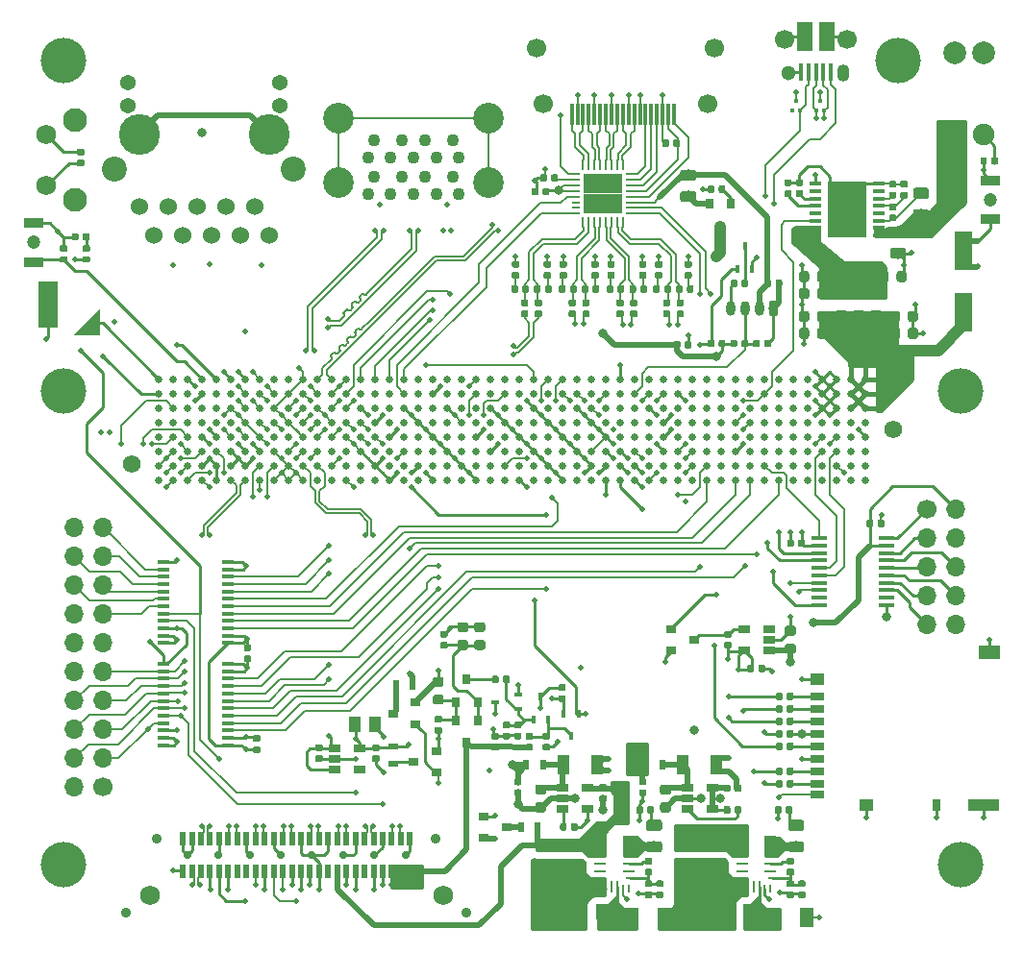
<source format=gtl>
G04 #@! TF.GenerationSoftware,KiCad,Pcbnew,6.0.0-rc1-unknown-f1b2855~84~ubuntu16.04.1*
G04 #@! TF.CreationDate,2018-10-23T11:27:57+08:00*
G04 #@! TF.ProjectId,ovc2_mobo,6F7663325F6D6F626F2E6B696361645F,rev?*
G04 #@! TF.SameCoordinates,Original*
G04 #@! TF.FileFunction,Copper,L1,Top*
G04 #@! TF.FilePolarity,Positive*
%FSLAX46Y46*%
G04 Gerber Fmt 4.6, Leading zero omitted, Abs format (unit mm)*
G04 Created by KiCad (PCBNEW 6.0.0-rc1-unknown-f1b2855~84~ubuntu16.04.1) date Tue 23 Oct 2018 11:27:57 AM +08*
%MOMM*%
%LPD*%
G01*
G04 APERTURE LIST*
G04 #@! TA.AperFunction,ComponentPad*
%ADD10O,1.700000X1.700000*%
G04 #@! TD*
G04 #@! TA.AperFunction,ComponentPad*
%ADD11C,1.700000*%
G04 #@! TD*
G04 #@! TA.AperFunction,SMDPad,CuDef*
%ADD12R,1.200000X0.700000*%
G04 #@! TD*
G04 #@! TA.AperFunction,SMDPad,CuDef*
%ADD13R,1.200000X1.000000*%
G04 #@! TD*
G04 #@! TA.AperFunction,SMDPad,CuDef*
%ADD14R,0.800000X1.000000*%
G04 #@! TD*
G04 #@! TA.AperFunction,SMDPad,CuDef*
%ADD15R,2.800000X1.000000*%
G04 #@! TD*
G04 #@! TA.AperFunction,SMDPad,CuDef*
%ADD16R,1.900000X1.300000*%
G04 #@! TD*
G04 #@! TA.AperFunction,ComponentPad*
%ADD17C,2.000000*%
G04 #@! TD*
G04 #@! TA.AperFunction,ComponentPad*
%ADD18C,1.900000*%
G04 #@! TD*
G04 #@! TA.AperFunction,ComponentPad*
%ADD19C,2.100000*%
G04 #@! TD*
G04 #@! TA.AperFunction,ComponentPad*
%ADD20C,1.750000*%
G04 #@! TD*
G04 #@! TA.AperFunction,SMDPad,CuDef*
%ADD21R,0.300000X1.900000*%
G04 #@! TD*
G04 #@! TA.AperFunction,ComponentPad*
%ADD22C,0.910000*%
G04 #@! TD*
G04 #@! TA.AperFunction,ComponentPad*
%ADD23C,0.730000*%
G04 #@! TD*
G04 #@! TA.AperFunction,SMDPad,CuDef*
%ADD24R,0.500000X1.250000*%
G04 #@! TD*
G04 #@! TA.AperFunction,BGAPad,CuDef*
%ADD25C,0.640000*%
G04 #@! TD*
G04 #@! TA.AperFunction,ComponentPad*
%ADD26C,1.570000*%
G04 #@! TD*
G04 #@! TA.AperFunction,ComponentPad*
%ADD27C,4.000000*%
G04 #@! TD*
G04 #@! TA.AperFunction,Conductor*
%ADD28C,0.100000*%
G04 #@! TD*
G04 #@! TA.AperFunction,SMDPad,CuDef*
%ADD29C,0.975000*%
G04 #@! TD*
G04 #@! TA.AperFunction,SMDPad,CuDef*
%ADD30C,0.590000*%
G04 #@! TD*
G04 #@! TA.AperFunction,SMDPad,CuDef*
%ADD31R,1.450000X0.450000*%
G04 #@! TD*
G04 #@! TA.AperFunction,ComponentPad*
%ADD32O,0.800000X1.300000*%
G04 #@! TD*
G04 #@! TA.AperFunction,ComponentPad*
%ADD33C,0.800000*%
G04 #@! TD*
G04 #@! TA.AperFunction,SMDPad,CuDef*
%ADD34R,0.450000X0.700000*%
G04 #@! TD*
G04 #@! TA.AperFunction,ComponentPad*
%ADD35C,1.200000*%
G04 #@! TD*
G04 #@! TA.AperFunction,SMDPad,CuDef*
%ADD36R,1.700000X0.900000*%
G04 #@! TD*
G04 #@! TA.AperFunction,SMDPad,CuDef*
%ADD37C,0.875000*%
G04 #@! TD*
G04 #@! TA.AperFunction,ViaPad*
%ADD38C,0.600000*%
G04 #@! TD*
G04 #@! TA.AperFunction,Conductor*
%ADD39R,3.400000X5.000000*%
G04 #@! TD*
G04 #@! TA.AperFunction,SMDPad,CuDef*
%ADD40R,1.050000X0.450000*%
G04 #@! TD*
G04 #@! TA.AperFunction,SMDPad,CuDef*
%ADD41R,1.220000X1.800000*%
G04 #@! TD*
G04 #@! TA.AperFunction,SMDPad,CuDef*
%ADD42R,1.400000X1.120000*%
G04 #@! TD*
G04 #@! TA.AperFunction,SMDPad,CuDef*
%ADD43R,1.120000X1.400000*%
G04 #@! TD*
G04 #@! TA.AperFunction,SMDPad,CuDef*
%ADD44R,0.800000X0.250000*%
G04 #@! TD*
G04 #@! TA.AperFunction,SMDPad,CuDef*
%ADD45R,1.100000X0.250000*%
G04 #@! TD*
G04 #@! TA.AperFunction,SMDPad,CuDef*
%ADD46R,0.600000X1.950000*%
G04 #@! TD*
G04 #@! TA.AperFunction,SMDPad,CuDef*
%ADD47R,0.250000X0.700000*%
G04 #@! TD*
G04 #@! TA.AperFunction,SMDPad,CuDef*
%ADD48R,0.250000X1.100000*%
G04 #@! TD*
G04 #@! TA.AperFunction,SMDPad,CuDef*
%ADD49R,1.060000X0.650000*%
G04 #@! TD*
G04 #@! TA.AperFunction,SMDPad,CuDef*
%ADD50R,0.900000X0.500000*%
G04 #@! TD*
G04 #@! TA.AperFunction,SMDPad,CuDef*
%ADD51R,0.900000X0.800000*%
G04 #@! TD*
G04 #@! TA.AperFunction,SMDPad,CuDef*
%ADD52R,1.100000X0.400000*%
G04 #@! TD*
G04 #@! TA.AperFunction,SMDPad,CuDef*
%ADD53R,1.600000X3.500000*%
G04 #@! TD*
G04 #@! TA.AperFunction,SMDPad,CuDef*
%ADD54C,1.205622*%
G04 #@! TD*
G04 #@! TA.AperFunction,SMDPad,CuDef*
%ADD55R,1.700000X4.100000*%
G04 #@! TD*
G04 #@! TA.AperFunction,SMDPad,CuDef*
%ADD56R,0.400000X1.650000*%
G04 #@! TD*
G04 #@! TA.AperFunction,ComponentPad*
%ADD57O,1.100000X1.500000*%
G04 #@! TD*
G04 #@! TA.AperFunction,ComponentPad*
%ADD58C,1.300000*%
G04 #@! TD*
G04 #@! TA.AperFunction,SMDPad,CuDef*
%ADD59R,1.430000X2.500000*%
G04 #@! TD*
G04 #@! TA.AperFunction,SMDPad,CuDef*
%ADD60R,1.070000X1.800000*%
G04 #@! TD*
G04 #@! TA.AperFunction,ComponentPad*
%ADD61C,2.700000*%
G04 #@! TD*
G04 #@! TA.AperFunction,ComponentPad*
%ADD62C,1.100000*%
G04 #@! TD*
G04 #@! TA.AperFunction,ComponentPad*
%ADD63C,1.371600*%
G04 #@! TD*
G04 #@! TA.AperFunction,ComponentPad*
%ADD64C,2.200000*%
G04 #@! TD*
G04 #@! TA.AperFunction,ComponentPad*
%ADD65C,3.600000*%
G04 #@! TD*
G04 #@! TA.AperFunction,ComponentPad*
%ADD66C,1.524000*%
G04 #@! TD*
G04 #@! TA.AperFunction,SMDPad,CuDef*
%ADD67R,0.500000X0.900000*%
G04 #@! TD*
G04 #@! TA.AperFunction,SMDPad,CuDef*
%ADD68R,0.800000X0.900000*%
G04 #@! TD*
G04 #@! TA.AperFunction,SMDPad,CuDef*
%ADD69R,0.700000X0.450000*%
G04 #@! TD*
G04 #@! TA.AperFunction,SMDPad,CuDef*
%ADD70R,0.300000X0.300000*%
G04 #@! TD*
G04 #@! TA.AperFunction,SMDPad,CuDef*
%ADD71R,1.725000X1.725000*%
G04 #@! TD*
G04 #@! TA.AperFunction,SMDPad,CuDef*
%ADD72R,0.700000X0.250000*%
G04 #@! TD*
G04 #@! TA.AperFunction,ViaPad*
%ADD73C,4.000000*%
G04 #@! TD*
G04 #@! TA.AperFunction,ViaPad*
%ADD74C,0.508000*%
G04 #@! TD*
G04 #@! TA.AperFunction,ViaPad*
%ADD75C,0.800000*%
G04 #@! TD*
G04 #@! TA.AperFunction,Conductor*
%ADD76C,0.177800*%
G04 #@! TD*
G04 #@! TA.AperFunction,Conductor*
%ADD77C,0.250000*%
G04 #@! TD*
G04 #@! TA.AperFunction,Conductor*
%ADD78C,0.254000*%
G04 #@! TD*
G04 #@! TA.AperFunction,Conductor*
%ADD79C,0.203200*%
G04 #@! TD*
G04 #@! TA.AperFunction,Conductor*
%ADD80C,0.200000*%
G04 #@! TD*
G04 #@! TA.AperFunction,Conductor*
%ADD81C,0.279400*%
G04 #@! TD*
G04 #@! TA.AperFunction,Conductor*
%ADD82C,0.508000*%
G04 #@! TD*
G04 #@! TA.AperFunction,Conductor*
%ADD83C,0.300000*%
G04 #@! TD*
G04 #@! TA.AperFunction,Conductor*
%ADD84C,1.000000*%
G04 #@! TD*
G04 #@! TA.AperFunction,Conductor*
%ADD85C,0.400000*%
G04 #@! TD*
G04 APERTURE END LIST*
D10*
G04 #@! TO.P,J1,10*
G04 #@! TO.N,GND*
X177040000Y-109160000D03*
G04 #@! TO.P,J1,9*
G04 #@! TO.N,SPI0_CLK_3V3*
X174500000Y-109160000D03*
G04 #@! TO.P,J1,8*
G04 #@! TO.N,SPI0_CS_3V3*
X177040000Y-106620000D03*
G04 #@! TO.P,J1,7*
G04 #@! TO.N,SPI0_MISO_3V3*
X174500000Y-106620000D03*
G04 #@! TO.P,J1,6*
G04 #@! TO.N,I2C0_SCL_3V3*
X177040000Y-104080000D03*
G04 #@! TO.P,J1,5*
G04 #@! TO.N,SPI0_MOSI_3V3*
X174500000Y-104080000D03*
G04 #@! TO.P,J1,4*
G04 #@! TO.N,GND*
X177040000Y-101540000D03*
G04 #@! TO.P,J1,3*
G04 #@! TO.N,I2C0_SDA_3V3*
X174500000Y-101540000D03*
G04 #@! TO.P,J1,2*
G04 #@! TO.N,+3V3*
X177040000Y-99000000D03*
D11*
G04 #@! TO.P,J1,1*
G04 #@! TO.N,GPIO0_3V3*
X174500000Y-99000000D03*
G04 #@! TD*
D12*
G04 #@! TO.P,J11,9*
G04 #@! TO.N,/jetson_sdcard/SDCARD_CD*
X164900000Y-124150000D03*
G04 #@! TO.P,J11,8*
G04 #@! TO.N,/jetson_sdcard/SDCARD_D1*
X164900000Y-123200000D03*
G04 #@! TO.P,J11,1*
G04 #@! TO.N,/jetson_sdcard/SDCARD_D2*
X164900000Y-115500000D03*
G04 #@! TO.P,J11,2*
G04 #@! TO.N,/jetson_sdcard/SDCARD_D3*
X164900000Y-116600000D03*
G04 #@! TO.P,J11,3*
G04 #@! TO.N,/jetson_sdcard/SDCARD_CMD*
X164900000Y-117700000D03*
G04 #@! TO.P,J11,4*
G04 #@! TO.N,/jetson_sdcard/SDCARD_VDD*
X164900000Y-118799999D03*
G04 #@! TO.P,J11,5*
G04 #@! TO.N,/jetson_sdcard/SDCARD_CLK*
X164900000Y-119900000D03*
G04 #@! TO.P,J11,6*
G04 #@! TO.N,GND*
X164900000Y-121000000D03*
G04 #@! TO.P,J11,7*
G04 #@! TO.N,/jetson_sdcard/SDCARD_D0*
X164900000Y-122100000D03*
D13*
G04 #@! TO.P,J11,11*
G04 #@! TO.N,GND*
X164900000Y-113950000D03*
X169200000Y-125100000D03*
D14*
G04 #@! TO.P,J11,10*
X175400000Y-125100001D03*
D15*
G04 #@! TO.P,J11,11*
X179549999Y-125100000D03*
D16*
X180000000Y-111600000D03*
G04 #@! TD*
D17*
G04 #@! TO.P,J4,*
G04 #@! TO.N,*
X179500000Y-58820000D03*
X177000000Y-58820000D03*
D18*
G04 #@! TO.P,J4,2*
G04 #@! TO.N,GND*
X179500000Y-66000000D03*
G04 #@! TO.P,J4,1*
G04 #@! TO.N,/power/VIN*
X177000000Y-66000000D03*
G04 #@! TD*
D19*
G04 #@! TO.P,SW2,*
G04 #@! TO.N,*
X99490000Y-64740000D03*
D20*
G04 #@! TO.P,SW2,2*
G04 #@! TO.N,GND*
X97000000Y-66000000D03*
G04 #@! TO.P,SW2,1*
G04 #@! TO.N,/jetson_power/POWER_BTN*
X97000000Y-70500000D03*
D19*
G04 #@! TO.P,SW2,*
G04 #@! TO.N,*
X99490000Y-71750000D03*
G04 #@! TD*
D21*
G04 #@! TO.P,J6,10*
G04 #@! TO.N,/jetson_hdmi/TMDS_CON_CK+*
X147750000Y-64200000D03*
G04 #@! TO.P,J6,9*
G04 #@! TO.N,/jetson_hdmi/TMDS_CON_D0-*
X147250000Y-64200000D03*
G04 #@! TO.P,J6,12*
G04 #@! TO.N,/jetson_hdmi/TMDS_CON_CK-*
X148750000Y-64200000D03*
G04 #@! TO.P,J6,11*
G04 #@! TO.N,GND*
X148250000Y-64200000D03*
G04 #@! TO.P,J6,16*
G04 #@! TO.N,/jetson_hdmi/DDC_DAT_CON*
X150750000Y-64200000D03*
G04 #@! TO.P,J6,14*
G04 #@! TO.N,/jetson_hdmi/UTILTY_CON*
X149750000Y-64200000D03*
G04 #@! TO.P,J6,15*
G04 #@! TO.N,/jetson_hdmi/DDC_CLK_CON*
X150250000Y-64200000D03*
G04 #@! TO.P,J6,13*
G04 #@! TO.N,/jetson_hdmi/CEC_CON*
X149250000Y-64200000D03*
G04 #@! TO.P,J6,19*
G04 #@! TO.N,/jetson_hdmi/HPDET_CON*
X152250000Y-64200000D03*
G04 #@! TO.P,J6,18*
G04 #@! TO.N,Net-(C43-Pad1)*
X151750000Y-64200000D03*
G04 #@! TO.P,J6,17*
G04 #@! TO.N,GND*
X151250000Y-64200000D03*
G04 #@! TO.P,J6,8*
X146750000Y-64200000D03*
G04 #@! TO.P,J6,3*
G04 #@! TO.N,/jetson_hdmi/TMDS_CON_D2-*
X144250000Y-64200000D03*
G04 #@! TO.P,J6,7*
G04 #@! TO.N,/jetson_hdmi/TMDS_CON_D0+*
X146250000Y-64200000D03*
G04 #@! TO.P,J6,1*
G04 #@! TO.N,/jetson_hdmi/TMDS_CON_D2+*
X143250000Y-64200000D03*
G04 #@! TO.P,J6,6*
G04 #@! TO.N,/jetson_hdmi/TMDS_CON_D1-*
X145750000Y-64200000D03*
G04 #@! TO.P,J6,2*
G04 #@! TO.N,GND*
X143750000Y-64200000D03*
G04 #@! TO.P,J6,4*
G04 #@! TO.N,/jetson_hdmi/TMDS_CON_D1+*
X144750000Y-64200000D03*
G04 #@! TO.P,J6,5*
G04 #@! TO.N,GND*
X145250000Y-64200000D03*
D11*
G04 #@! TO.P,J6,20*
X140750000Y-63300000D03*
X155250000Y-63300000D03*
X155850000Y-58350000D03*
X140150000Y-58350000D03*
G04 #@! TD*
D20*
G04 #@! TO.P,J2,56*
G04 #@! TO.N,GND*
X106100000Y-133012730D03*
X131900000Y-133012730D03*
D22*
G04 #@! TO.P,J2,55*
X104000000Y-134582730D03*
X134000000Y-134582730D03*
G04 #@! TO.P,J2,54*
X106740000Y-128072730D03*
X131260000Y-128072730D03*
D23*
G04 #@! TO.P,J2,53*
X109375000Y-129487730D03*
X112125000Y-129487730D03*
X114875000Y-129487730D03*
X117625000Y-129487730D03*
X120375000Y-129487730D03*
X123125000Y-129487730D03*
X125875000Y-129487730D03*
X128625000Y-129487730D03*
D24*
G04 #@! TO.P,J2,52*
X109000000Y-130902730D03*
G04 #@! TO.P,J2,51*
X109000000Y-128072730D03*
G04 #@! TO.P,J2,50*
G04 #@! TO.N,PCIE_REFCLK-*
X109800000Y-130902730D03*
G04 #@! TO.P,J2,49*
G04 #@! TO.N,GND*
X109800000Y-128072730D03*
G04 #@! TO.P,J2,48*
G04 #@! TO.N,PCIE_REFCLK+*
X110600000Y-130902730D03*
G04 #@! TO.P,J2,47*
G04 #@! TO.N,PCIE_LANE0_RX-*
X110600000Y-128072730D03*
G04 #@! TO.P,J2,46*
G04 #@! TO.N,GND*
X111400000Y-130902730D03*
G04 #@! TO.P,J2,45*
G04 #@! TO.N,PCIE_LANE0_RX+*
X111400000Y-128072730D03*
G04 #@! TO.P,J2,44*
G04 #@! TO.N,DISCHARGE*
X112200000Y-130902730D03*
G04 #@! TO.P,J2,43*
G04 #@! TO.N,GND*
X112200000Y-128072730D03*
G04 #@! TO.P,J2,42*
G04 #@! TO.N,PCIE_RST_3V3*
X113000000Y-130902730D03*
G04 #@! TO.P,J2,41*
G04 #@! TO.N,PCIE_LANE0_TX-*
X113000000Y-128072730D03*
G04 #@! TO.P,J2,40*
G04 #@! TO.N,Net-(J2-Pad40)*
X113800000Y-130902730D03*
G04 #@! TO.P,J2,39*
G04 #@! TO.N,PCIE_LANE0_TX+*
X113800000Y-128072730D03*
G04 #@! TO.P,J2,38*
G04 #@! TO.N,Net-(J2-Pad38)*
X114600000Y-130902730D03*
G04 #@! TO.P,J2,37*
G04 #@! TO.N,GND*
X114600000Y-128072730D03*
G04 #@! TO.P,J2,36*
G04 #@! TO.N,LED*
X115400000Y-130902730D03*
G04 #@! TO.P,J2,35*
G04 #@! TO.N,PCIE_LANE1_RX-*
X115400000Y-128072730D03*
G04 #@! TO.P,J2,34*
G04 #@! TO.N,GND*
X116200000Y-130902730D03*
G04 #@! TO.P,J2,33*
G04 #@! TO.N,PCIE_LANE1_RX+*
X116200000Y-128072730D03*
G04 #@! TO.P,J2,32*
G04 #@! TO.N,FPGA_CONFIG_DCLK*
X117000000Y-130902730D03*
G04 #@! TO.P,J2,31*
G04 #@! TO.N,GND*
X117000000Y-128072730D03*
G04 #@! TO.P,J2,30*
G04 #@! TO.N,FPGA_CONFIG_DATA0*
X117800000Y-130902730D03*
G04 #@! TO.P,J2,29*
G04 #@! TO.N,PCIE_LANE1_TX-*
X117800000Y-128072730D03*
G04 #@! TO.P,J2,28*
G04 #@! TO.N,FPGA_CONF_DONE*
X118600000Y-130902730D03*
G04 #@! TO.P,J2,27*
G04 #@! TO.N,PCIE_LANE1_TX+*
X118600000Y-128072730D03*
G04 #@! TO.P,J2,26*
G04 #@! TO.N,FPGA_NSTATUS*
X119400000Y-130902730D03*
G04 #@! TO.P,J2,25*
G04 #@! TO.N,GND*
X119400000Y-128072730D03*
G04 #@! TO.P,J2,24*
G04 #@! TO.N,FPGA_NCONFIG*
X120200000Y-130902730D03*
G04 #@! TO.P,J2,23*
G04 #@! TO.N,PCIE_LANE2_RX+*
X120200000Y-128072730D03*
G04 #@! TO.P,J2,22*
G04 #@! TO.N,GND*
X121000000Y-130902730D03*
G04 #@! TO.P,J2,21*
G04 #@! TO.N,PCIE_LANE2_RX-*
X121000000Y-128072730D03*
G04 #@! TO.P,J2,20*
G04 #@! TO.N,Net-(J2-Pad20)*
X121800000Y-130902730D03*
G04 #@! TO.P,J2,19*
G04 #@! TO.N,GND*
X121800000Y-128072730D03*
G04 #@! TO.P,J2,18*
G04 #@! TO.N,+5V*
X122600000Y-130902730D03*
G04 #@! TO.P,J2,17*
G04 #@! TO.N,PCIE_LANE2_TX+*
X122600000Y-128072730D03*
G04 #@! TO.P,J2,16*
G04 #@! TO.N,IMU_RX1_3V3*
X123400000Y-130902730D03*
G04 #@! TO.P,J2,15*
G04 #@! TO.N,PCIE_LANE2_TX-*
X123400000Y-128072730D03*
G04 #@! TO.P,J2,14*
G04 #@! TO.N,IMU_TX1_3V3*
X124200000Y-130902730D03*
G04 #@! TO.P,J2,13*
G04 #@! TO.N,GND*
X124200000Y-128072730D03*
G04 #@! TO.P,J2,12*
G04 #@! TO.N,Net-(J2-Pad12)*
X125000000Y-130902730D03*
G04 #@! TO.P,J2,11*
G04 #@! TO.N,PCIE_LANE3_RX-*
X125000000Y-128072730D03*
G04 #@! TO.P,J2,10*
G04 #@! TO.N,JETSON_RESET_OUT*
X125800000Y-130902730D03*
G04 #@! TO.P,J2,9*
G04 #@! TO.N,PCIE_LANE3_RX+*
X125800000Y-128072730D03*
G04 #@! TO.P,J2,8*
G04 #@! TO.N,JETSON_CARRIER_PWR_ON*
X126600000Y-130902730D03*
G04 #@! TO.P,J2,7*
G04 #@! TO.N,GND*
X126600000Y-128072730D03*
G04 #@! TO.P,J2,6*
G04 #@! TO.N,+12V*
X127400000Y-130902730D03*
G04 #@! TO.P,J2,5*
G04 #@! TO.N,PCIE_LANE3_TX+*
X127400000Y-128072730D03*
G04 #@! TO.P,J2,4*
G04 #@! TO.N,+12V*
X128200000Y-130902730D03*
G04 #@! TO.P,J2,3*
G04 #@! TO.N,PCIE_LANE3_TX-*
X128200000Y-128072730D03*
G04 #@! TO.P,J2,2*
G04 #@! TO.N,+12V*
X129000000Y-130902730D03*
G04 #@! TO.P,J2,1*
G04 #@! TO.N,GND*
X129000000Y-128072730D03*
G04 #@! TD*
D25*
G04 #@! TO.P,U3,A1*
G04 #@! TO.N,JETSON_VDD_MOD*
X169115000Y-87555000D03*
G04 #@! TO.P,U3,B1*
X169115000Y-88825000D03*
G04 #@! TO.P,U3,C1*
X169115000Y-90095000D03*
G04 #@! TO.P,U3,D1*
G04 #@! TO.N,N/C*
X169115000Y-91365000D03*
G04 #@! TO.P,U3,E1*
G04 #@! TO.N,Net-(C107-Pad1)*
X169115000Y-92635000D03*
G04 #@! TO.P,U3,F1*
G04 #@! TO.N,Net-(U3-PadF1)*
X169115000Y-93905000D03*
G04 #@! TO.P,U3,G1*
G04 #@! TO.N,Net-(U3-PadG1)*
X169115000Y-95175000D03*
G04 #@! TO.P,U3,H1*
G04 #@! TO.N,Net-(U3-PadH1)*
X169115000Y-96445000D03*
G04 #@! TO.P,U3,A2*
G04 #@! TO.N,JETSON_VDD_MOD*
X167845000Y-87555000D03*
G04 #@! TO.P,U3,B2*
X167845000Y-88825000D03*
G04 #@! TO.P,U3,C2*
X167845000Y-90095000D03*
G04 #@! TO.P,U3,D2*
G04 #@! TO.N,N/C*
X167845000Y-91365000D03*
G04 #@! TO.P,U3,E2*
G04 #@! TO.N,Net-(U3-PadE2)*
X167845000Y-92635000D03*
G04 #@! TO.P,U3,F2*
G04 #@! TO.N,Net-(U3-PadF2)*
X167845000Y-93905000D03*
G04 #@! TO.P,U3,G2*
G04 #@! TO.N,Net-(U3-PadG2)*
X167845000Y-95175000D03*
G04 #@! TO.P,U3,H2*
G04 #@! TO.N,Net-(U3-PadH2)*
X167845000Y-96445000D03*
G04 #@! TO.P,U3,A3*
G04 #@! TO.N,GND*
X166575000Y-87555000D03*
G04 #@! TO.P,U3,B3*
X166575000Y-88825000D03*
G04 #@! TO.P,U3,C3*
X166575000Y-90095000D03*
G04 #@! TO.P,U3,D3*
G04 #@! TO.N,N/C*
X166575000Y-91365000D03*
G04 #@! TO.P,U3,E3*
G04 #@! TO.N,SPI0_CLK_1V8*
X166575000Y-92635000D03*
G04 #@! TO.P,U3,F3*
G04 #@! TO.N,SPI0_CS_1V8*
X166575000Y-93905000D03*
G04 #@! TO.P,U3,G3*
G04 #@! TO.N,GND*
X166575000Y-95175000D03*
G04 #@! TO.P,U3,H3*
G04 #@! TO.N,Net-(U3-PadH3)*
X166575000Y-96445000D03*
G04 #@! TO.P,U3,A4*
G04 #@! TO.N,GND*
X165305000Y-87555000D03*
G04 #@! TO.P,U3,B4*
X165305000Y-88825000D03*
G04 #@! TO.P,U3,C4*
X165305000Y-90095000D03*
G04 #@! TO.P,U3,D4*
G04 #@! TO.N,N/C*
X165305000Y-91365000D03*
G04 #@! TO.P,U3,E4*
G04 #@! TO.N,SPI0_MISO_1V8*
X165305000Y-92635000D03*
G04 #@! TO.P,U3,F4*
G04 #@! TO.N,SPI0_MOSI_1V8*
X165305000Y-93905000D03*
G04 #@! TO.P,U3,G4*
G04 #@! TO.N,Net-(U3-PadG4)*
X165305000Y-95175000D03*
G04 #@! TO.P,U3,H4*
G04 #@! TO.N,Net-(U3-PadH4)*
X165305000Y-96445000D03*
G04 #@! TO.P,U3,A5*
G04 #@! TO.N,N/C*
X164035000Y-87555000D03*
G04 #@! TO.P,U3,B5*
X164035000Y-88825000D03*
G04 #@! TO.P,U3,C5*
X164035000Y-90095000D03*
G04 #@! TO.P,U3,D5*
G04 #@! TO.N,Net-(U3-PadD5)*
X164035000Y-91365000D03*
G04 #@! TO.P,U3,E5*
G04 #@! TO.N,Net-(U3-PadE5)*
X164035000Y-92635000D03*
G04 #@! TO.P,U3,F5*
G04 #@! TO.N,Net-(U3-PadF5)*
X164035000Y-93905000D03*
G04 #@! TO.P,U3,G5*
G04 #@! TO.N,Net-(U3-PadG5)*
X164035000Y-95175000D03*
G04 #@! TO.P,U3,H5*
G04 #@! TO.N,Net-(U3-PadH5)*
X164035000Y-96445000D03*
G04 #@! TO.P,U3,A6*
G04 #@! TO.N,Net-(U3-PadA6)*
X162765000Y-87555000D03*
G04 #@! TO.P,U3,B6*
G04 #@! TO.N,Net-(U3-PadB6)*
X162765000Y-88825000D03*
G04 #@! TO.P,U3,C6*
G04 #@! TO.N,Net-(U3-PadC6)*
X162765000Y-90095000D03*
G04 #@! TO.P,U3,D6*
G04 #@! TO.N,Net-(U3-PadD6)*
X162765000Y-91365000D03*
G04 #@! TO.P,U3,E6*
G04 #@! TO.N,Net-(U3-PadE6)*
X162765000Y-92635000D03*
G04 #@! TO.P,U3,F6*
G04 #@! TO.N,Net-(U3-PadF6)*
X162765000Y-93905000D03*
G04 #@! TO.P,U3,G6*
G04 #@! TO.N,Net-(U3-PadG6)*
X162765000Y-95175000D03*
G04 #@! TO.P,U3,H6*
G04 #@! TO.N,Net-(U3-PadH6)*
X162765000Y-96445000D03*
G04 #@! TO.P,U3,A7*
G04 #@! TO.N,Net-(U3-PadA7)*
X161495000Y-87555000D03*
G04 #@! TO.P,U3,B7*
G04 #@! TO.N,Net-(U3-PadB7)*
X161495000Y-88825000D03*
G04 #@! TO.P,U3,C7*
G04 #@! TO.N,Net-(U3-PadC7)*
X161495000Y-90095000D03*
G04 #@! TO.P,U3,D7*
G04 #@! TO.N,Net-(U3-PadD7)*
X161495000Y-91365000D03*
G04 #@! TO.P,U3,E7*
G04 #@! TO.N,Net-(U3-PadE7)*
X161495000Y-92635000D03*
G04 #@! TO.P,U3,F7*
G04 #@! TO.N,Net-(U3-PadF7)*
X161495000Y-93905000D03*
G04 #@! TO.P,U3,G7*
G04 #@! TO.N,Net-(U3-PadG7)*
X161495000Y-95175000D03*
G04 #@! TO.P,U3,H7*
G04 #@! TO.N,LED_1V8*
X161495000Y-96445000D03*
G04 #@! TO.P,U3,A8*
G04 #@! TO.N,Net-(U3-PadA8)*
X160225000Y-87555000D03*
G04 #@! TO.P,U3,B8*
G04 #@! TO.N,JETSON_PWR_BAD*
X160225000Y-88825000D03*
G04 #@! TO.P,U3,C8*
G04 #@! TO.N,Net-(U3-PadC8)*
X160225000Y-90095000D03*
G04 #@! TO.P,U3,D8*
G04 #@! TO.N,Net-(U3-PadD8)*
X160225000Y-91365000D03*
G04 #@! TO.P,U3,E8*
G04 #@! TO.N,Net-(U3-PadE8)*
X160225000Y-92635000D03*
G04 #@! TO.P,U3,F8*
G04 #@! TO.N,Net-(U3-PadF8)*
X160225000Y-93905000D03*
G04 #@! TO.P,U3,G8*
G04 #@! TO.N,GPIO0_1V8*
X160225000Y-95175000D03*
G04 #@! TO.P,U3,H8*
G04 #@! TO.N,Net-(U3-PadH8)*
X160225000Y-96445000D03*
G04 #@! TO.P,U3,A9*
G04 #@! TO.N,Net-(U3-PadA9)*
X158955000Y-87555000D03*
G04 #@! TO.P,U3,B9*
G04 #@! TO.N,Net-(U3-PadB9)*
X158955000Y-88825000D03*
G04 #@! TO.P,U3,C9*
G04 #@! TO.N,Net-(U3-PadC9)*
X158955000Y-90095000D03*
G04 #@! TO.P,U3,D9*
G04 #@! TO.N,IMU_RX1_1V8*
X158955000Y-91365000D03*
G04 #@! TO.P,U3,E9*
G04 #@! TO.N,Net-(U3-PadE9)*
X158955000Y-92635000D03*
G04 #@! TO.P,U3,F9*
G04 #@! TO.N,Net-(U3-PadF9)*
X158955000Y-93905000D03*
G04 #@! TO.P,U3,G9*
G04 #@! TO.N,Net-(U3-PadG9)*
X158955000Y-95175000D03*
G04 #@! TO.P,U3,H9*
G04 #@! TO.N,UART3_RX_1V8*
X158955000Y-96445000D03*
G04 #@! TO.P,U3,A10*
G04 #@! TO.N,Net-(U3-PadA10)*
X157685000Y-87555000D03*
G04 #@! TO.P,U3,B10*
G04 #@! TO.N,Net-(U3-PadB10)*
X157685000Y-88825000D03*
G04 #@! TO.P,U3,C10*
G04 #@! TO.N,Net-(U3-PadC10)*
X157685000Y-90095000D03*
G04 #@! TO.P,U3,D10*
G04 #@! TO.N,IMU_TX1_1V8*
X157685000Y-91365000D03*
G04 #@! TO.P,U3,E10*
G04 #@! TO.N,Net-(U3-PadE10)*
X157685000Y-92635000D03*
G04 #@! TO.P,U3,F10*
G04 #@! TO.N,GND*
X157685000Y-93905000D03*
G04 #@! TO.P,U3,G10*
G04 #@! TO.N,Net-(U3-PadG10)*
X157685000Y-95175000D03*
G04 #@! TO.P,U3,H10*
G04 #@! TO.N,UART3_TX_1V8*
X157685000Y-96445000D03*
G04 #@! TO.P,U3,A11*
G04 #@! TO.N,Net-(U3-PadA11)*
X156415000Y-87555000D03*
G04 #@! TO.P,U3,B11*
G04 #@! TO.N,Net-(U3-PadB11)*
X156415000Y-88825000D03*
G04 #@! TO.P,U3,C11*
G04 #@! TO.N,Net-(U3-PadC11)*
X156415000Y-90095000D03*
G04 #@! TO.P,U3,D11*
G04 #@! TO.N,N/C*
X156415000Y-91365000D03*
G04 #@! TO.P,U3,E11*
X156415000Y-92635000D03*
G04 #@! TO.P,U3,F11*
X156415000Y-93905000D03*
G04 #@! TO.P,U3,G11*
G04 #@! TO.N,Net-(U3-PadG11)*
X156415000Y-95175000D03*
G04 #@! TO.P,U3,H11*
G04 #@! TO.N,Net-(U3-PadH11)*
X156415000Y-96445000D03*
G04 #@! TO.P,U3,A12*
G04 #@! TO.N,Net-(U3-PadA12)*
X155145000Y-87555000D03*
G04 #@! TO.P,U3,B12*
G04 #@! TO.N,Net-(U3-PadB12)*
X155145000Y-88825000D03*
G04 #@! TO.P,U3,C12*
G04 #@! TO.N,Net-(U3-PadC12)*
X155145000Y-90095000D03*
G04 #@! TO.P,U3,D12*
G04 #@! TO.N,N/C*
X155145000Y-91365000D03*
G04 #@! TO.P,U3,E12*
X155145000Y-92635000D03*
G04 #@! TO.P,U3,F12*
X155145000Y-93905000D03*
G04 #@! TO.P,U3,G12*
G04 #@! TO.N,CONSOLE_RX_1V8*
X155145000Y-95175000D03*
G04 #@! TO.P,U3,H12*
G04 #@! TO.N,CONSOLE_TX_1V8*
X155145000Y-96445000D03*
G04 #@! TO.P,U3,A13*
G04 #@! TO.N,Net-(U3-PadA13)*
X153875000Y-87555000D03*
G04 #@! TO.P,U3,B13*
G04 #@! TO.N,Net-(U3-PadB13)*
X153875000Y-88825000D03*
G04 #@! TO.P,U3,C13*
G04 #@! TO.N,Net-(U3-PadC13)*
X153875000Y-90095000D03*
G04 #@! TO.P,U3,D13*
G04 #@! TO.N,Net-(U3-PadD13)*
X153875000Y-91365000D03*
G04 #@! TO.P,U3,E13*
G04 #@! TO.N,N/C*
X153875000Y-92635000D03*
G04 #@! TO.P,U3,F13*
G04 #@! TO.N,FPGA_CONFIG_DATA0*
X153875000Y-93905000D03*
G04 #@! TO.P,U3,G13*
G04 #@! TO.N,FPGA_CONFIG_DCLK*
X153875000Y-95175000D03*
G04 #@! TO.P,U3,H13*
G04 #@! TO.N,Net-(U3-PadH13)*
X153875000Y-96445000D03*
G04 #@! TO.P,U3,A14*
G04 #@! TO.N,Net-(U3-PadA14)*
X152605000Y-87555000D03*
G04 #@! TO.P,U3,B14*
G04 #@! TO.N,GND*
X152605000Y-88825000D03*
G04 #@! TO.P,U3,C14*
G04 #@! TO.N,Net-(U3-PadC14)*
X152605000Y-90095000D03*
G04 #@! TO.P,U3,D14*
G04 #@! TO.N,Net-(U3-PadD14)*
X152605000Y-91365000D03*
G04 #@! TO.P,U3,E14*
G04 #@! TO.N,Net-(U3-PadE14)*
X152605000Y-92635000D03*
G04 #@! TO.P,U3,F14*
G04 #@! TO.N,GPIO1_1V8*
X152605000Y-93905000D03*
G04 #@! TO.P,U3,G14*
G04 #@! TO.N,Net-(U3-PadG14)*
X152605000Y-95175000D03*
G04 #@! TO.P,U3,H14*
G04 #@! TO.N,Net-(U3-PadH14)*
X152605000Y-96445000D03*
G04 #@! TO.P,U3,A15*
G04 #@! TO.N,Net-(U3-PadA15)*
X151335000Y-87555000D03*
G04 #@! TO.P,U3,B15*
G04 #@! TO.N,UART2_RX_1V8*
X151335000Y-88825000D03*
G04 #@! TO.P,U3,C15*
G04 #@! TO.N,Net-(U3-PadC15)*
X151335000Y-90095000D03*
G04 #@! TO.P,U3,D15*
G04 #@! TO.N,I2C0_SDA_1V8*
X151335000Y-91365000D03*
G04 #@! TO.P,U3,E15*
G04 #@! TO.N,I2C0_SCL_1V8*
X151335000Y-92635000D03*
G04 #@! TO.P,U3,F15*
G04 #@! TO.N,GND*
X151335000Y-93905000D03*
G04 #@! TO.P,U3,G15*
G04 #@! TO.N,Net-(U3-PadG15)*
X151335000Y-95175000D03*
G04 #@! TO.P,U3,H15*
G04 #@! TO.N,Net-(U3-PadH15)*
X151335000Y-96445000D03*
G04 #@! TO.P,U3,A16*
G04 #@! TO.N,Net-(U3-PadA16)*
X150065000Y-87555000D03*
G04 #@! TO.P,U3,B16*
G04 #@! TO.N,UART2_TX_1V8*
X150065000Y-88825000D03*
G04 #@! TO.P,U3,C16*
G04 #@! TO.N,/jetson_power/FAN_PWM*
X150065000Y-90095000D03*
G04 #@! TO.P,U3,D16*
G04 #@! TO.N,Net-(U3-PadD16)*
X150065000Y-91365000D03*
G04 #@! TO.P,U3,E16*
G04 #@! TO.N,Net-(U3-PadE16)*
X150065000Y-92635000D03*
G04 #@! TO.P,U3,F16*
G04 #@! TO.N,Net-(U3-PadF16)*
X150065000Y-93905000D03*
G04 #@! TO.P,U3,G16*
G04 #@! TO.N,Net-(U3-PadG16)*
X150065000Y-95175000D03*
G04 #@! TO.P,U3,H16*
G04 #@! TO.N,/jetson_sdcard/SDCARD_PWR_EN*
X150065000Y-96445000D03*
G04 #@! TO.P,U3,A17*
G04 #@! TO.N,Net-(U3-PadA17)*
X148795000Y-87555000D03*
G04 #@! TO.P,U3,B17*
G04 #@! TO.N,/jetson_power/FAN_TACH*
X148795000Y-88825000D03*
G04 #@! TO.P,U3,C17*
G04 #@! TO.N,Net-(U3-PadC17)*
X148795000Y-90095000D03*
G04 #@! TO.P,U3,D17*
G04 #@! TO.N,Net-(U3-PadD17)*
X148795000Y-91365000D03*
G04 #@! TO.P,U3,E17*
G04 #@! TO.N,N/C*
X148795000Y-92635000D03*
G04 #@! TO.P,U3,F17*
G04 #@! TO.N,/jetson_sdcard/SDCARD_CD*
X148795000Y-93905000D03*
G04 #@! TO.P,U3,G17*
G04 #@! TO.N,GND*
X148795000Y-95175000D03*
G04 #@! TO.P,U3,H17*
G04 #@! TO.N,Net-(R24-Pad2)*
X148795000Y-96445000D03*
G04 #@! TO.P,U3,A18*
G04 #@! TO.N,/jetson_usb/USB1_EN*
X147525000Y-87555000D03*
G04 #@! TO.P,U3,B18*
G04 #@! TO.N,N/C*
X147525000Y-88825000D03*
G04 #@! TO.P,U3,C18*
G04 #@! TO.N,Net-(U3-PadC18)*
X147525000Y-90095000D03*
G04 #@! TO.P,U3,D18*
G04 #@! TO.N,Net-(U3-PadD18)*
X147525000Y-91365000D03*
G04 #@! TO.P,U3,E18*
G04 #@! TO.N,Net-(U3-PadE18)*
X147525000Y-92635000D03*
G04 #@! TO.P,U3,F18*
G04 #@! TO.N,Net-(R25-Pad2)*
X147525000Y-93905000D03*
G04 #@! TO.P,U3,G18*
G04 #@! TO.N,Net-(R20-Pad2)*
X147525000Y-95175000D03*
G04 #@! TO.P,U3,H18*
G04 #@! TO.N,Net-(R21-Pad2)*
X147525000Y-96445000D03*
G04 #@! TO.P,U3,A19*
G04 #@! TO.N,N/C*
X146255000Y-87555000D03*
G04 #@! TO.P,U3,B19*
G04 #@! TO.N,FPGA_CONF_DONE*
X146255000Y-88825000D03*
G04 #@! TO.P,U3,C19*
G04 #@! TO.N,Net-(U3-PadC19)*
X146255000Y-90095000D03*
G04 #@! TO.P,U3,D19*
G04 #@! TO.N,Net-(U3-PadD19)*
X146255000Y-91365000D03*
G04 #@! TO.P,U3,E19*
G04 #@! TO.N,GND*
X146255000Y-92635000D03*
G04 #@! TO.P,U3,F19*
G04 #@! TO.N,Net-(R22-Pad2)*
X146255000Y-93905000D03*
G04 #@! TO.P,U3,G19*
G04 #@! TO.N,Net-(R23-Pad2)*
X146255000Y-95175000D03*
G04 #@! TO.P,U3,H19*
G04 #@! TO.N,GND*
X146255000Y-96445000D03*
G04 #@! TO.P,U3,A20*
G04 #@! TO.N,Net-(U3-PadA20)*
X144985000Y-87555000D03*
G04 #@! TO.P,U3,B20*
G04 #@! TO.N,FPGA_CVP_CONF_DONE*
X144985000Y-88825000D03*
G04 #@! TO.P,U3,C20*
G04 #@! TO.N,GPIO2_1V8*
X144985000Y-90095000D03*
G04 #@! TO.P,U3,D20*
G04 #@! TO.N,GND*
X144985000Y-91365000D03*
G04 #@! TO.P,U3,E20*
G04 #@! TO.N,Net-(U3-PadE20)*
X144985000Y-92635000D03*
G04 #@! TO.P,U3,F20*
G04 #@! TO.N,GND*
X144985000Y-93905000D03*
G04 #@! TO.P,U3,G20*
X144985000Y-95175000D03*
G04 #@! TO.P,U3,H20*
G04 #@! TO.N,Net-(U3-PadH20)*
X144985000Y-96445000D03*
G04 #@! TO.P,U3,A21*
G04 #@! TO.N,Net-(U3-PadA21)*
X143715000Y-87555000D03*
G04 #@! TO.P,U3,B21*
G04 #@! TO.N,FPGA_NSTATUS*
X143715000Y-88825000D03*
G04 #@! TO.P,U3,C21*
G04 #@! TO.N,GND*
X143715000Y-90095000D03*
G04 #@! TO.P,U3,D21*
G04 #@! TO.N,Net-(U3-PadD21)*
X143715000Y-91365000D03*
G04 #@! TO.P,U3,E21*
G04 #@! TO.N,Net-(U3-PadE21)*
X143715000Y-92635000D03*
G04 #@! TO.P,U3,F21*
G04 #@! TO.N,GND*
X143715000Y-93905000D03*
G04 #@! TO.P,U3,G21*
G04 #@! TO.N,Net-(U3-PadG21)*
X143715000Y-95175000D03*
G04 #@! TO.P,U3,H21*
G04 #@! TO.N,Net-(U3-PadH21)*
X143715000Y-96445000D03*
G04 #@! TO.P,U3,A22*
G04 #@! TO.N,GPIO4_1V8*
X142445000Y-87555000D03*
G04 #@! TO.P,U3,B22*
G04 #@! TO.N,FPGA_NCONFIG*
X142445000Y-88825000D03*
G04 #@! TO.P,U3,C22*
G04 #@! TO.N,Net-(U3-PadC22)*
X142445000Y-90095000D03*
G04 #@! TO.P,U3,D22*
G04 #@! TO.N,Net-(U3-PadD22)*
X142445000Y-91365000D03*
G04 #@! TO.P,U3,E22*
G04 #@! TO.N,GND*
X142445000Y-92635000D03*
G04 #@! TO.P,U3,F22*
G04 #@! TO.N,Net-(U3-PadF22)*
X142445000Y-93905000D03*
G04 #@! TO.P,U3,G22*
G04 #@! TO.N,Net-(U3-PadG22)*
X142445000Y-95175000D03*
G04 #@! TO.P,U3,H22*
G04 #@! TO.N,GND*
X142445000Y-96445000D03*
G04 #@! TO.P,U3,A23*
G04 #@! TO.N,GPIO3_1V8*
X141175000Y-87555000D03*
G04 #@! TO.P,U3,B23*
G04 #@! TO.N,Net-(U3-PadB23)*
X141175000Y-88825000D03*
G04 #@! TO.P,U3,C23*
G04 #@! TO.N,Net-(U3-PadC23)*
X141175000Y-90095000D03*
G04 #@! TO.P,U3,D23*
G04 #@! TO.N,GND*
X141175000Y-91365000D03*
G04 #@! TO.P,U3,E23*
G04 #@! TO.N,Net-(U3-PadE23)*
X141175000Y-92635000D03*
G04 #@! TO.P,U3,F23*
G04 #@! TO.N,Net-(U3-PadF23)*
X141175000Y-93905000D03*
G04 #@! TO.P,U3,G23*
G04 #@! TO.N,GND*
X141175000Y-95175000D03*
G04 #@! TO.P,U3,H23*
G04 #@! TO.N,Net-(U3-PadH23)*
X141175000Y-96445000D03*
G04 #@! TO.P,U3,A24*
G04 #@! TO.N,GPIO5_1V8*
X139905000Y-87555000D03*
G04 #@! TO.P,U3,B24*
G04 #@! TO.N,Net-(U3-PadB24)*
X139905000Y-88825000D03*
G04 #@! TO.P,U3,C24*
G04 #@! TO.N,GND*
X139905000Y-90095000D03*
G04 #@! TO.P,U3,D24*
G04 #@! TO.N,Net-(U3-PadD24)*
X139905000Y-91365000D03*
G04 #@! TO.P,U3,E24*
G04 #@! TO.N,Net-(U3-PadE24)*
X139905000Y-92635000D03*
G04 #@! TO.P,U3,F24*
G04 #@! TO.N,GND*
X139905000Y-93905000D03*
G04 #@! TO.P,U3,G24*
G04 #@! TO.N,Net-(U3-PadG24)*
X139905000Y-95175000D03*
G04 #@! TO.P,U3,H24*
G04 #@! TO.N,Net-(U3-PadH24)*
X139905000Y-96445000D03*
G04 #@! TO.P,U3,A25*
G04 #@! TO.N,Net-(U3-PadA25)*
X138635000Y-87555000D03*
G04 #@! TO.P,U3,B25*
G04 #@! TO.N,Net-(U3-PadB25)*
X138635000Y-88825000D03*
G04 #@! TO.P,U3,C25*
G04 #@! TO.N,Net-(U3-PadC25)*
X138635000Y-90095000D03*
G04 #@! TO.P,U3,D25*
G04 #@! TO.N,Net-(U3-PadD25)*
X138635000Y-91365000D03*
G04 #@! TO.P,U3,E25*
G04 #@! TO.N,GND*
X138635000Y-92635000D03*
G04 #@! TO.P,U3,F25*
G04 #@! TO.N,Net-(U3-PadF25)*
X138635000Y-93905000D03*
G04 #@! TO.P,U3,G25*
G04 #@! TO.N,Net-(U3-PadG25)*
X138635000Y-95175000D03*
G04 #@! TO.P,U3,H25*
G04 #@! TO.N,GND*
X138635000Y-96445000D03*
G04 #@! TO.P,U3,A26*
G04 #@! TO.N,Net-(U3-PadA26)*
X137365000Y-87555000D03*
G04 #@! TO.P,U3,B26*
G04 #@! TO.N,GPIO6_1V8*
X137365000Y-88825000D03*
G04 #@! TO.P,U3,C26*
G04 #@! TO.N,Net-(U3-PadC26)*
X137365000Y-90095000D03*
G04 #@! TO.P,U3,D26*
G04 #@! TO.N,GND*
X137365000Y-91365000D03*
G04 #@! TO.P,U3,E26*
G04 #@! TO.N,Net-(U3-PadE26)*
X137365000Y-92635000D03*
G04 #@! TO.P,U3,F26*
G04 #@! TO.N,Net-(U3-PadF26)*
X137365000Y-93905000D03*
G04 #@! TO.P,U3,G26*
G04 #@! TO.N,GND*
X137365000Y-95175000D03*
G04 #@! TO.P,U3,H26*
G04 #@! TO.N,Net-(U3-PadH26)*
X137365000Y-96445000D03*
G04 #@! TO.P,U3,A27*
G04 #@! TO.N,Net-(U3-PadA27)*
X136095000Y-87555000D03*
G04 #@! TO.P,U3,B27*
G04 #@! TO.N,Net-(U3-PadB27)*
X136095000Y-88825000D03*
G04 #@! TO.P,U3,C27*
G04 #@! TO.N,GND*
X136095000Y-90095000D03*
G04 #@! TO.P,U3,D27*
G04 #@! TO.N,Net-(U3-PadD27)*
X136095000Y-91365000D03*
G04 #@! TO.P,U3,E27*
G04 #@! TO.N,Net-(U3-PadE27)*
X136095000Y-92635000D03*
G04 #@! TO.P,U3,F27*
G04 #@! TO.N,GND*
X136095000Y-93905000D03*
G04 #@! TO.P,U3,G27*
G04 #@! TO.N,Net-(U3-PadG27)*
X136095000Y-95175000D03*
G04 #@! TO.P,U3,H27*
G04 #@! TO.N,Net-(U3-PadH27)*
X136095000Y-96445000D03*
G04 #@! TO.P,U3,A28*
G04 #@! TO.N,GND*
X134825000Y-87555000D03*
G04 #@! TO.P,U3,B28*
G04 #@! TO.N,GPIO7_1V8*
X134825000Y-88825000D03*
G04 #@! TO.P,U3,C28*
G04 #@! TO.N,Net-(U3-PadC28)*
X134825000Y-90095000D03*
G04 #@! TO.P,U3,D28*
G04 #@! TO.N,Net-(U3-PadD28)*
X134825000Y-91365000D03*
G04 #@! TO.P,U3,E28*
G04 #@! TO.N,GND*
X134825000Y-92635000D03*
G04 #@! TO.P,U3,F28*
G04 #@! TO.N,Net-(U3-PadF28)*
X134825000Y-93905000D03*
G04 #@! TO.P,U3,G28*
G04 #@! TO.N,Net-(U3-PadG28)*
X134825000Y-95175000D03*
G04 #@! TO.P,U3,H28*
G04 #@! TO.N,GND*
X134825000Y-96445000D03*
G04 #@! TO.P,U3,A29*
G04 #@! TO.N,Net-(U3-PadA29)*
X133555000Y-87555000D03*
G04 #@! TO.P,U3,B29*
G04 #@! TO.N,N/C*
X133555000Y-88825000D03*
G04 #@! TO.P,U3,C29*
G04 #@! TO.N,Net-(U3-PadC29)*
X133555000Y-90095000D03*
G04 #@! TO.P,U3,D29*
G04 #@! TO.N,GND*
X133555000Y-91365000D03*
G04 #@! TO.P,U3,E29*
G04 #@! TO.N,Net-(U3-PadE29)*
X133555000Y-92635000D03*
G04 #@! TO.P,U3,F29*
G04 #@! TO.N,Net-(U3-PadF29)*
X133555000Y-93905000D03*
G04 #@! TO.P,U3,G29*
G04 #@! TO.N,GND*
X133555000Y-95175000D03*
G04 #@! TO.P,U3,H29*
G04 #@! TO.N,Net-(U3-PadH29)*
X133555000Y-96445000D03*
G04 #@! TO.P,U3,A30*
G04 #@! TO.N,N/C*
X132285000Y-87555000D03*
G04 #@! TO.P,U3,B30*
X132285000Y-88825000D03*
G04 #@! TO.P,U3,C30*
G04 #@! TO.N,GND*
X132285000Y-90095000D03*
G04 #@! TO.P,U3,D30*
G04 #@! TO.N,Net-(U3-PadD30)*
X132285000Y-91365000D03*
G04 #@! TO.P,U3,E30*
G04 #@! TO.N,Net-(U3-PadE30)*
X132285000Y-92635000D03*
G04 #@! TO.P,U3,F30*
G04 #@! TO.N,GND*
X132285000Y-93905000D03*
G04 #@! TO.P,U3,G30*
G04 #@! TO.N,Net-(U3-PadG30)*
X132285000Y-95175000D03*
G04 #@! TO.P,U3,H30*
G04 #@! TO.N,Net-(U3-PadH30)*
X132285000Y-96445000D03*
G04 #@! TO.P,U3,A31*
G04 #@! TO.N,N/C*
X131015000Y-87555000D03*
G04 #@! TO.P,U3,B31*
G04 #@! TO.N,GND*
X131015000Y-88825000D03*
G04 #@! TO.P,U3,C31*
G04 #@! TO.N,Net-(U3-PadC31)*
X131015000Y-90095000D03*
G04 #@! TO.P,U3,D31*
G04 #@! TO.N,Net-(U3-PadD31)*
X131015000Y-91365000D03*
G04 #@! TO.P,U3,E31*
G04 #@! TO.N,GND*
X131015000Y-92635000D03*
G04 #@! TO.P,U3,F31*
G04 #@! TO.N,Net-(U3-PadF31)*
X131015000Y-93905000D03*
G04 #@! TO.P,U3,G31*
G04 #@! TO.N,Net-(U3-PadG31)*
X131015000Y-95175000D03*
G04 #@! TO.P,U3,H31*
G04 #@! TO.N,GND*
X131015000Y-96445000D03*
G04 #@! TO.P,U3,A32*
G04 #@! TO.N,N/C*
X129745000Y-87555000D03*
G04 #@! TO.P,U3,B32*
X129745000Y-88825000D03*
G04 #@! TO.P,U3,C32*
G04 #@! TO.N,Net-(U3-PadC32)*
X129745000Y-90095000D03*
G04 #@! TO.P,U3,D32*
G04 #@! TO.N,GND*
X129745000Y-91365000D03*
G04 #@! TO.P,U3,E32*
G04 #@! TO.N,Net-(U3-PadE32)*
X129745000Y-92635000D03*
G04 #@! TO.P,U3,F32*
G04 #@! TO.N,Net-(U3-PadF32)*
X129745000Y-93905000D03*
G04 #@! TO.P,U3,G32*
G04 #@! TO.N,GND*
X129745000Y-95175000D03*
G04 #@! TO.P,U3,H32*
G04 #@! TO.N,Net-(U3-PadH32)*
X129745000Y-96445000D03*
G04 #@! TO.P,U3,A33*
G04 #@! TO.N,/jetson_hdmi/HPD*
X128475000Y-87555000D03*
G04 #@! TO.P,U3,B33*
G04 #@! TO.N,/jetson_hdmi/CEC*
X128475000Y-88825000D03*
G04 #@! TO.P,U3,C33*
G04 #@! TO.N,GND*
X128475000Y-90095000D03*
G04 #@! TO.P,U3,D33*
G04 #@! TO.N,Net-(U3-PadD33)*
X128475000Y-91365000D03*
G04 #@! TO.P,U3,E33*
G04 #@! TO.N,Net-(U3-PadE33)*
X128475000Y-92635000D03*
G04 #@! TO.P,U3,F33*
G04 #@! TO.N,GND*
X128475000Y-93905000D03*
G04 #@! TO.P,U3,G33*
G04 #@! TO.N,Net-(U3-PadG33)*
X128475000Y-95175000D03*
G04 #@! TO.P,U3,H33*
G04 #@! TO.N,Net-(U3-PadH33)*
X128475000Y-96445000D03*
G04 #@! TO.P,U3,A34*
G04 #@! TO.N,/jetson_hdmi/DDC_DAT*
X127205000Y-87555000D03*
G04 #@! TO.P,U3,B34*
G04 #@! TO.N,Net-(U3-PadB34)*
X127205000Y-88825000D03*
G04 #@! TO.P,U3,C34*
G04 #@! TO.N,Net-(U3-PadC34)*
X127205000Y-90095000D03*
G04 #@! TO.P,U3,D34*
G04 #@! TO.N,Net-(U3-PadD34)*
X127205000Y-91365000D03*
G04 #@! TO.P,U3,E34*
G04 #@! TO.N,GND*
X127205000Y-92635000D03*
G04 #@! TO.P,U3,F34*
G04 #@! TO.N,Net-(U3-PadF34)*
X127205000Y-93905000D03*
G04 #@! TO.P,U3,G34*
G04 #@! TO.N,Net-(U3-PadG34)*
X127205000Y-95175000D03*
G04 #@! TO.P,U3,H34*
G04 #@! TO.N,GND*
X127205000Y-96445000D03*
G04 #@! TO.P,U3,A35*
G04 #@! TO.N,/jetson_hdmi/DDC_CLK*
X125935000Y-87555000D03*
G04 #@! TO.P,U3,B35*
G04 #@! TO.N,Net-(U3-PadB35)*
X125935000Y-88825000D03*
G04 #@! TO.P,U3,C35*
G04 #@! TO.N,Net-(U3-PadC35)*
X125935000Y-90095000D03*
G04 #@! TO.P,U3,D35*
G04 #@! TO.N,GND*
X125935000Y-91365000D03*
G04 #@! TO.P,U3,E35*
G04 #@! TO.N,/jetson_hdmi/HDMI_TXC-*
X125935000Y-92635000D03*
G04 #@! TO.P,U3,F35*
G04 #@! TO.N,Net-(U3-PadF35)*
X125935000Y-93905000D03*
G04 #@! TO.P,U3,G35*
G04 #@! TO.N,GND*
X125935000Y-95175000D03*
G04 #@! TO.P,U3,H35*
G04 #@! TO.N,Net-(U3-PadH35)*
X125935000Y-96445000D03*
G04 #@! TO.P,U3,A36*
G04 #@! TO.N,USB0_ID*
X124665000Y-87555000D03*
G04 #@! TO.P,U3,B36*
G04 #@! TO.N,Net-(U3-PadB36)*
X124665000Y-88825000D03*
G04 #@! TO.P,U3,C36*
G04 #@! TO.N,GND*
X124665000Y-90095000D03*
G04 #@! TO.P,U3,D36*
G04 #@! TO.N,/jetson_hdmi/HDMI_TXD0-*
X124665000Y-91365000D03*
G04 #@! TO.P,U3,E36*
G04 #@! TO.N,/jetson_hdmi/HDMI_TXC+*
X124665000Y-92635000D03*
G04 #@! TO.P,U3,F36*
G04 #@! TO.N,GND*
X124665000Y-93905000D03*
G04 #@! TO.P,U3,G36*
G04 #@! TO.N,Net-(U3-PadG36)*
X124665000Y-95175000D03*
G04 #@! TO.P,U3,H36*
G04 #@! TO.N,Net-(U3-PadH36)*
X124665000Y-96445000D03*
G04 #@! TO.P,U3,A37*
G04 #@! TO.N,GND*
X123395000Y-87555000D03*
G04 #@! TO.P,U3,B37*
G04 #@! TO.N,USB0_VBUS*
X123395000Y-88825000D03*
G04 #@! TO.P,U3,C37*
G04 #@! TO.N,/jetson_hdmi/HDMI_TXD1-*
X123395000Y-90095000D03*
G04 #@! TO.P,U3,D37*
G04 #@! TO.N,/jetson_hdmi/HDMI_TXD0+*
X123395000Y-91365000D03*
G04 #@! TO.P,U3,E37*
G04 #@! TO.N,GND*
X123395000Y-92635000D03*
G04 #@! TO.P,U3,F37*
G04 #@! TO.N,Net-(U3-PadF37)*
X123395000Y-93905000D03*
G04 #@! TO.P,U3,G37*
G04 #@! TO.N,Net-(U3-PadG37)*
X123395000Y-95175000D03*
G04 #@! TO.P,U3,H37*
G04 #@! TO.N,GND*
X123395000Y-96445000D03*
G04 #@! TO.P,U3,A38*
G04 #@! TO.N,/jetson_usb/USB1_D+*
X122125000Y-87555000D03*
G04 #@! TO.P,U3,B38*
G04 #@! TO.N,GND*
X122125000Y-88825000D03*
G04 #@! TO.P,U3,C38*
G04 #@! TO.N,/jetson_hdmi/HDMI_TXD1+*
X122125000Y-90095000D03*
G04 #@! TO.P,U3,D38*
G04 #@! TO.N,GND*
X122125000Y-91365000D03*
G04 #@! TO.P,U3,E38*
G04 #@! TO.N,/jetson_hdmi/HDMI_TXD2-*
X122125000Y-92635000D03*
G04 #@! TO.P,U3,F38*
G04 #@! TO.N,Net-(U3-PadF38)*
X122125000Y-93905000D03*
G04 #@! TO.P,U3,G38*
G04 #@! TO.N,GND*
X122125000Y-95175000D03*
G04 #@! TO.P,U3,H38*
G04 #@! TO.N,Net-(U3-PadH38)*
X122125000Y-96445000D03*
G04 #@! TO.P,U3,A39*
G04 #@! TO.N,/jetson_usb/USB1_D-*
X120855000Y-87555000D03*
G04 #@! TO.P,U3,B39*
G04 #@! TO.N,USB0_D+*
X120855000Y-88825000D03*
G04 #@! TO.P,U3,C39*
G04 #@! TO.N,GND*
X120855000Y-90095000D03*
G04 #@! TO.P,U3,D39*
G04 #@! TO.N,/jetson_pcie/PEX3_TX+*
X120855000Y-91365000D03*
G04 #@! TO.P,U3,E39*
G04 #@! TO.N,/jetson_hdmi/HDMI_TXD2+*
X120855000Y-92635000D03*
G04 #@! TO.P,U3,F39*
G04 #@! TO.N,GND*
X120855000Y-93905000D03*
G04 #@! TO.P,U3,G39*
G04 #@! TO.N,PCIE_LANE3_RX+*
X120855000Y-95175000D03*
G04 #@! TO.P,U3,H39*
G04 #@! TO.N,Net-(U3-PadH39)*
X120855000Y-96445000D03*
G04 #@! TO.P,U3,A40*
G04 #@! TO.N,GND*
X119585000Y-87555000D03*
G04 #@! TO.P,U3,B40*
G04 #@! TO.N,USB0_D-*
X119585000Y-88825000D03*
G04 #@! TO.P,U3,C40*
G04 #@! TO.N,/jetson_pcie/PEX2_TX+*
X119585000Y-90095000D03*
G04 #@! TO.P,U3,D40*
G04 #@! TO.N,/jetson_pcie/PEX3_TX-*
X119585000Y-91365000D03*
G04 #@! TO.P,U3,E40*
G04 #@! TO.N,GND*
X119585000Y-92635000D03*
G04 #@! TO.P,U3,F40*
G04 #@! TO.N,PCIE_LANE2_RX+*
X119585000Y-93905000D03*
G04 #@! TO.P,U3,G40*
G04 #@! TO.N,PCIE_LANE3_RX-*
X119585000Y-95175000D03*
G04 #@! TO.P,U3,H40*
G04 #@! TO.N,GND*
X119585000Y-96445000D03*
G04 #@! TO.P,U3,A41*
G04 #@! TO.N,Net-(U3-PadA41)*
X118315000Y-87555000D03*
G04 #@! TO.P,U3,B41*
G04 #@! TO.N,GND*
X118315000Y-88825000D03*
G04 #@! TO.P,U3,C41*
G04 #@! TO.N,/jetson_pcie/PEX2_TX-*
X118315000Y-90095000D03*
G04 #@! TO.P,U3,D41*
G04 #@! TO.N,GND*
X118315000Y-91365000D03*
G04 #@! TO.P,U3,E41*
G04 #@! TO.N,Net-(U3-PadE41)*
X118315000Y-92635000D03*
G04 #@! TO.P,U3,F41*
G04 #@! TO.N,PCIE_LANE2_RX-*
X118315000Y-93905000D03*
G04 #@! TO.P,U3,G41*
G04 #@! TO.N,GND*
X118315000Y-95175000D03*
G04 #@! TO.P,U3,H41*
X118315000Y-96445000D03*
G04 #@! TO.P,U3,A42*
G04 #@! TO.N,Net-(U3-PadA42)*
X117045000Y-87555000D03*
G04 #@! TO.P,U3,B42*
G04 #@! TO.N,USB2_D+*
X117045000Y-88825000D03*
G04 #@! TO.P,U3,C42*
G04 #@! TO.N,GND*
X117045000Y-90095000D03*
G04 #@! TO.P,U3,D42*
G04 #@! TO.N,/jetson_pcie/PEX1_TX+*
X117045000Y-91365000D03*
G04 #@! TO.P,U3,E42*
G04 #@! TO.N,Net-(U3-PadE42)*
X117045000Y-92635000D03*
G04 #@! TO.P,U3,F42*
G04 #@! TO.N,GND*
X117045000Y-93905000D03*
G04 #@! TO.P,U3,G42*
G04 #@! TO.N,PCIE_LANE1_RX+*
X117045000Y-95175000D03*
G04 #@! TO.P,U3,H42*
G04 #@! TO.N,GND*
X117045000Y-96445000D03*
G04 #@! TO.P,U3,A43*
X115775000Y-87555000D03*
G04 #@! TO.P,U3,B43*
G04 #@! TO.N,USB2_D-*
X115775000Y-88825000D03*
G04 #@! TO.P,U3,C43*
G04 #@! TO.N,/jetson_usb/SS1_TX+*
X115775000Y-90095000D03*
G04 #@! TO.P,U3,D43*
G04 #@! TO.N,/jetson_pcie/PEX1_TX-*
X115775000Y-91365000D03*
G04 #@! TO.P,U3,E43*
G04 #@! TO.N,GND*
X115775000Y-92635000D03*
G04 #@! TO.P,U3,F43*
G04 #@! TO.N,USB1_SSRX+*
X115775000Y-93905000D03*
G04 #@! TO.P,U3,G43*
G04 #@! TO.N,PCIE_LANE1_RX-*
X115775000Y-95175000D03*
G04 #@! TO.P,U3,H43*
G04 #@! TO.N,GND*
X115775000Y-96445000D03*
G04 #@! TO.P,U3,A44*
G04 #@! TO.N,PCIE_REFCLK+*
X114505000Y-87555000D03*
G04 #@! TO.P,U3,B44*
G04 #@! TO.N,GND*
X114505000Y-88825000D03*
G04 #@! TO.P,U3,C44*
G04 #@! TO.N,/jetson_usb/SS1_TX-*
X114505000Y-90095000D03*
G04 #@! TO.P,U3,D44*
G04 #@! TO.N,GND*
X114505000Y-91365000D03*
G04 #@! TO.P,U3,E44*
G04 #@! TO.N,/jetson_pcie/PEX0_TX+*
X114505000Y-92635000D03*
G04 #@! TO.P,U3,F44*
G04 #@! TO.N,USB1_SSRX-*
X114505000Y-93905000D03*
G04 #@! TO.P,U3,G44*
G04 #@! TO.N,GND*
X114505000Y-95175000D03*
G04 #@! TO.P,U3,H44*
G04 #@! TO.N,PCIE_LANE0_RX+*
X114505000Y-96445000D03*
G04 #@! TO.P,U3,A45*
G04 #@! TO.N,PCIE_REFCLK-*
X113235000Y-87555000D03*
G04 #@! TO.P,U3,B45*
G04 #@! TO.N,Net-(U3-PadB45)*
X113235000Y-88825000D03*
G04 #@! TO.P,U3,C45*
G04 #@! TO.N,GND*
X113235000Y-90095000D03*
G04 #@! TO.P,U3,D45*
G04 #@! TO.N,Net-(U3-PadD45)*
X113235000Y-91365000D03*
G04 #@! TO.P,U3,E45*
G04 #@! TO.N,/jetson_pcie/PEX0_TX-*
X113235000Y-92635000D03*
G04 #@! TO.P,U3,F45*
G04 #@! TO.N,GND*
X113235000Y-93905000D03*
G04 #@! TO.P,U3,G45*
X113235000Y-95175000D03*
G04 #@! TO.P,U3,H45*
G04 #@! TO.N,PCIE_LANE0_RX-*
X113235000Y-96445000D03*
G04 #@! TO.P,U3,A46*
G04 #@! TO.N,JETSON_RESET_OUT*
X111965000Y-87555000D03*
G04 #@! TO.P,U3,B46*
G04 #@! TO.N,Net-(U3-PadB46)*
X111965000Y-88825000D03*
G04 #@! TO.P,U3,C46*
G04 #@! TO.N,Net-(U3-PadC46)*
X111965000Y-90095000D03*
G04 #@! TO.P,U3,D46*
G04 #@! TO.N,Net-(U3-PadD46)*
X111965000Y-91365000D03*
G04 #@! TO.P,U3,E46*
G04 #@! TO.N,GND*
X111965000Y-92635000D03*
G04 #@! TO.P,U3,F46*
G04 #@! TO.N,Net-(R8-Pad2)*
X111965000Y-93905000D03*
G04 #@! TO.P,U3,G46*
G04 #@! TO.N,GND*
X111965000Y-95175000D03*
G04 #@! TO.P,U3,H46*
X111965000Y-96445000D03*
G04 #@! TO.P,U3,A47*
G04 #@! TO.N,/jetson_power/RESET_IN*
X110695000Y-87555000D03*
G04 #@! TO.P,U3,B47*
G04 #@! TO.N,GND*
X110695000Y-88825000D03*
G04 #@! TO.P,U3,C47*
G04 #@! TO.N,Net-(U3-PadC47)*
X110695000Y-90095000D03*
G04 #@! TO.P,U3,D47*
G04 #@! TO.N,Net-(U3-PadD47)*
X110695000Y-91365000D03*
G04 #@! TO.P,U3,E47*
G04 #@! TO.N,Net-(R7-Pad2)*
X110695000Y-92635000D03*
G04 #@! TO.P,U3,F47*
G04 #@! TO.N,/jetson_enet/GBE_MDI1+*
X110695000Y-93905000D03*
G04 #@! TO.P,U3,G47*
G04 #@! TO.N,GND*
X110695000Y-95175000D03*
G04 #@! TO.P,U3,H47*
G04 #@! TO.N,/jetson_enet/GBE_MDI3+*
X110695000Y-96445000D03*
G04 #@! TO.P,U3,A48*
G04 #@! TO.N,JETSON_CARRIER_PWR_ON*
X109425000Y-87555000D03*
G04 #@! TO.P,U3,B48*
G04 #@! TO.N,N/C*
X109425000Y-88825000D03*
G04 #@! TO.P,U3,C48*
G04 #@! TO.N,PCIE_CLKREQ*
X109425000Y-90095000D03*
G04 #@! TO.P,U3,D48*
G04 #@! TO.N,Net-(U3-PadD48)*
X109425000Y-91365000D03*
G04 #@! TO.P,U3,E48*
G04 #@! TO.N,/jetson_enet/GBE_MDI0+*
X109425000Y-92635000D03*
G04 #@! TO.P,U3,F48*
G04 #@! TO.N,/jetson_enet/GBE_MDI1-*
X109425000Y-93905000D03*
G04 #@! TO.P,U3,G48*
G04 #@! TO.N,/jetson_enet/GBE_MDI2+*
X109425000Y-95175000D03*
G04 #@! TO.P,U3,H48*
G04 #@! TO.N,/jetson_enet/GBE_MDI3-*
X109425000Y-96445000D03*
G04 #@! TO.P,U3,A49*
G04 #@! TO.N,Net-(U3-PadA49)*
X108155000Y-87555000D03*
G04 #@! TO.P,U3,B49*
G04 #@! TO.N,N/C*
X108155000Y-88825000D03*
G04 #@! TO.P,U3,C49*
G04 #@! TO.N,PCIE_RST_3V3*
X108155000Y-90095000D03*
G04 #@! TO.P,U3,D49*
G04 #@! TO.N,Net-(U3-PadD49)*
X108155000Y-91365000D03*
G04 #@! TO.P,U3,E49*
G04 #@! TO.N,/jetson_enet/GBE_MDI0-*
X108155000Y-92635000D03*
G04 #@! TO.P,U3,F49*
G04 #@! TO.N,GND*
X108155000Y-93905000D03*
G04 #@! TO.P,U3,G49*
G04 #@! TO.N,/jetson_enet/GBE_MDI2-*
X108155000Y-95175000D03*
G04 #@! TO.P,U3,H49*
G04 #@! TO.N,GND*
X108155000Y-96445000D03*
G04 #@! TO.P,U3,A50*
G04 #@! TO.N,/jetson_power/VDD_RTC*
X106885000Y-87555000D03*
G04 #@! TO.P,U3,B50*
G04 #@! TO.N,/jetson_power/POWER_BTN*
X106885000Y-88825000D03*
G04 #@! TO.P,U3,C50*
G04 #@! TO.N,N/C*
X106885000Y-90095000D03*
G04 #@! TO.P,U3,D50*
X106885000Y-91365000D03*
G04 #@! TO.P,U3,E50*
G04 #@! TO.N,Net-(U3-PadE50)*
X106885000Y-92635000D03*
G04 #@! TO.P,U3,F50*
G04 #@! TO.N,Net-(U3-PadF50)*
X106885000Y-93905000D03*
G04 #@! TO.P,U3,G50*
G04 #@! TO.N,GND*
X106885000Y-95175000D03*
G04 #@! TO.P,U3,H50*
G04 #@! TO.N,N/C*
X106885000Y-96445000D03*
D26*
G04 #@! TO.P,U3,MNT*
X171540000Y-92000000D03*
X104460000Y-95050000D03*
D27*
X98500000Y-88600000D03*
X177500000Y-88600000D03*
X98500000Y-130320000D03*
X177500000Y-130320000D03*
G04 #@! TD*
D28*
G04 #@! TO.N,Net-(R35-Pad2)*
G04 #@! TO.C,R35*
G36*
X163480142Y-128251174D02*
X163503803Y-128254684D01*
X163527007Y-128260496D01*
X163549529Y-128268554D01*
X163571153Y-128278782D01*
X163591670Y-128291079D01*
X163610883Y-128305329D01*
X163628607Y-128321393D01*
X163644671Y-128339117D01*
X163658921Y-128358330D01*
X163671218Y-128378847D01*
X163681446Y-128400471D01*
X163689504Y-128422993D01*
X163695316Y-128446197D01*
X163698826Y-128469858D01*
X163700000Y-128493750D01*
X163700000Y-128981250D01*
X163698826Y-129005142D01*
X163695316Y-129028803D01*
X163689504Y-129052007D01*
X163681446Y-129074529D01*
X163671218Y-129096153D01*
X163658921Y-129116670D01*
X163644671Y-129135883D01*
X163628607Y-129153607D01*
X163610883Y-129169671D01*
X163591670Y-129183921D01*
X163571153Y-129196218D01*
X163549529Y-129206446D01*
X163527007Y-129214504D01*
X163503803Y-129220316D01*
X163480142Y-129223826D01*
X163456250Y-129225000D01*
X162543750Y-129225000D01*
X162519858Y-129223826D01*
X162496197Y-129220316D01*
X162472993Y-129214504D01*
X162450471Y-129206446D01*
X162428847Y-129196218D01*
X162408330Y-129183921D01*
X162389117Y-129169671D01*
X162371393Y-129153607D01*
X162355329Y-129135883D01*
X162341079Y-129116670D01*
X162328782Y-129096153D01*
X162318554Y-129074529D01*
X162310496Y-129052007D01*
X162304684Y-129028803D01*
X162301174Y-129005142D01*
X162300000Y-128981250D01*
X162300000Y-128493750D01*
X162301174Y-128469858D01*
X162304684Y-128446197D01*
X162310496Y-128422993D01*
X162318554Y-128400471D01*
X162328782Y-128378847D01*
X162341079Y-128358330D01*
X162355329Y-128339117D01*
X162371393Y-128321393D01*
X162389117Y-128305329D01*
X162408330Y-128291079D01*
X162428847Y-128278782D01*
X162450471Y-128268554D01*
X162472993Y-128260496D01*
X162496197Y-128254684D01*
X162519858Y-128251174D01*
X162543750Y-128250000D01*
X163456250Y-128250000D01*
X163480142Y-128251174D01*
X163480142Y-128251174D01*
G37*
D29*
G04 #@! TD*
G04 #@! TO.P,R35,2*
G04 #@! TO.N,Net-(R35-Pad2)*
X163000000Y-128737500D03*
D28*
G04 #@! TO.N,Net-(C45-Pad1)*
G04 #@! TO.C,R35*
G36*
X163480142Y-126376174D02*
X163503803Y-126379684D01*
X163527007Y-126385496D01*
X163549529Y-126393554D01*
X163571153Y-126403782D01*
X163591670Y-126416079D01*
X163610883Y-126430329D01*
X163628607Y-126446393D01*
X163644671Y-126464117D01*
X163658921Y-126483330D01*
X163671218Y-126503847D01*
X163681446Y-126525471D01*
X163689504Y-126547993D01*
X163695316Y-126571197D01*
X163698826Y-126594858D01*
X163700000Y-126618750D01*
X163700000Y-127106250D01*
X163698826Y-127130142D01*
X163695316Y-127153803D01*
X163689504Y-127177007D01*
X163681446Y-127199529D01*
X163671218Y-127221153D01*
X163658921Y-127241670D01*
X163644671Y-127260883D01*
X163628607Y-127278607D01*
X163610883Y-127294671D01*
X163591670Y-127308921D01*
X163571153Y-127321218D01*
X163549529Y-127331446D01*
X163527007Y-127339504D01*
X163503803Y-127345316D01*
X163480142Y-127348826D01*
X163456250Y-127350000D01*
X162543750Y-127350000D01*
X162519858Y-127348826D01*
X162496197Y-127345316D01*
X162472993Y-127339504D01*
X162450471Y-127331446D01*
X162428847Y-127321218D01*
X162408330Y-127308921D01*
X162389117Y-127294671D01*
X162371393Y-127278607D01*
X162355329Y-127260883D01*
X162341079Y-127241670D01*
X162328782Y-127221153D01*
X162318554Y-127199529D01*
X162310496Y-127177007D01*
X162304684Y-127153803D01*
X162301174Y-127130142D01*
X162300000Y-127106250D01*
X162300000Y-126618750D01*
X162301174Y-126594858D01*
X162304684Y-126571197D01*
X162310496Y-126547993D01*
X162318554Y-126525471D01*
X162328782Y-126503847D01*
X162341079Y-126483330D01*
X162355329Y-126464117D01*
X162371393Y-126446393D01*
X162389117Y-126430329D01*
X162408330Y-126416079D01*
X162428847Y-126403782D01*
X162450471Y-126393554D01*
X162472993Y-126385496D01*
X162496197Y-126379684D01*
X162519858Y-126376174D01*
X162543750Y-126375000D01*
X163456250Y-126375000D01*
X163480142Y-126376174D01*
X163480142Y-126376174D01*
G37*
D29*
G04 #@! TD*
G04 #@! TO.P,R35,1*
G04 #@! TO.N,Net-(C45-Pad1)*
X163000000Y-126862500D03*
D28*
G04 #@! TO.N,Net-(R34-Pad2)*
G04 #@! TO.C,R34*
G36*
X150980142Y-128251174D02*
X151003803Y-128254684D01*
X151027007Y-128260496D01*
X151049529Y-128268554D01*
X151071153Y-128278782D01*
X151091670Y-128291079D01*
X151110883Y-128305329D01*
X151128607Y-128321393D01*
X151144671Y-128339117D01*
X151158921Y-128358330D01*
X151171218Y-128378847D01*
X151181446Y-128400471D01*
X151189504Y-128422993D01*
X151195316Y-128446197D01*
X151198826Y-128469858D01*
X151200000Y-128493750D01*
X151200000Y-128981250D01*
X151198826Y-129005142D01*
X151195316Y-129028803D01*
X151189504Y-129052007D01*
X151181446Y-129074529D01*
X151171218Y-129096153D01*
X151158921Y-129116670D01*
X151144671Y-129135883D01*
X151128607Y-129153607D01*
X151110883Y-129169671D01*
X151091670Y-129183921D01*
X151071153Y-129196218D01*
X151049529Y-129206446D01*
X151027007Y-129214504D01*
X151003803Y-129220316D01*
X150980142Y-129223826D01*
X150956250Y-129225000D01*
X150043750Y-129225000D01*
X150019858Y-129223826D01*
X149996197Y-129220316D01*
X149972993Y-129214504D01*
X149950471Y-129206446D01*
X149928847Y-129196218D01*
X149908330Y-129183921D01*
X149889117Y-129169671D01*
X149871393Y-129153607D01*
X149855329Y-129135883D01*
X149841079Y-129116670D01*
X149828782Y-129096153D01*
X149818554Y-129074529D01*
X149810496Y-129052007D01*
X149804684Y-129028803D01*
X149801174Y-129005142D01*
X149800000Y-128981250D01*
X149800000Y-128493750D01*
X149801174Y-128469858D01*
X149804684Y-128446197D01*
X149810496Y-128422993D01*
X149818554Y-128400471D01*
X149828782Y-128378847D01*
X149841079Y-128358330D01*
X149855329Y-128339117D01*
X149871393Y-128321393D01*
X149889117Y-128305329D01*
X149908330Y-128291079D01*
X149928847Y-128278782D01*
X149950471Y-128268554D01*
X149972993Y-128260496D01*
X149996197Y-128254684D01*
X150019858Y-128251174D01*
X150043750Y-128250000D01*
X150956250Y-128250000D01*
X150980142Y-128251174D01*
X150980142Y-128251174D01*
G37*
D29*
G04 #@! TD*
G04 #@! TO.P,R34,2*
G04 #@! TO.N,Net-(R34-Pad2)*
X150500000Y-128737500D03*
D28*
G04 #@! TO.N,Net-(C38-Pad1)*
G04 #@! TO.C,R34*
G36*
X150980142Y-126376174D02*
X151003803Y-126379684D01*
X151027007Y-126385496D01*
X151049529Y-126393554D01*
X151071153Y-126403782D01*
X151091670Y-126416079D01*
X151110883Y-126430329D01*
X151128607Y-126446393D01*
X151144671Y-126464117D01*
X151158921Y-126483330D01*
X151171218Y-126503847D01*
X151181446Y-126525471D01*
X151189504Y-126547993D01*
X151195316Y-126571197D01*
X151198826Y-126594858D01*
X151200000Y-126618750D01*
X151200000Y-127106250D01*
X151198826Y-127130142D01*
X151195316Y-127153803D01*
X151189504Y-127177007D01*
X151181446Y-127199529D01*
X151171218Y-127221153D01*
X151158921Y-127241670D01*
X151144671Y-127260883D01*
X151128607Y-127278607D01*
X151110883Y-127294671D01*
X151091670Y-127308921D01*
X151071153Y-127321218D01*
X151049529Y-127331446D01*
X151027007Y-127339504D01*
X151003803Y-127345316D01*
X150980142Y-127348826D01*
X150956250Y-127350000D01*
X150043750Y-127350000D01*
X150019858Y-127348826D01*
X149996197Y-127345316D01*
X149972993Y-127339504D01*
X149950471Y-127331446D01*
X149928847Y-127321218D01*
X149908330Y-127308921D01*
X149889117Y-127294671D01*
X149871393Y-127278607D01*
X149855329Y-127260883D01*
X149841079Y-127241670D01*
X149828782Y-127221153D01*
X149818554Y-127199529D01*
X149810496Y-127177007D01*
X149804684Y-127153803D01*
X149801174Y-127130142D01*
X149800000Y-127106250D01*
X149800000Y-126618750D01*
X149801174Y-126594858D01*
X149804684Y-126571197D01*
X149810496Y-126547993D01*
X149818554Y-126525471D01*
X149828782Y-126503847D01*
X149841079Y-126483330D01*
X149855329Y-126464117D01*
X149871393Y-126446393D01*
X149889117Y-126430329D01*
X149908330Y-126416079D01*
X149928847Y-126403782D01*
X149950471Y-126393554D01*
X149972993Y-126385496D01*
X149996197Y-126379684D01*
X150019858Y-126376174D01*
X150043750Y-126375000D01*
X150956250Y-126375000D01*
X150980142Y-126376174D01*
X150980142Y-126376174D01*
G37*
D29*
G04 #@! TD*
G04 #@! TO.P,R34,1*
G04 #@! TO.N,Net-(C38-Pad1)*
X150500000Y-126862500D03*
D28*
G04 #@! TO.N,GND*
G04 #@! TO.C,R53*
G36*
X142586958Y-115390710D02*
X142601276Y-115392834D01*
X142615317Y-115396351D01*
X142628946Y-115401228D01*
X142642031Y-115407417D01*
X142654447Y-115414858D01*
X142666073Y-115423481D01*
X142676798Y-115433202D01*
X142686519Y-115443927D01*
X142695142Y-115455553D01*
X142702583Y-115467969D01*
X142708772Y-115481054D01*
X142713649Y-115494683D01*
X142717166Y-115508724D01*
X142719290Y-115523042D01*
X142720000Y-115537500D01*
X142720000Y-115832500D01*
X142719290Y-115846958D01*
X142717166Y-115861276D01*
X142713649Y-115875317D01*
X142708772Y-115888946D01*
X142702583Y-115902031D01*
X142695142Y-115914447D01*
X142686519Y-115926073D01*
X142676798Y-115936798D01*
X142666073Y-115946519D01*
X142654447Y-115955142D01*
X142642031Y-115962583D01*
X142628946Y-115968772D01*
X142615317Y-115973649D01*
X142601276Y-115977166D01*
X142586958Y-115979290D01*
X142572500Y-115980000D01*
X142227500Y-115980000D01*
X142213042Y-115979290D01*
X142198724Y-115977166D01*
X142184683Y-115973649D01*
X142171054Y-115968772D01*
X142157969Y-115962583D01*
X142145553Y-115955142D01*
X142133927Y-115946519D01*
X142123202Y-115936798D01*
X142113481Y-115926073D01*
X142104858Y-115914447D01*
X142097417Y-115902031D01*
X142091228Y-115888946D01*
X142086351Y-115875317D01*
X142082834Y-115861276D01*
X142080710Y-115846958D01*
X142080000Y-115832500D01*
X142080000Y-115537500D01*
X142080710Y-115523042D01*
X142082834Y-115508724D01*
X142086351Y-115494683D01*
X142091228Y-115481054D01*
X142097417Y-115467969D01*
X142104858Y-115455553D01*
X142113481Y-115443927D01*
X142123202Y-115433202D01*
X142133927Y-115423481D01*
X142145553Y-115414858D01*
X142157969Y-115407417D01*
X142171054Y-115401228D01*
X142184683Y-115396351D01*
X142198724Y-115392834D01*
X142213042Y-115390710D01*
X142227500Y-115390000D01*
X142572500Y-115390000D01*
X142586958Y-115390710D01*
X142586958Y-115390710D01*
G37*
D30*
G04 #@! TD*
G04 #@! TO.P,R53,2*
G04 #@! TO.N,GND*
X142400000Y-115685000D03*
D28*
G04 #@! TO.N,DISCHARGE*
G04 #@! TO.C,R53*
G36*
X142586958Y-114420710D02*
X142601276Y-114422834D01*
X142615317Y-114426351D01*
X142628946Y-114431228D01*
X142642031Y-114437417D01*
X142654447Y-114444858D01*
X142666073Y-114453481D01*
X142676798Y-114463202D01*
X142686519Y-114473927D01*
X142695142Y-114485553D01*
X142702583Y-114497969D01*
X142708772Y-114511054D01*
X142713649Y-114524683D01*
X142717166Y-114538724D01*
X142719290Y-114553042D01*
X142720000Y-114567500D01*
X142720000Y-114862500D01*
X142719290Y-114876958D01*
X142717166Y-114891276D01*
X142713649Y-114905317D01*
X142708772Y-114918946D01*
X142702583Y-114932031D01*
X142695142Y-114944447D01*
X142686519Y-114956073D01*
X142676798Y-114966798D01*
X142666073Y-114976519D01*
X142654447Y-114985142D01*
X142642031Y-114992583D01*
X142628946Y-114998772D01*
X142615317Y-115003649D01*
X142601276Y-115007166D01*
X142586958Y-115009290D01*
X142572500Y-115010000D01*
X142227500Y-115010000D01*
X142213042Y-115009290D01*
X142198724Y-115007166D01*
X142184683Y-115003649D01*
X142171054Y-114998772D01*
X142157969Y-114992583D01*
X142145553Y-114985142D01*
X142133927Y-114976519D01*
X142123202Y-114966798D01*
X142113481Y-114956073D01*
X142104858Y-114944447D01*
X142097417Y-114932031D01*
X142091228Y-114918946D01*
X142086351Y-114905317D01*
X142082834Y-114891276D01*
X142080710Y-114876958D01*
X142080000Y-114862500D01*
X142080000Y-114567500D01*
X142080710Y-114553042D01*
X142082834Y-114538724D01*
X142086351Y-114524683D01*
X142091228Y-114511054D01*
X142097417Y-114497969D01*
X142104858Y-114485553D01*
X142113481Y-114473927D01*
X142123202Y-114463202D01*
X142133927Y-114453481D01*
X142145553Y-114444858D01*
X142157969Y-114437417D01*
X142171054Y-114431228D01*
X142184683Y-114426351D01*
X142198724Y-114422834D01*
X142213042Y-114420710D01*
X142227500Y-114420000D01*
X142572500Y-114420000D01*
X142586958Y-114420710D01*
X142586958Y-114420710D01*
G37*
D30*
G04 #@! TD*
G04 #@! TO.P,R53,1*
G04 #@! TO.N,DISCHARGE*
X142400000Y-114715000D03*
D28*
G04 #@! TO.N,GND*
G04 #@! TO.C,R52*
G36*
X141186958Y-119690710D02*
X141201276Y-119692834D01*
X141215317Y-119696351D01*
X141228946Y-119701228D01*
X141242031Y-119707417D01*
X141254447Y-119714858D01*
X141266073Y-119723481D01*
X141276798Y-119733202D01*
X141286519Y-119743927D01*
X141295142Y-119755553D01*
X141302583Y-119767969D01*
X141308772Y-119781054D01*
X141313649Y-119794683D01*
X141317166Y-119808724D01*
X141319290Y-119823042D01*
X141320000Y-119837500D01*
X141320000Y-120132500D01*
X141319290Y-120146958D01*
X141317166Y-120161276D01*
X141313649Y-120175317D01*
X141308772Y-120188946D01*
X141302583Y-120202031D01*
X141295142Y-120214447D01*
X141286519Y-120226073D01*
X141276798Y-120236798D01*
X141266073Y-120246519D01*
X141254447Y-120255142D01*
X141242031Y-120262583D01*
X141228946Y-120268772D01*
X141215317Y-120273649D01*
X141201276Y-120277166D01*
X141186958Y-120279290D01*
X141172500Y-120280000D01*
X140827500Y-120280000D01*
X140813042Y-120279290D01*
X140798724Y-120277166D01*
X140784683Y-120273649D01*
X140771054Y-120268772D01*
X140757969Y-120262583D01*
X140745553Y-120255142D01*
X140733927Y-120246519D01*
X140723202Y-120236798D01*
X140713481Y-120226073D01*
X140704858Y-120214447D01*
X140697417Y-120202031D01*
X140691228Y-120188946D01*
X140686351Y-120175317D01*
X140682834Y-120161276D01*
X140680710Y-120146958D01*
X140680000Y-120132500D01*
X140680000Y-119837500D01*
X140680710Y-119823042D01*
X140682834Y-119808724D01*
X140686351Y-119794683D01*
X140691228Y-119781054D01*
X140697417Y-119767969D01*
X140704858Y-119755553D01*
X140713481Y-119743927D01*
X140723202Y-119733202D01*
X140733927Y-119723481D01*
X140745553Y-119714858D01*
X140757969Y-119707417D01*
X140771054Y-119701228D01*
X140784683Y-119696351D01*
X140798724Y-119692834D01*
X140813042Y-119690710D01*
X140827500Y-119690000D01*
X141172500Y-119690000D01*
X141186958Y-119690710D01*
X141186958Y-119690710D01*
G37*
D30*
G04 #@! TD*
G04 #@! TO.P,R52,2*
G04 #@! TO.N,GND*
X141000000Y-119985000D03*
D28*
G04 #@! TO.N,/power/~PWR_EN*
G04 #@! TO.C,R52*
G36*
X141186958Y-118720710D02*
X141201276Y-118722834D01*
X141215317Y-118726351D01*
X141228946Y-118731228D01*
X141242031Y-118737417D01*
X141254447Y-118744858D01*
X141266073Y-118753481D01*
X141276798Y-118763202D01*
X141286519Y-118773927D01*
X141295142Y-118785553D01*
X141302583Y-118797969D01*
X141308772Y-118811054D01*
X141313649Y-118824683D01*
X141317166Y-118838724D01*
X141319290Y-118853042D01*
X141320000Y-118867500D01*
X141320000Y-119162500D01*
X141319290Y-119176958D01*
X141317166Y-119191276D01*
X141313649Y-119205317D01*
X141308772Y-119218946D01*
X141302583Y-119232031D01*
X141295142Y-119244447D01*
X141286519Y-119256073D01*
X141276798Y-119266798D01*
X141266073Y-119276519D01*
X141254447Y-119285142D01*
X141242031Y-119292583D01*
X141228946Y-119298772D01*
X141215317Y-119303649D01*
X141201276Y-119307166D01*
X141186958Y-119309290D01*
X141172500Y-119310000D01*
X140827500Y-119310000D01*
X140813042Y-119309290D01*
X140798724Y-119307166D01*
X140784683Y-119303649D01*
X140771054Y-119298772D01*
X140757969Y-119292583D01*
X140745553Y-119285142D01*
X140733927Y-119276519D01*
X140723202Y-119266798D01*
X140713481Y-119256073D01*
X140704858Y-119244447D01*
X140697417Y-119232031D01*
X140691228Y-119218946D01*
X140686351Y-119205317D01*
X140682834Y-119191276D01*
X140680710Y-119176958D01*
X140680000Y-119162500D01*
X140680000Y-118867500D01*
X140680710Y-118853042D01*
X140682834Y-118838724D01*
X140686351Y-118824683D01*
X140691228Y-118811054D01*
X140697417Y-118797969D01*
X140704858Y-118785553D01*
X140713481Y-118773927D01*
X140723202Y-118763202D01*
X140733927Y-118753481D01*
X140745553Y-118744858D01*
X140757969Y-118737417D01*
X140771054Y-118731228D01*
X140784683Y-118726351D01*
X140798724Y-118722834D01*
X140813042Y-118720710D01*
X140827500Y-118720000D01*
X141172500Y-118720000D01*
X141186958Y-118720710D01*
X141186958Y-118720710D01*
G37*
D30*
G04 #@! TD*
G04 #@! TO.P,R52,1*
G04 #@! TO.N,/power/~PWR_EN*
X141000000Y-119015000D03*
D28*
G04 #@! TO.N,/power/~PWR_EN*
G04 #@! TO.C,R51*
G36*
X139686958Y-118720710D02*
X139701276Y-118722834D01*
X139715317Y-118726351D01*
X139728946Y-118731228D01*
X139742031Y-118737417D01*
X139754447Y-118744858D01*
X139766073Y-118753481D01*
X139776798Y-118763202D01*
X139786519Y-118773927D01*
X139795142Y-118785553D01*
X139802583Y-118797969D01*
X139808772Y-118811054D01*
X139813649Y-118824683D01*
X139817166Y-118838724D01*
X139819290Y-118853042D01*
X139820000Y-118867500D01*
X139820000Y-119162500D01*
X139819290Y-119176958D01*
X139817166Y-119191276D01*
X139813649Y-119205317D01*
X139808772Y-119218946D01*
X139802583Y-119232031D01*
X139795142Y-119244447D01*
X139786519Y-119256073D01*
X139776798Y-119266798D01*
X139766073Y-119276519D01*
X139754447Y-119285142D01*
X139742031Y-119292583D01*
X139728946Y-119298772D01*
X139715317Y-119303649D01*
X139701276Y-119307166D01*
X139686958Y-119309290D01*
X139672500Y-119310000D01*
X139327500Y-119310000D01*
X139313042Y-119309290D01*
X139298724Y-119307166D01*
X139284683Y-119303649D01*
X139271054Y-119298772D01*
X139257969Y-119292583D01*
X139245553Y-119285142D01*
X139233927Y-119276519D01*
X139223202Y-119266798D01*
X139213481Y-119256073D01*
X139204858Y-119244447D01*
X139197417Y-119232031D01*
X139191228Y-119218946D01*
X139186351Y-119205317D01*
X139182834Y-119191276D01*
X139180710Y-119176958D01*
X139180000Y-119162500D01*
X139180000Y-118867500D01*
X139180710Y-118853042D01*
X139182834Y-118838724D01*
X139186351Y-118824683D01*
X139191228Y-118811054D01*
X139197417Y-118797969D01*
X139204858Y-118785553D01*
X139213481Y-118773927D01*
X139223202Y-118763202D01*
X139233927Y-118753481D01*
X139245553Y-118744858D01*
X139257969Y-118737417D01*
X139271054Y-118731228D01*
X139284683Y-118726351D01*
X139298724Y-118722834D01*
X139313042Y-118720710D01*
X139327500Y-118720000D01*
X139672500Y-118720000D01*
X139686958Y-118720710D01*
X139686958Y-118720710D01*
G37*
D30*
G04 #@! TD*
G04 #@! TO.P,R51,2*
G04 #@! TO.N,/power/~PWR_EN*
X139500000Y-119015000D03*
D28*
G04 #@! TO.N,+12V*
G04 #@! TO.C,R51*
G36*
X139686958Y-119690710D02*
X139701276Y-119692834D01*
X139715317Y-119696351D01*
X139728946Y-119701228D01*
X139742031Y-119707417D01*
X139754447Y-119714858D01*
X139766073Y-119723481D01*
X139776798Y-119733202D01*
X139786519Y-119743927D01*
X139795142Y-119755553D01*
X139802583Y-119767969D01*
X139808772Y-119781054D01*
X139813649Y-119794683D01*
X139817166Y-119808724D01*
X139819290Y-119823042D01*
X139820000Y-119837500D01*
X139820000Y-120132500D01*
X139819290Y-120146958D01*
X139817166Y-120161276D01*
X139813649Y-120175317D01*
X139808772Y-120188946D01*
X139802583Y-120202031D01*
X139795142Y-120214447D01*
X139786519Y-120226073D01*
X139776798Y-120236798D01*
X139766073Y-120246519D01*
X139754447Y-120255142D01*
X139742031Y-120262583D01*
X139728946Y-120268772D01*
X139715317Y-120273649D01*
X139701276Y-120277166D01*
X139686958Y-120279290D01*
X139672500Y-120280000D01*
X139327500Y-120280000D01*
X139313042Y-120279290D01*
X139298724Y-120277166D01*
X139284683Y-120273649D01*
X139271054Y-120268772D01*
X139257969Y-120262583D01*
X139245553Y-120255142D01*
X139233927Y-120246519D01*
X139223202Y-120236798D01*
X139213481Y-120226073D01*
X139204858Y-120214447D01*
X139197417Y-120202031D01*
X139191228Y-120188946D01*
X139186351Y-120175317D01*
X139182834Y-120161276D01*
X139180710Y-120146958D01*
X139180000Y-120132500D01*
X139180000Y-119837500D01*
X139180710Y-119823042D01*
X139182834Y-119808724D01*
X139186351Y-119794683D01*
X139191228Y-119781054D01*
X139197417Y-119767969D01*
X139204858Y-119755553D01*
X139213481Y-119743927D01*
X139223202Y-119733202D01*
X139233927Y-119723481D01*
X139245553Y-119714858D01*
X139257969Y-119707417D01*
X139271054Y-119701228D01*
X139284683Y-119696351D01*
X139298724Y-119692834D01*
X139313042Y-119690710D01*
X139327500Y-119690000D01*
X139672500Y-119690000D01*
X139686958Y-119690710D01*
X139686958Y-119690710D01*
G37*
D30*
G04 #@! TD*
G04 #@! TO.P,R51,1*
G04 #@! TO.N,+12V*
X139500000Y-119985000D03*
D28*
G04 #@! TO.N,GND*
G04 #@! TO.C,R50*
G36*
X132186958Y-109720710D02*
X132201276Y-109722834D01*
X132215317Y-109726351D01*
X132228946Y-109731228D01*
X132242031Y-109737417D01*
X132254447Y-109744858D01*
X132266073Y-109753481D01*
X132276798Y-109763202D01*
X132286519Y-109773927D01*
X132295142Y-109785553D01*
X132302583Y-109797969D01*
X132308772Y-109811054D01*
X132313649Y-109824683D01*
X132317166Y-109838724D01*
X132319290Y-109853042D01*
X132320000Y-109867500D01*
X132320000Y-110162500D01*
X132319290Y-110176958D01*
X132317166Y-110191276D01*
X132313649Y-110205317D01*
X132308772Y-110218946D01*
X132302583Y-110232031D01*
X132295142Y-110244447D01*
X132286519Y-110256073D01*
X132276798Y-110266798D01*
X132266073Y-110276519D01*
X132254447Y-110285142D01*
X132242031Y-110292583D01*
X132228946Y-110298772D01*
X132215317Y-110303649D01*
X132201276Y-110307166D01*
X132186958Y-110309290D01*
X132172500Y-110310000D01*
X131827500Y-110310000D01*
X131813042Y-110309290D01*
X131798724Y-110307166D01*
X131784683Y-110303649D01*
X131771054Y-110298772D01*
X131757969Y-110292583D01*
X131745553Y-110285142D01*
X131733927Y-110276519D01*
X131723202Y-110266798D01*
X131713481Y-110256073D01*
X131704858Y-110244447D01*
X131697417Y-110232031D01*
X131691228Y-110218946D01*
X131686351Y-110205317D01*
X131682834Y-110191276D01*
X131680710Y-110176958D01*
X131680000Y-110162500D01*
X131680000Y-109867500D01*
X131680710Y-109853042D01*
X131682834Y-109838724D01*
X131686351Y-109824683D01*
X131691228Y-109811054D01*
X131697417Y-109797969D01*
X131704858Y-109785553D01*
X131713481Y-109773927D01*
X131723202Y-109763202D01*
X131733927Y-109753481D01*
X131745553Y-109744858D01*
X131757969Y-109737417D01*
X131771054Y-109731228D01*
X131784683Y-109726351D01*
X131798724Y-109722834D01*
X131813042Y-109720710D01*
X131827500Y-109720000D01*
X132172500Y-109720000D01*
X132186958Y-109720710D01*
X132186958Y-109720710D01*
G37*
D30*
G04 #@! TD*
G04 #@! TO.P,R50,2*
G04 #@! TO.N,GND*
X132000000Y-110015000D03*
D28*
G04 #@! TO.N,Net-(C103-Pad1)*
G04 #@! TO.C,R50*
G36*
X132186958Y-110690710D02*
X132201276Y-110692834D01*
X132215317Y-110696351D01*
X132228946Y-110701228D01*
X132242031Y-110707417D01*
X132254447Y-110714858D01*
X132266073Y-110723481D01*
X132276798Y-110733202D01*
X132286519Y-110743927D01*
X132295142Y-110755553D01*
X132302583Y-110767969D01*
X132308772Y-110781054D01*
X132313649Y-110794683D01*
X132317166Y-110808724D01*
X132319290Y-110823042D01*
X132320000Y-110837500D01*
X132320000Y-111132500D01*
X132319290Y-111146958D01*
X132317166Y-111161276D01*
X132313649Y-111175317D01*
X132308772Y-111188946D01*
X132302583Y-111202031D01*
X132295142Y-111214447D01*
X132286519Y-111226073D01*
X132276798Y-111236798D01*
X132266073Y-111246519D01*
X132254447Y-111255142D01*
X132242031Y-111262583D01*
X132228946Y-111268772D01*
X132215317Y-111273649D01*
X132201276Y-111277166D01*
X132186958Y-111279290D01*
X132172500Y-111280000D01*
X131827500Y-111280000D01*
X131813042Y-111279290D01*
X131798724Y-111277166D01*
X131784683Y-111273649D01*
X131771054Y-111268772D01*
X131757969Y-111262583D01*
X131745553Y-111255142D01*
X131733927Y-111246519D01*
X131723202Y-111236798D01*
X131713481Y-111226073D01*
X131704858Y-111214447D01*
X131697417Y-111202031D01*
X131691228Y-111188946D01*
X131686351Y-111175317D01*
X131682834Y-111161276D01*
X131680710Y-111146958D01*
X131680000Y-111132500D01*
X131680000Y-110837500D01*
X131680710Y-110823042D01*
X131682834Y-110808724D01*
X131686351Y-110794683D01*
X131691228Y-110781054D01*
X131697417Y-110767969D01*
X131704858Y-110755553D01*
X131713481Y-110743927D01*
X131723202Y-110733202D01*
X131733927Y-110723481D01*
X131745553Y-110714858D01*
X131757969Y-110707417D01*
X131771054Y-110701228D01*
X131784683Y-110696351D01*
X131798724Y-110692834D01*
X131813042Y-110690710D01*
X131827500Y-110690000D01*
X132172500Y-110690000D01*
X132186958Y-110690710D01*
X132186958Y-110690710D01*
G37*
D30*
G04 #@! TD*
G04 #@! TO.P,R50,1*
G04 #@! TO.N,Net-(C103-Pad1)*
X132000000Y-110985000D03*
D28*
G04 #@! TO.N,GND*
G04 #@! TO.C,R49*
G36*
X137686958Y-118690710D02*
X137701276Y-118692834D01*
X137715317Y-118696351D01*
X137728946Y-118701228D01*
X137742031Y-118707417D01*
X137754447Y-118714858D01*
X137766073Y-118723481D01*
X137776798Y-118733202D01*
X137786519Y-118743927D01*
X137795142Y-118755553D01*
X137802583Y-118767969D01*
X137808772Y-118781054D01*
X137813649Y-118794683D01*
X137817166Y-118808724D01*
X137819290Y-118823042D01*
X137820000Y-118837500D01*
X137820000Y-119132500D01*
X137819290Y-119146958D01*
X137817166Y-119161276D01*
X137813649Y-119175317D01*
X137808772Y-119188946D01*
X137802583Y-119202031D01*
X137795142Y-119214447D01*
X137786519Y-119226073D01*
X137776798Y-119236798D01*
X137766073Y-119246519D01*
X137754447Y-119255142D01*
X137742031Y-119262583D01*
X137728946Y-119268772D01*
X137715317Y-119273649D01*
X137701276Y-119277166D01*
X137686958Y-119279290D01*
X137672500Y-119280000D01*
X137327500Y-119280000D01*
X137313042Y-119279290D01*
X137298724Y-119277166D01*
X137284683Y-119273649D01*
X137271054Y-119268772D01*
X137257969Y-119262583D01*
X137245553Y-119255142D01*
X137233927Y-119246519D01*
X137223202Y-119236798D01*
X137213481Y-119226073D01*
X137204858Y-119214447D01*
X137197417Y-119202031D01*
X137191228Y-119188946D01*
X137186351Y-119175317D01*
X137182834Y-119161276D01*
X137180710Y-119146958D01*
X137180000Y-119132500D01*
X137180000Y-118837500D01*
X137180710Y-118823042D01*
X137182834Y-118808724D01*
X137186351Y-118794683D01*
X137191228Y-118781054D01*
X137197417Y-118767969D01*
X137204858Y-118755553D01*
X137213481Y-118743927D01*
X137223202Y-118733202D01*
X137233927Y-118723481D01*
X137245553Y-118714858D01*
X137257969Y-118707417D01*
X137271054Y-118701228D01*
X137284683Y-118696351D01*
X137298724Y-118692834D01*
X137313042Y-118690710D01*
X137327500Y-118690000D01*
X137672500Y-118690000D01*
X137686958Y-118690710D01*
X137686958Y-118690710D01*
G37*
D30*
G04 #@! TD*
G04 #@! TO.P,R49,2*
G04 #@! TO.N,GND*
X137500000Y-118985000D03*
D28*
G04 #@! TO.N,/power/DROP_DETECT*
G04 #@! TO.C,R49*
G36*
X137686958Y-117720710D02*
X137701276Y-117722834D01*
X137715317Y-117726351D01*
X137728946Y-117731228D01*
X137742031Y-117737417D01*
X137754447Y-117744858D01*
X137766073Y-117753481D01*
X137776798Y-117763202D01*
X137786519Y-117773927D01*
X137795142Y-117785553D01*
X137802583Y-117797969D01*
X137808772Y-117811054D01*
X137813649Y-117824683D01*
X137817166Y-117838724D01*
X137819290Y-117853042D01*
X137820000Y-117867500D01*
X137820000Y-118162500D01*
X137819290Y-118176958D01*
X137817166Y-118191276D01*
X137813649Y-118205317D01*
X137808772Y-118218946D01*
X137802583Y-118232031D01*
X137795142Y-118244447D01*
X137786519Y-118256073D01*
X137776798Y-118266798D01*
X137766073Y-118276519D01*
X137754447Y-118285142D01*
X137742031Y-118292583D01*
X137728946Y-118298772D01*
X137715317Y-118303649D01*
X137701276Y-118307166D01*
X137686958Y-118309290D01*
X137672500Y-118310000D01*
X137327500Y-118310000D01*
X137313042Y-118309290D01*
X137298724Y-118307166D01*
X137284683Y-118303649D01*
X137271054Y-118298772D01*
X137257969Y-118292583D01*
X137245553Y-118285142D01*
X137233927Y-118276519D01*
X137223202Y-118266798D01*
X137213481Y-118256073D01*
X137204858Y-118244447D01*
X137197417Y-118232031D01*
X137191228Y-118218946D01*
X137186351Y-118205317D01*
X137182834Y-118191276D01*
X137180710Y-118176958D01*
X137180000Y-118162500D01*
X137180000Y-117867500D01*
X137180710Y-117853042D01*
X137182834Y-117838724D01*
X137186351Y-117824683D01*
X137191228Y-117811054D01*
X137197417Y-117797969D01*
X137204858Y-117785553D01*
X137213481Y-117773927D01*
X137223202Y-117763202D01*
X137233927Y-117753481D01*
X137245553Y-117744858D01*
X137257969Y-117737417D01*
X137271054Y-117731228D01*
X137284683Y-117726351D01*
X137298724Y-117722834D01*
X137313042Y-117720710D01*
X137327500Y-117720000D01*
X137672500Y-117720000D01*
X137686958Y-117720710D01*
X137686958Y-117720710D01*
G37*
D30*
G04 #@! TD*
G04 #@! TO.P,R49,1*
G04 #@! TO.N,/power/DROP_DETECT*
X137500000Y-118015000D03*
D28*
G04 #@! TO.N,/power/DROP_DETECT*
G04 #@! TO.C,R48*
G36*
X137646958Y-113680710D02*
X137661276Y-113682834D01*
X137675317Y-113686351D01*
X137688946Y-113691228D01*
X137702031Y-113697417D01*
X137714447Y-113704858D01*
X137726073Y-113713481D01*
X137736798Y-113723202D01*
X137746519Y-113733927D01*
X137755142Y-113745553D01*
X137762583Y-113757969D01*
X137768772Y-113771054D01*
X137773649Y-113784683D01*
X137777166Y-113798724D01*
X137779290Y-113813042D01*
X137780000Y-113827500D01*
X137780000Y-114172500D01*
X137779290Y-114186958D01*
X137777166Y-114201276D01*
X137773649Y-114215317D01*
X137768772Y-114228946D01*
X137762583Y-114242031D01*
X137755142Y-114254447D01*
X137746519Y-114266073D01*
X137736798Y-114276798D01*
X137726073Y-114286519D01*
X137714447Y-114295142D01*
X137702031Y-114302583D01*
X137688946Y-114308772D01*
X137675317Y-114313649D01*
X137661276Y-114317166D01*
X137646958Y-114319290D01*
X137632500Y-114320000D01*
X137337500Y-114320000D01*
X137323042Y-114319290D01*
X137308724Y-114317166D01*
X137294683Y-114313649D01*
X137281054Y-114308772D01*
X137267969Y-114302583D01*
X137255553Y-114295142D01*
X137243927Y-114286519D01*
X137233202Y-114276798D01*
X137223481Y-114266073D01*
X137214858Y-114254447D01*
X137207417Y-114242031D01*
X137201228Y-114228946D01*
X137196351Y-114215317D01*
X137192834Y-114201276D01*
X137190710Y-114186958D01*
X137190000Y-114172500D01*
X137190000Y-113827500D01*
X137190710Y-113813042D01*
X137192834Y-113798724D01*
X137196351Y-113784683D01*
X137201228Y-113771054D01*
X137207417Y-113757969D01*
X137214858Y-113745553D01*
X137223481Y-113733927D01*
X137233202Y-113723202D01*
X137243927Y-113713481D01*
X137255553Y-113704858D01*
X137267969Y-113697417D01*
X137281054Y-113691228D01*
X137294683Y-113686351D01*
X137308724Y-113682834D01*
X137323042Y-113680710D01*
X137337500Y-113680000D01*
X137632500Y-113680000D01*
X137646958Y-113680710D01*
X137646958Y-113680710D01*
G37*
D30*
G04 #@! TD*
G04 #@! TO.P,R48,2*
G04 #@! TO.N,/power/DROP_DETECT*
X137485000Y-114000000D03*
D28*
G04 #@! TO.N,Net-(Q6-Pad3)*
G04 #@! TO.C,R48*
G36*
X136676958Y-113680710D02*
X136691276Y-113682834D01*
X136705317Y-113686351D01*
X136718946Y-113691228D01*
X136732031Y-113697417D01*
X136744447Y-113704858D01*
X136756073Y-113713481D01*
X136766798Y-113723202D01*
X136776519Y-113733927D01*
X136785142Y-113745553D01*
X136792583Y-113757969D01*
X136798772Y-113771054D01*
X136803649Y-113784683D01*
X136807166Y-113798724D01*
X136809290Y-113813042D01*
X136810000Y-113827500D01*
X136810000Y-114172500D01*
X136809290Y-114186958D01*
X136807166Y-114201276D01*
X136803649Y-114215317D01*
X136798772Y-114228946D01*
X136792583Y-114242031D01*
X136785142Y-114254447D01*
X136776519Y-114266073D01*
X136766798Y-114276798D01*
X136756073Y-114286519D01*
X136744447Y-114295142D01*
X136732031Y-114302583D01*
X136718946Y-114308772D01*
X136705317Y-114313649D01*
X136691276Y-114317166D01*
X136676958Y-114319290D01*
X136662500Y-114320000D01*
X136367500Y-114320000D01*
X136353042Y-114319290D01*
X136338724Y-114317166D01*
X136324683Y-114313649D01*
X136311054Y-114308772D01*
X136297969Y-114302583D01*
X136285553Y-114295142D01*
X136273927Y-114286519D01*
X136263202Y-114276798D01*
X136253481Y-114266073D01*
X136244858Y-114254447D01*
X136237417Y-114242031D01*
X136231228Y-114228946D01*
X136226351Y-114215317D01*
X136222834Y-114201276D01*
X136220710Y-114186958D01*
X136220000Y-114172500D01*
X136220000Y-113827500D01*
X136220710Y-113813042D01*
X136222834Y-113798724D01*
X136226351Y-113784683D01*
X136231228Y-113771054D01*
X136237417Y-113757969D01*
X136244858Y-113745553D01*
X136253481Y-113733927D01*
X136263202Y-113723202D01*
X136273927Y-113713481D01*
X136285553Y-113704858D01*
X136297969Y-113697417D01*
X136311054Y-113691228D01*
X136324683Y-113686351D01*
X136338724Y-113682834D01*
X136353042Y-113680710D01*
X136367500Y-113680000D01*
X136662500Y-113680000D01*
X136676958Y-113680710D01*
X136676958Y-113680710D01*
G37*
D30*
G04 #@! TD*
G04 #@! TO.P,R48,1*
G04 #@! TO.N,Net-(Q6-Pad3)*
X136515000Y-114000000D03*
D28*
G04 #@! TO.N,GND*
G04 #@! TO.C,R47*
G36*
X131686958Y-118190710D02*
X131701276Y-118192834D01*
X131715317Y-118196351D01*
X131728946Y-118201228D01*
X131742031Y-118207417D01*
X131754447Y-118214858D01*
X131766073Y-118223481D01*
X131776798Y-118233202D01*
X131786519Y-118243927D01*
X131795142Y-118255553D01*
X131802583Y-118267969D01*
X131808772Y-118281054D01*
X131813649Y-118294683D01*
X131817166Y-118308724D01*
X131819290Y-118323042D01*
X131820000Y-118337500D01*
X131820000Y-118632500D01*
X131819290Y-118646958D01*
X131817166Y-118661276D01*
X131813649Y-118675317D01*
X131808772Y-118688946D01*
X131802583Y-118702031D01*
X131795142Y-118714447D01*
X131786519Y-118726073D01*
X131776798Y-118736798D01*
X131766073Y-118746519D01*
X131754447Y-118755142D01*
X131742031Y-118762583D01*
X131728946Y-118768772D01*
X131715317Y-118773649D01*
X131701276Y-118777166D01*
X131686958Y-118779290D01*
X131672500Y-118780000D01*
X131327500Y-118780000D01*
X131313042Y-118779290D01*
X131298724Y-118777166D01*
X131284683Y-118773649D01*
X131271054Y-118768772D01*
X131257969Y-118762583D01*
X131245553Y-118755142D01*
X131233927Y-118746519D01*
X131223202Y-118736798D01*
X131213481Y-118726073D01*
X131204858Y-118714447D01*
X131197417Y-118702031D01*
X131191228Y-118688946D01*
X131186351Y-118675317D01*
X131182834Y-118661276D01*
X131180710Y-118646958D01*
X131180000Y-118632500D01*
X131180000Y-118337500D01*
X131180710Y-118323042D01*
X131182834Y-118308724D01*
X131186351Y-118294683D01*
X131191228Y-118281054D01*
X131197417Y-118267969D01*
X131204858Y-118255553D01*
X131213481Y-118243927D01*
X131223202Y-118233202D01*
X131233927Y-118223481D01*
X131245553Y-118214858D01*
X131257969Y-118207417D01*
X131271054Y-118201228D01*
X131284683Y-118196351D01*
X131298724Y-118192834D01*
X131313042Y-118190710D01*
X131327500Y-118190000D01*
X131672500Y-118190000D01*
X131686958Y-118190710D01*
X131686958Y-118190710D01*
G37*
D30*
G04 #@! TD*
G04 #@! TO.P,R47,2*
G04 #@! TO.N,GND*
X131500000Y-118485000D03*
D28*
G04 #@! TO.N,Net-(C101-Pad1)*
G04 #@! TO.C,R47*
G36*
X131686958Y-117220710D02*
X131701276Y-117222834D01*
X131715317Y-117226351D01*
X131728946Y-117231228D01*
X131742031Y-117237417D01*
X131754447Y-117244858D01*
X131766073Y-117253481D01*
X131776798Y-117263202D01*
X131786519Y-117273927D01*
X131795142Y-117285553D01*
X131802583Y-117297969D01*
X131808772Y-117311054D01*
X131813649Y-117324683D01*
X131817166Y-117338724D01*
X131819290Y-117353042D01*
X131820000Y-117367500D01*
X131820000Y-117662500D01*
X131819290Y-117676958D01*
X131817166Y-117691276D01*
X131813649Y-117705317D01*
X131808772Y-117718946D01*
X131802583Y-117732031D01*
X131795142Y-117744447D01*
X131786519Y-117756073D01*
X131776798Y-117766798D01*
X131766073Y-117776519D01*
X131754447Y-117785142D01*
X131742031Y-117792583D01*
X131728946Y-117798772D01*
X131715317Y-117803649D01*
X131701276Y-117807166D01*
X131686958Y-117809290D01*
X131672500Y-117810000D01*
X131327500Y-117810000D01*
X131313042Y-117809290D01*
X131298724Y-117807166D01*
X131284683Y-117803649D01*
X131271054Y-117798772D01*
X131257969Y-117792583D01*
X131245553Y-117785142D01*
X131233927Y-117776519D01*
X131223202Y-117766798D01*
X131213481Y-117756073D01*
X131204858Y-117744447D01*
X131197417Y-117732031D01*
X131191228Y-117718946D01*
X131186351Y-117705317D01*
X131182834Y-117691276D01*
X131180710Y-117676958D01*
X131180000Y-117662500D01*
X131180000Y-117367500D01*
X131180710Y-117353042D01*
X131182834Y-117338724D01*
X131186351Y-117324683D01*
X131191228Y-117311054D01*
X131197417Y-117297969D01*
X131204858Y-117285553D01*
X131213481Y-117273927D01*
X131223202Y-117263202D01*
X131233927Y-117253481D01*
X131245553Y-117244858D01*
X131257969Y-117237417D01*
X131271054Y-117231228D01*
X131284683Y-117226351D01*
X131298724Y-117222834D01*
X131313042Y-117220710D01*
X131327500Y-117220000D01*
X131672500Y-117220000D01*
X131686958Y-117220710D01*
X131686958Y-117220710D01*
G37*
D30*
G04 #@! TD*
G04 #@! TO.P,R47,1*
G04 #@! TO.N,Net-(C101-Pad1)*
X131500000Y-117515000D03*
D28*
G04 #@! TO.N,GND*
G04 #@! TO.C,R46*
G36*
X136686958Y-118720710D02*
X136701276Y-118722834D01*
X136715317Y-118726351D01*
X136728946Y-118731228D01*
X136742031Y-118737417D01*
X136754447Y-118744858D01*
X136766073Y-118753481D01*
X136776798Y-118763202D01*
X136786519Y-118773927D01*
X136795142Y-118785553D01*
X136802583Y-118797969D01*
X136808772Y-118811054D01*
X136813649Y-118824683D01*
X136817166Y-118838724D01*
X136819290Y-118853042D01*
X136820000Y-118867500D01*
X136820000Y-119162500D01*
X136819290Y-119176958D01*
X136817166Y-119191276D01*
X136813649Y-119205317D01*
X136808772Y-119218946D01*
X136802583Y-119232031D01*
X136795142Y-119244447D01*
X136786519Y-119256073D01*
X136776798Y-119266798D01*
X136766073Y-119276519D01*
X136754447Y-119285142D01*
X136742031Y-119292583D01*
X136728946Y-119298772D01*
X136715317Y-119303649D01*
X136701276Y-119307166D01*
X136686958Y-119309290D01*
X136672500Y-119310000D01*
X136327500Y-119310000D01*
X136313042Y-119309290D01*
X136298724Y-119307166D01*
X136284683Y-119303649D01*
X136271054Y-119298772D01*
X136257969Y-119292583D01*
X136245553Y-119285142D01*
X136233927Y-119276519D01*
X136223202Y-119266798D01*
X136213481Y-119256073D01*
X136204858Y-119244447D01*
X136197417Y-119232031D01*
X136191228Y-119218946D01*
X136186351Y-119205317D01*
X136182834Y-119191276D01*
X136180710Y-119176958D01*
X136180000Y-119162500D01*
X136180000Y-118867500D01*
X136180710Y-118853042D01*
X136182834Y-118838724D01*
X136186351Y-118824683D01*
X136191228Y-118811054D01*
X136197417Y-118797969D01*
X136204858Y-118785553D01*
X136213481Y-118773927D01*
X136223202Y-118763202D01*
X136233927Y-118753481D01*
X136245553Y-118744858D01*
X136257969Y-118737417D01*
X136271054Y-118731228D01*
X136284683Y-118726351D01*
X136298724Y-118722834D01*
X136313042Y-118720710D01*
X136327500Y-118720000D01*
X136672500Y-118720000D01*
X136686958Y-118720710D01*
X136686958Y-118720710D01*
G37*
D30*
G04 #@! TD*
G04 #@! TO.P,R46,2*
G04 #@! TO.N,GND*
X136500000Y-119015000D03*
D28*
G04 #@! TO.N,+12V*
G04 #@! TO.C,R46*
G36*
X136686958Y-119690710D02*
X136701276Y-119692834D01*
X136715317Y-119696351D01*
X136728946Y-119701228D01*
X136742031Y-119707417D01*
X136754447Y-119714858D01*
X136766073Y-119723481D01*
X136776798Y-119733202D01*
X136786519Y-119743927D01*
X136795142Y-119755553D01*
X136802583Y-119767969D01*
X136808772Y-119781054D01*
X136813649Y-119794683D01*
X136817166Y-119808724D01*
X136819290Y-119823042D01*
X136820000Y-119837500D01*
X136820000Y-120132500D01*
X136819290Y-120146958D01*
X136817166Y-120161276D01*
X136813649Y-120175317D01*
X136808772Y-120188946D01*
X136802583Y-120202031D01*
X136795142Y-120214447D01*
X136786519Y-120226073D01*
X136776798Y-120236798D01*
X136766073Y-120246519D01*
X136754447Y-120255142D01*
X136742031Y-120262583D01*
X136728946Y-120268772D01*
X136715317Y-120273649D01*
X136701276Y-120277166D01*
X136686958Y-120279290D01*
X136672500Y-120280000D01*
X136327500Y-120280000D01*
X136313042Y-120279290D01*
X136298724Y-120277166D01*
X136284683Y-120273649D01*
X136271054Y-120268772D01*
X136257969Y-120262583D01*
X136245553Y-120255142D01*
X136233927Y-120246519D01*
X136223202Y-120236798D01*
X136213481Y-120226073D01*
X136204858Y-120214447D01*
X136197417Y-120202031D01*
X136191228Y-120188946D01*
X136186351Y-120175317D01*
X136182834Y-120161276D01*
X136180710Y-120146958D01*
X136180000Y-120132500D01*
X136180000Y-119837500D01*
X136180710Y-119823042D01*
X136182834Y-119808724D01*
X136186351Y-119794683D01*
X136191228Y-119781054D01*
X136197417Y-119767969D01*
X136204858Y-119755553D01*
X136213481Y-119743927D01*
X136223202Y-119733202D01*
X136233927Y-119723481D01*
X136245553Y-119714858D01*
X136257969Y-119707417D01*
X136271054Y-119701228D01*
X136284683Y-119696351D01*
X136298724Y-119692834D01*
X136313042Y-119690710D01*
X136327500Y-119690000D01*
X136672500Y-119690000D01*
X136686958Y-119690710D01*
X136686958Y-119690710D01*
G37*
D30*
G04 #@! TD*
G04 #@! TO.P,R46,1*
G04 #@! TO.N,+12V*
X136500000Y-119985000D03*
D28*
G04 #@! TO.N,Net-(R33-Pad2)*
G04 #@! TO.C,R33*
G36*
X158046958Y-125180710D02*
X158061276Y-125182834D01*
X158075317Y-125186351D01*
X158088946Y-125191228D01*
X158102031Y-125197417D01*
X158114447Y-125204858D01*
X158126073Y-125213481D01*
X158136798Y-125223202D01*
X158146519Y-125233927D01*
X158155142Y-125245553D01*
X158162583Y-125257969D01*
X158168772Y-125271054D01*
X158173649Y-125284683D01*
X158177166Y-125298724D01*
X158179290Y-125313042D01*
X158180000Y-125327500D01*
X158180000Y-125672500D01*
X158179290Y-125686958D01*
X158177166Y-125701276D01*
X158173649Y-125715317D01*
X158168772Y-125728946D01*
X158162583Y-125742031D01*
X158155142Y-125754447D01*
X158146519Y-125766073D01*
X158136798Y-125776798D01*
X158126073Y-125786519D01*
X158114447Y-125795142D01*
X158102031Y-125802583D01*
X158088946Y-125808772D01*
X158075317Y-125813649D01*
X158061276Y-125817166D01*
X158046958Y-125819290D01*
X158032500Y-125820000D01*
X157737500Y-125820000D01*
X157723042Y-125819290D01*
X157708724Y-125817166D01*
X157694683Y-125813649D01*
X157681054Y-125808772D01*
X157667969Y-125802583D01*
X157655553Y-125795142D01*
X157643927Y-125786519D01*
X157633202Y-125776798D01*
X157623481Y-125766073D01*
X157614858Y-125754447D01*
X157607417Y-125742031D01*
X157601228Y-125728946D01*
X157596351Y-125715317D01*
X157592834Y-125701276D01*
X157590710Y-125686958D01*
X157590000Y-125672500D01*
X157590000Y-125327500D01*
X157590710Y-125313042D01*
X157592834Y-125298724D01*
X157596351Y-125284683D01*
X157601228Y-125271054D01*
X157607417Y-125257969D01*
X157614858Y-125245553D01*
X157623481Y-125233927D01*
X157633202Y-125223202D01*
X157643927Y-125213481D01*
X157655553Y-125204858D01*
X157667969Y-125197417D01*
X157681054Y-125191228D01*
X157694683Y-125186351D01*
X157708724Y-125182834D01*
X157723042Y-125180710D01*
X157737500Y-125180000D01*
X158032500Y-125180000D01*
X158046958Y-125180710D01*
X158046958Y-125180710D01*
G37*
D30*
G04 #@! TD*
G04 #@! TO.P,R33,2*
G04 #@! TO.N,Net-(R33-Pad2)*
X157885000Y-125500000D03*
D28*
G04 #@! TO.N,+5V*
G04 #@! TO.C,R33*
G36*
X157076958Y-125180710D02*
X157091276Y-125182834D01*
X157105317Y-125186351D01*
X157118946Y-125191228D01*
X157132031Y-125197417D01*
X157144447Y-125204858D01*
X157156073Y-125213481D01*
X157166798Y-125223202D01*
X157176519Y-125233927D01*
X157185142Y-125245553D01*
X157192583Y-125257969D01*
X157198772Y-125271054D01*
X157203649Y-125284683D01*
X157207166Y-125298724D01*
X157209290Y-125313042D01*
X157210000Y-125327500D01*
X157210000Y-125672500D01*
X157209290Y-125686958D01*
X157207166Y-125701276D01*
X157203649Y-125715317D01*
X157198772Y-125728946D01*
X157192583Y-125742031D01*
X157185142Y-125754447D01*
X157176519Y-125766073D01*
X157166798Y-125776798D01*
X157156073Y-125786519D01*
X157144447Y-125795142D01*
X157132031Y-125802583D01*
X157118946Y-125808772D01*
X157105317Y-125813649D01*
X157091276Y-125817166D01*
X157076958Y-125819290D01*
X157062500Y-125820000D01*
X156767500Y-125820000D01*
X156753042Y-125819290D01*
X156738724Y-125817166D01*
X156724683Y-125813649D01*
X156711054Y-125808772D01*
X156697969Y-125802583D01*
X156685553Y-125795142D01*
X156673927Y-125786519D01*
X156663202Y-125776798D01*
X156653481Y-125766073D01*
X156644858Y-125754447D01*
X156637417Y-125742031D01*
X156631228Y-125728946D01*
X156626351Y-125715317D01*
X156622834Y-125701276D01*
X156620710Y-125686958D01*
X156620000Y-125672500D01*
X156620000Y-125327500D01*
X156620710Y-125313042D01*
X156622834Y-125298724D01*
X156626351Y-125284683D01*
X156631228Y-125271054D01*
X156637417Y-125257969D01*
X156644858Y-125245553D01*
X156653481Y-125233927D01*
X156663202Y-125223202D01*
X156673927Y-125213481D01*
X156685553Y-125204858D01*
X156697969Y-125197417D01*
X156711054Y-125191228D01*
X156724683Y-125186351D01*
X156738724Y-125182834D01*
X156753042Y-125180710D01*
X156767500Y-125180000D01*
X157062500Y-125180000D01*
X157076958Y-125180710D01*
X157076958Y-125180710D01*
G37*
D30*
G04 #@! TD*
G04 #@! TO.P,R33,1*
G04 #@! TO.N,+5V*
X156915000Y-125500000D03*
D28*
G04 #@! TO.N,Net-(Q2-Pad3)*
G04 #@! TO.C,R26*
G36*
X157186958Y-109720710D02*
X157201276Y-109722834D01*
X157215317Y-109726351D01*
X157228946Y-109731228D01*
X157242031Y-109737417D01*
X157254447Y-109744858D01*
X157266073Y-109753481D01*
X157276798Y-109763202D01*
X157286519Y-109773927D01*
X157295142Y-109785553D01*
X157302583Y-109797969D01*
X157308772Y-109811054D01*
X157313649Y-109824683D01*
X157317166Y-109838724D01*
X157319290Y-109853042D01*
X157320000Y-109867500D01*
X157320000Y-110162500D01*
X157319290Y-110176958D01*
X157317166Y-110191276D01*
X157313649Y-110205317D01*
X157308772Y-110218946D01*
X157302583Y-110232031D01*
X157295142Y-110244447D01*
X157286519Y-110256073D01*
X157276798Y-110266798D01*
X157266073Y-110276519D01*
X157254447Y-110285142D01*
X157242031Y-110292583D01*
X157228946Y-110298772D01*
X157215317Y-110303649D01*
X157201276Y-110307166D01*
X157186958Y-110309290D01*
X157172500Y-110310000D01*
X156827500Y-110310000D01*
X156813042Y-110309290D01*
X156798724Y-110307166D01*
X156784683Y-110303649D01*
X156771054Y-110298772D01*
X156757969Y-110292583D01*
X156745553Y-110285142D01*
X156733927Y-110276519D01*
X156723202Y-110266798D01*
X156713481Y-110256073D01*
X156704858Y-110244447D01*
X156697417Y-110232031D01*
X156691228Y-110218946D01*
X156686351Y-110205317D01*
X156682834Y-110191276D01*
X156680710Y-110176958D01*
X156680000Y-110162500D01*
X156680000Y-109867500D01*
X156680710Y-109853042D01*
X156682834Y-109838724D01*
X156686351Y-109824683D01*
X156691228Y-109811054D01*
X156697417Y-109797969D01*
X156704858Y-109785553D01*
X156713481Y-109773927D01*
X156723202Y-109763202D01*
X156733927Y-109753481D01*
X156745553Y-109744858D01*
X156757969Y-109737417D01*
X156771054Y-109731228D01*
X156784683Y-109726351D01*
X156798724Y-109722834D01*
X156813042Y-109720710D01*
X156827500Y-109720000D01*
X157172500Y-109720000D01*
X157186958Y-109720710D01*
X157186958Y-109720710D01*
G37*
D30*
G04 #@! TD*
G04 #@! TO.P,R26,2*
G04 #@! TO.N,Net-(Q2-Pad3)*
X157000000Y-110015000D03*
D28*
G04 #@! TO.N,+3V3*
G04 #@! TO.C,R26*
G36*
X157186958Y-110690710D02*
X157201276Y-110692834D01*
X157215317Y-110696351D01*
X157228946Y-110701228D01*
X157242031Y-110707417D01*
X157254447Y-110714858D01*
X157266073Y-110723481D01*
X157276798Y-110733202D01*
X157286519Y-110743927D01*
X157295142Y-110755553D01*
X157302583Y-110767969D01*
X157308772Y-110781054D01*
X157313649Y-110794683D01*
X157317166Y-110808724D01*
X157319290Y-110823042D01*
X157320000Y-110837500D01*
X157320000Y-111132500D01*
X157319290Y-111146958D01*
X157317166Y-111161276D01*
X157313649Y-111175317D01*
X157308772Y-111188946D01*
X157302583Y-111202031D01*
X157295142Y-111214447D01*
X157286519Y-111226073D01*
X157276798Y-111236798D01*
X157266073Y-111246519D01*
X157254447Y-111255142D01*
X157242031Y-111262583D01*
X157228946Y-111268772D01*
X157215317Y-111273649D01*
X157201276Y-111277166D01*
X157186958Y-111279290D01*
X157172500Y-111280000D01*
X156827500Y-111280000D01*
X156813042Y-111279290D01*
X156798724Y-111277166D01*
X156784683Y-111273649D01*
X156771054Y-111268772D01*
X156757969Y-111262583D01*
X156745553Y-111255142D01*
X156733927Y-111246519D01*
X156723202Y-111236798D01*
X156713481Y-111226073D01*
X156704858Y-111214447D01*
X156697417Y-111202031D01*
X156691228Y-111188946D01*
X156686351Y-111175317D01*
X156682834Y-111161276D01*
X156680710Y-111146958D01*
X156680000Y-111132500D01*
X156680000Y-110837500D01*
X156680710Y-110823042D01*
X156682834Y-110808724D01*
X156686351Y-110794683D01*
X156691228Y-110781054D01*
X156697417Y-110767969D01*
X156704858Y-110755553D01*
X156713481Y-110743927D01*
X156723202Y-110733202D01*
X156733927Y-110723481D01*
X156745553Y-110714858D01*
X156757969Y-110707417D01*
X156771054Y-110701228D01*
X156784683Y-110696351D01*
X156798724Y-110692834D01*
X156813042Y-110690710D01*
X156827500Y-110690000D01*
X157172500Y-110690000D01*
X157186958Y-110690710D01*
X157186958Y-110690710D01*
G37*
D30*
G04 #@! TD*
G04 #@! TO.P,R26,1*
G04 #@! TO.N,+3V3*
X157000000Y-110985000D03*
D28*
G04 #@! TO.N,Net-(R25-Pad2)*
G04 #@! TO.C,R25*
G36*
X161676958Y-116280710D02*
X161691276Y-116282834D01*
X161705317Y-116286351D01*
X161718946Y-116291228D01*
X161732031Y-116297417D01*
X161744447Y-116304858D01*
X161756073Y-116313481D01*
X161766798Y-116323202D01*
X161776519Y-116333927D01*
X161785142Y-116345553D01*
X161792583Y-116357969D01*
X161798772Y-116371054D01*
X161803649Y-116384683D01*
X161807166Y-116398724D01*
X161809290Y-116413042D01*
X161810000Y-116427500D01*
X161810000Y-116772500D01*
X161809290Y-116786958D01*
X161807166Y-116801276D01*
X161803649Y-116815317D01*
X161798772Y-116828946D01*
X161792583Y-116842031D01*
X161785142Y-116854447D01*
X161776519Y-116866073D01*
X161766798Y-116876798D01*
X161756073Y-116886519D01*
X161744447Y-116895142D01*
X161732031Y-116902583D01*
X161718946Y-116908772D01*
X161705317Y-116913649D01*
X161691276Y-116917166D01*
X161676958Y-116919290D01*
X161662500Y-116920000D01*
X161367500Y-116920000D01*
X161353042Y-116919290D01*
X161338724Y-116917166D01*
X161324683Y-116913649D01*
X161311054Y-116908772D01*
X161297969Y-116902583D01*
X161285553Y-116895142D01*
X161273927Y-116886519D01*
X161263202Y-116876798D01*
X161253481Y-116866073D01*
X161244858Y-116854447D01*
X161237417Y-116842031D01*
X161231228Y-116828946D01*
X161226351Y-116815317D01*
X161222834Y-116801276D01*
X161220710Y-116786958D01*
X161220000Y-116772500D01*
X161220000Y-116427500D01*
X161220710Y-116413042D01*
X161222834Y-116398724D01*
X161226351Y-116384683D01*
X161231228Y-116371054D01*
X161237417Y-116357969D01*
X161244858Y-116345553D01*
X161253481Y-116333927D01*
X161263202Y-116323202D01*
X161273927Y-116313481D01*
X161285553Y-116304858D01*
X161297969Y-116297417D01*
X161311054Y-116291228D01*
X161324683Y-116286351D01*
X161338724Y-116282834D01*
X161353042Y-116280710D01*
X161367500Y-116280000D01*
X161662500Y-116280000D01*
X161676958Y-116280710D01*
X161676958Y-116280710D01*
G37*
D30*
G04 #@! TD*
G04 #@! TO.P,R25,2*
G04 #@! TO.N,Net-(R25-Pad2)*
X161515000Y-116600000D03*
D28*
G04 #@! TO.N,/jetson_sdcard/SDCARD_D3*
G04 #@! TO.C,R25*
G36*
X162646958Y-116280710D02*
X162661276Y-116282834D01*
X162675317Y-116286351D01*
X162688946Y-116291228D01*
X162702031Y-116297417D01*
X162714447Y-116304858D01*
X162726073Y-116313481D01*
X162736798Y-116323202D01*
X162746519Y-116333927D01*
X162755142Y-116345553D01*
X162762583Y-116357969D01*
X162768772Y-116371054D01*
X162773649Y-116384683D01*
X162777166Y-116398724D01*
X162779290Y-116413042D01*
X162780000Y-116427500D01*
X162780000Y-116772500D01*
X162779290Y-116786958D01*
X162777166Y-116801276D01*
X162773649Y-116815317D01*
X162768772Y-116828946D01*
X162762583Y-116842031D01*
X162755142Y-116854447D01*
X162746519Y-116866073D01*
X162736798Y-116876798D01*
X162726073Y-116886519D01*
X162714447Y-116895142D01*
X162702031Y-116902583D01*
X162688946Y-116908772D01*
X162675317Y-116913649D01*
X162661276Y-116917166D01*
X162646958Y-116919290D01*
X162632500Y-116920000D01*
X162337500Y-116920000D01*
X162323042Y-116919290D01*
X162308724Y-116917166D01*
X162294683Y-116913649D01*
X162281054Y-116908772D01*
X162267969Y-116902583D01*
X162255553Y-116895142D01*
X162243927Y-116886519D01*
X162233202Y-116876798D01*
X162223481Y-116866073D01*
X162214858Y-116854447D01*
X162207417Y-116842031D01*
X162201228Y-116828946D01*
X162196351Y-116815317D01*
X162192834Y-116801276D01*
X162190710Y-116786958D01*
X162190000Y-116772500D01*
X162190000Y-116427500D01*
X162190710Y-116413042D01*
X162192834Y-116398724D01*
X162196351Y-116384683D01*
X162201228Y-116371054D01*
X162207417Y-116357969D01*
X162214858Y-116345553D01*
X162223481Y-116333927D01*
X162233202Y-116323202D01*
X162243927Y-116313481D01*
X162255553Y-116304858D01*
X162267969Y-116297417D01*
X162281054Y-116291228D01*
X162294683Y-116286351D01*
X162308724Y-116282834D01*
X162323042Y-116280710D01*
X162337500Y-116280000D01*
X162632500Y-116280000D01*
X162646958Y-116280710D01*
X162646958Y-116280710D01*
G37*
D30*
G04 #@! TD*
G04 #@! TO.P,R25,1*
G04 #@! TO.N,/jetson_sdcard/SDCARD_D3*
X162485000Y-116600000D03*
D28*
G04 #@! TO.N,Net-(R24-Pad2)*
G04 #@! TO.C,R24*
G36*
X161676958Y-122880710D02*
X161691276Y-122882834D01*
X161705317Y-122886351D01*
X161718946Y-122891228D01*
X161732031Y-122897417D01*
X161744447Y-122904858D01*
X161756073Y-122913481D01*
X161766798Y-122923202D01*
X161776519Y-122933927D01*
X161785142Y-122945553D01*
X161792583Y-122957969D01*
X161798772Y-122971054D01*
X161803649Y-122984683D01*
X161807166Y-122998724D01*
X161809290Y-123013042D01*
X161810000Y-123027500D01*
X161810000Y-123372500D01*
X161809290Y-123386958D01*
X161807166Y-123401276D01*
X161803649Y-123415317D01*
X161798772Y-123428946D01*
X161792583Y-123442031D01*
X161785142Y-123454447D01*
X161776519Y-123466073D01*
X161766798Y-123476798D01*
X161756073Y-123486519D01*
X161744447Y-123495142D01*
X161732031Y-123502583D01*
X161718946Y-123508772D01*
X161705317Y-123513649D01*
X161691276Y-123517166D01*
X161676958Y-123519290D01*
X161662500Y-123520000D01*
X161367500Y-123520000D01*
X161353042Y-123519290D01*
X161338724Y-123517166D01*
X161324683Y-123513649D01*
X161311054Y-123508772D01*
X161297969Y-123502583D01*
X161285553Y-123495142D01*
X161273927Y-123486519D01*
X161263202Y-123476798D01*
X161253481Y-123466073D01*
X161244858Y-123454447D01*
X161237417Y-123442031D01*
X161231228Y-123428946D01*
X161226351Y-123415317D01*
X161222834Y-123401276D01*
X161220710Y-123386958D01*
X161220000Y-123372500D01*
X161220000Y-123027500D01*
X161220710Y-123013042D01*
X161222834Y-122998724D01*
X161226351Y-122984683D01*
X161231228Y-122971054D01*
X161237417Y-122957969D01*
X161244858Y-122945553D01*
X161253481Y-122933927D01*
X161263202Y-122923202D01*
X161273927Y-122913481D01*
X161285553Y-122904858D01*
X161297969Y-122897417D01*
X161311054Y-122891228D01*
X161324683Y-122886351D01*
X161338724Y-122882834D01*
X161353042Y-122880710D01*
X161367500Y-122880000D01*
X161662500Y-122880000D01*
X161676958Y-122880710D01*
X161676958Y-122880710D01*
G37*
D30*
G04 #@! TD*
G04 #@! TO.P,R24,2*
G04 #@! TO.N,Net-(R24-Pad2)*
X161515000Y-123200000D03*
D28*
G04 #@! TO.N,/jetson_sdcard/SDCARD_D1*
G04 #@! TO.C,R24*
G36*
X162646958Y-122880710D02*
X162661276Y-122882834D01*
X162675317Y-122886351D01*
X162688946Y-122891228D01*
X162702031Y-122897417D01*
X162714447Y-122904858D01*
X162726073Y-122913481D01*
X162736798Y-122923202D01*
X162746519Y-122933927D01*
X162755142Y-122945553D01*
X162762583Y-122957969D01*
X162768772Y-122971054D01*
X162773649Y-122984683D01*
X162777166Y-122998724D01*
X162779290Y-123013042D01*
X162780000Y-123027500D01*
X162780000Y-123372500D01*
X162779290Y-123386958D01*
X162777166Y-123401276D01*
X162773649Y-123415317D01*
X162768772Y-123428946D01*
X162762583Y-123442031D01*
X162755142Y-123454447D01*
X162746519Y-123466073D01*
X162736798Y-123476798D01*
X162726073Y-123486519D01*
X162714447Y-123495142D01*
X162702031Y-123502583D01*
X162688946Y-123508772D01*
X162675317Y-123513649D01*
X162661276Y-123517166D01*
X162646958Y-123519290D01*
X162632500Y-123520000D01*
X162337500Y-123520000D01*
X162323042Y-123519290D01*
X162308724Y-123517166D01*
X162294683Y-123513649D01*
X162281054Y-123508772D01*
X162267969Y-123502583D01*
X162255553Y-123495142D01*
X162243927Y-123486519D01*
X162233202Y-123476798D01*
X162223481Y-123466073D01*
X162214858Y-123454447D01*
X162207417Y-123442031D01*
X162201228Y-123428946D01*
X162196351Y-123415317D01*
X162192834Y-123401276D01*
X162190710Y-123386958D01*
X162190000Y-123372500D01*
X162190000Y-123027500D01*
X162190710Y-123013042D01*
X162192834Y-122998724D01*
X162196351Y-122984683D01*
X162201228Y-122971054D01*
X162207417Y-122957969D01*
X162214858Y-122945553D01*
X162223481Y-122933927D01*
X162233202Y-122923202D01*
X162243927Y-122913481D01*
X162255553Y-122904858D01*
X162267969Y-122897417D01*
X162281054Y-122891228D01*
X162294683Y-122886351D01*
X162308724Y-122882834D01*
X162323042Y-122880710D01*
X162337500Y-122880000D01*
X162632500Y-122880000D01*
X162646958Y-122880710D01*
X162646958Y-122880710D01*
G37*
D30*
G04 #@! TD*
G04 #@! TO.P,R24,1*
G04 #@! TO.N,/jetson_sdcard/SDCARD_D1*
X162485000Y-123200000D03*
D28*
G04 #@! TO.N,Net-(R23-Pad2)*
G04 #@! TO.C,R23*
G36*
X161676958Y-117380710D02*
X161691276Y-117382834D01*
X161705317Y-117386351D01*
X161718946Y-117391228D01*
X161732031Y-117397417D01*
X161744447Y-117404858D01*
X161756073Y-117413481D01*
X161766798Y-117423202D01*
X161776519Y-117433927D01*
X161785142Y-117445553D01*
X161792583Y-117457969D01*
X161798772Y-117471054D01*
X161803649Y-117484683D01*
X161807166Y-117498724D01*
X161809290Y-117513042D01*
X161810000Y-117527500D01*
X161810000Y-117872500D01*
X161809290Y-117886958D01*
X161807166Y-117901276D01*
X161803649Y-117915317D01*
X161798772Y-117928946D01*
X161792583Y-117942031D01*
X161785142Y-117954447D01*
X161776519Y-117966073D01*
X161766798Y-117976798D01*
X161756073Y-117986519D01*
X161744447Y-117995142D01*
X161732031Y-118002583D01*
X161718946Y-118008772D01*
X161705317Y-118013649D01*
X161691276Y-118017166D01*
X161676958Y-118019290D01*
X161662500Y-118020000D01*
X161367500Y-118020000D01*
X161353042Y-118019290D01*
X161338724Y-118017166D01*
X161324683Y-118013649D01*
X161311054Y-118008772D01*
X161297969Y-118002583D01*
X161285553Y-117995142D01*
X161273927Y-117986519D01*
X161263202Y-117976798D01*
X161253481Y-117966073D01*
X161244858Y-117954447D01*
X161237417Y-117942031D01*
X161231228Y-117928946D01*
X161226351Y-117915317D01*
X161222834Y-117901276D01*
X161220710Y-117886958D01*
X161220000Y-117872500D01*
X161220000Y-117527500D01*
X161220710Y-117513042D01*
X161222834Y-117498724D01*
X161226351Y-117484683D01*
X161231228Y-117471054D01*
X161237417Y-117457969D01*
X161244858Y-117445553D01*
X161253481Y-117433927D01*
X161263202Y-117423202D01*
X161273927Y-117413481D01*
X161285553Y-117404858D01*
X161297969Y-117397417D01*
X161311054Y-117391228D01*
X161324683Y-117386351D01*
X161338724Y-117382834D01*
X161353042Y-117380710D01*
X161367500Y-117380000D01*
X161662500Y-117380000D01*
X161676958Y-117380710D01*
X161676958Y-117380710D01*
G37*
D30*
G04 #@! TD*
G04 #@! TO.P,R23,2*
G04 #@! TO.N,Net-(R23-Pad2)*
X161515000Y-117700000D03*
D28*
G04 #@! TO.N,/jetson_sdcard/SDCARD_CMD*
G04 #@! TO.C,R23*
G36*
X162646958Y-117380710D02*
X162661276Y-117382834D01*
X162675317Y-117386351D01*
X162688946Y-117391228D01*
X162702031Y-117397417D01*
X162714447Y-117404858D01*
X162726073Y-117413481D01*
X162736798Y-117423202D01*
X162746519Y-117433927D01*
X162755142Y-117445553D01*
X162762583Y-117457969D01*
X162768772Y-117471054D01*
X162773649Y-117484683D01*
X162777166Y-117498724D01*
X162779290Y-117513042D01*
X162780000Y-117527500D01*
X162780000Y-117872500D01*
X162779290Y-117886958D01*
X162777166Y-117901276D01*
X162773649Y-117915317D01*
X162768772Y-117928946D01*
X162762583Y-117942031D01*
X162755142Y-117954447D01*
X162746519Y-117966073D01*
X162736798Y-117976798D01*
X162726073Y-117986519D01*
X162714447Y-117995142D01*
X162702031Y-118002583D01*
X162688946Y-118008772D01*
X162675317Y-118013649D01*
X162661276Y-118017166D01*
X162646958Y-118019290D01*
X162632500Y-118020000D01*
X162337500Y-118020000D01*
X162323042Y-118019290D01*
X162308724Y-118017166D01*
X162294683Y-118013649D01*
X162281054Y-118008772D01*
X162267969Y-118002583D01*
X162255553Y-117995142D01*
X162243927Y-117986519D01*
X162233202Y-117976798D01*
X162223481Y-117966073D01*
X162214858Y-117954447D01*
X162207417Y-117942031D01*
X162201228Y-117928946D01*
X162196351Y-117915317D01*
X162192834Y-117901276D01*
X162190710Y-117886958D01*
X162190000Y-117872500D01*
X162190000Y-117527500D01*
X162190710Y-117513042D01*
X162192834Y-117498724D01*
X162196351Y-117484683D01*
X162201228Y-117471054D01*
X162207417Y-117457969D01*
X162214858Y-117445553D01*
X162223481Y-117433927D01*
X162233202Y-117423202D01*
X162243927Y-117413481D01*
X162255553Y-117404858D01*
X162267969Y-117397417D01*
X162281054Y-117391228D01*
X162294683Y-117386351D01*
X162308724Y-117382834D01*
X162323042Y-117380710D01*
X162337500Y-117380000D01*
X162632500Y-117380000D01*
X162646958Y-117380710D01*
X162646958Y-117380710D01*
G37*
D30*
G04 #@! TD*
G04 #@! TO.P,R23,1*
G04 #@! TO.N,/jetson_sdcard/SDCARD_CMD*
X162485000Y-117700000D03*
D28*
G04 #@! TO.N,Net-(R22-Pad2)*
G04 #@! TO.C,R22*
G36*
X161676958Y-115180710D02*
X161691276Y-115182834D01*
X161705317Y-115186351D01*
X161718946Y-115191228D01*
X161732031Y-115197417D01*
X161744447Y-115204858D01*
X161756073Y-115213481D01*
X161766798Y-115223202D01*
X161776519Y-115233927D01*
X161785142Y-115245553D01*
X161792583Y-115257969D01*
X161798772Y-115271054D01*
X161803649Y-115284683D01*
X161807166Y-115298724D01*
X161809290Y-115313042D01*
X161810000Y-115327500D01*
X161810000Y-115672500D01*
X161809290Y-115686958D01*
X161807166Y-115701276D01*
X161803649Y-115715317D01*
X161798772Y-115728946D01*
X161792583Y-115742031D01*
X161785142Y-115754447D01*
X161776519Y-115766073D01*
X161766798Y-115776798D01*
X161756073Y-115786519D01*
X161744447Y-115795142D01*
X161732031Y-115802583D01*
X161718946Y-115808772D01*
X161705317Y-115813649D01*
X161691276Y-115817166D01*
X161676958Y-115819290D01*
X161662500Y-115820000D01*
X161367500Y-115820000D01*
X161353042Y-115819290D01*
X161338724Y-115817166D01*
X161324683Y-115813649D01*
X161311054Y-115808772D01*
X161297969Y-115802583D01*
X161285553Y-115795142D01*
X161273927Y-115786519D01*
X161263202Y-115776798D01*
X161253481Y-115766073D01*
X161244858Y-115754447D01*
X161237417Y-115742031D01*
X161231228Y-115728946D01*
X161226351Y-115715317D01*
X161222834Y-115701276D01*
X161220710Y-115686958D01*
X161220000Y-115672500D01*
X161220000Y-115327500D01*
X161220710Y-115313042D01*
X161222834Y-115298724D01*
X161226351Y-115284683D01*
X161231228Y-115271054D01*
X161237417Y-115257969D01*
X161244858Y-115245553D01*
X161253481Y-115233927D01*
X161263202Y-115223202D01*
X161273927Y-115213481D01*
X161285553Y-115204858D01*
X161297969Y-115197417D01*
X161311054Y-115191228D01*
X161324683Y-115186351D01*
X161338724Y-115182834D01*
X161353042Y-115180710D01*
X161367500Y-115180000D01*
X161662500Y-115180000D01*
X161676958Y-115180710D01*
X161676958Y-115180710D01*
G37*
D30*
G04 #@! TD*
G04 #@! TO.P,R22,2*
G04 #@! TO.N,Net-(R22-Pad2)*
X161515000Y-115500000D03*
D28*
G04 #@! TO.N,/jetson_sdcard/SDCARD_D2*
G04 #@! TO.C,R22*
G36*
X162646958Y-115180710D02*
X162661276Y-115182834D01*
X162675317Y-115186351D01*
X162688946Y-115191228D01*
X162702031Y-115197417D01*
X162714447Y-115204858D01*
X162726073Y-115213481D01*
X162736798Y-115223202D01*
X162746519Y-115233927D01*
X162755142Y-115245553D01*
X162762583Y-115257969D01*
X162768772Y-115271054D01*
X162773649Y-115284683D01*
X162777166Y-115298724D01*
X162779290Y-115313042D01*
X162780000Y-115327500D01*
X162780000Y-115672500D01*
X162779290Y-115686958D01*
X162777166Y-115701276D01*
X162773649Y-115715317D01*
X162768772Y-115728946D01*
X162762583Y-115742031D01*
X162755142Y-115754447D01*
X162746519Y-115766073D01*
X162736798Y-115776798D01*
X162726073Y-115786519D01*
X162714447Y-115795142D01*
X162702031Y-115802583D01*
X162688946Y-115808772D01*
X162675317Y-115813649D01*
X162661276Y-115817166D01*
X162646958Y-115819290D01*
X162632500Y-115820000D01*
X162337500Y-115820000D01*
X162323042Y-115819290D01*
X162308724Y-115817166D01*
X162294683Y-115813649D01*
X162281054Y-115808772D01*
X162267969Y-115802583D01*
X162255553Y-115795142D01*
X162243927Y-115786519D01*
X162233202Y-115776798D01*
X162223481Y-115766073D01*
X162214858Y-115754447D01*
X162207417Y-115742031D01*
X162201228Y-115728946D01*
X162196351Y-115715317D01*
X162192834Y-115701276D01*
X162190710Y-115686958D01*
X162190000Y-115672500D01*
X162190000Y-115327500D01*
X162190710Y-115313042D01*
X162192834Y-115298724D01*
X162196351Y-115284683D01*
X162201228Y-115271054D01*
X162207417Y-115257969D01*
X162214858Y-115245553D01*
X162223481Y-115233927D01*
X162233202Y-115223202D01*
X162243927Y-115213481D01*
X162255553Y-115204858D01*
X162267969Y-115197417D01*
X162281054Y-115191228D01*
X162294683Y-115186351D01*
X162308724Y-115182834D01*
X162323042Y-115180710D01*
X162337500Y-115180000D01*
X162632500Y-115180000D01*
X162646958Y-115180710D01*
X162646958Y-115180710D01*
G37*
D30*
G04 #@! TD*
G04 #@! TO.P,R22,1*
G04 #@! TO.N,/jetson_sdcard/SDCARD_D2*
X162485000Y-115500000D03*
D28*
G04 #@! TO.N,Net-(R21-Pad2)*
G04 #@! TO.C,R21*
G36*
X161676958Y-121780710D02*
X161691276Y-121782834D01*
X161705317Y-121786351D01*
X161718946Y-121791228D01*
X161732031Y-121797417D01*
X161744447Y-121804858D01*
X161756073Y-121813481D01*
X161766798Y-121823202D01*
X161776519Y-121833927D01*
X161785142Y-121845553D01*
X161792583Y-121857969D01*
X161798772Y-121871054D01*
X161803649Y-121884683D01*
X161807166Y-121898724D01*
X161809290Y-121913042D01*
X161810000Y-121927500D01*
X161810000Y-122272500D01*
X161809290Y-122286958D01*
X161807166Y-122301276D01*
X161803649Y-122315317D01*
X161798772Y-122328946D01*
X161792583Y-122342031D01*
X161785142Y-122354447D01*
X161776519Y-122366073D01*
X161766798Y-122376798D01*
X161756073Y-122386519D01*
X161744447Y-122395142D01*
X161732031Y-122402583D01*
X161718946Y-122408772D01*
X161705317Y-122413649D01*
X161691276Y-122417166D01*
X161676958Y-122419290D01*
X161662500Y-122420000D01*
X161367500Y-122420000D01*
X161353042Y-122419290D01*
X161338724Y-122417166D01*
X161324683Y-122413649D01*
X161311054Y-122408772D01*
X161297969Y-122402583D01*
X161285553Y-122395142D01*
X161273927Y-122386519D01*
X161263202Y-122376798D01*
X161253481Y-122366073D01*
X161244858Y-122354447D01*
X161237417Y-122342031D01*
X161231228Y-122328946D01*
X161226351Y-122315317D01*
X161222834Y-122301276D01*
X161220710Y-122286958D01*
X161220000Y-122272500D01*
X161220000Y-121927500D01*
X161220710Y-121913042D01*
X161222834Y-121898724D01*
X161226351Y-121884683D01*
X161231228Y-121871054D01*
X161237417Y-121857969D01*
X161244858Y-121845553D01*
X161253481Y-121833927D01*
X161263202Y-121823202D01*
X161273927Y-121813481D01*
X161285553Y-121804858D01*
X161297969Y-121797417D01*
X161311054Y-121791228D01*
X161324683Y-121786351D01*
X161338724Y-121782834D01*
X161353042Y-121780710D01*
X161367500Y-121780000D01*
X161662500Y-121780000D01*
X161676958Y-121780710D01*
X161676958Y-121780710D01*
G37*
D30*
G04 #@! TD*
G04 #@! TO.P,R21,2*
G04 #@! TO.N,Net-(R21-Pad2)*
X161515000Y-122100000D03*
D28*
G04 #@! TO.N,/jetson_sdcard/SDCARD_D0*
G04 #@! TO.C,R21*
G36*
X162646958Y-121780710D02*
X162661276Y-121782834D01*
X162675317Y-121786351D01*
X162688946Y-121791228D01*
X162702031Y-121797417D01*
X162714447Y-121804858D01*
X162726073Y-121813481D01*
X162736798Y-121823202D01*
X162746519Y-121833927D01*
X162755142Y-121845553D01*
X162762583Y-121857969D01*
X162768772Y-121871054D01*
X162773649Y-121884683D01*
X162777166Y-121898724D01*
X162779290Y-121913042D01*
X162780000Y-121927500D01*
X162780000Y-122272500D01*
X162779290Y-122286958D01*
X162777166Y-122301276D01*
X162773649Y-122315317D01*
X162768772Y-122328946D01*
X162762583Y-122342031D01*
X162755142Y-122354447D01*
X162746519Y-122366073D01*
X162736798Y-122376798D01*
X162726073Y-122386519D01*
X162714447Y-122395142D01*
X162702031Y-122402583D01*
X162688946Y-122408772D01*
X162675317Y-122413649D01*
X162661276Y-122417166D01*
X162646958Y-122419290D01*
X162632500Y-122420000D01*
X162337500Y-122420000D01*
X162323042Y-122419290D01*
X162308724Y-122417166D01*
X162294683Y-122413649D01*
X162281054Y-122408772D01*
X162267969Y-122402583D01*
X162255553Y-122395142D01*
X162243927Y-122386519D01*
X162233202Y-122376798D01*
X162223481Y-122366073D01*
X162214858Y-122354447D01*
X162207417Y-122342031D01*
X162201228Y-122328946D01*
X162196351Y-122315317D01*
X162192834Y-122301276D01*
X162190710Y-122286958D01*
X162190000Y-122272500D01*
X162190000Y-121927500D01*
X162190710Y-121913042D01*
X162192834Y-121898724D01*
X162196351Y-121884683D01*
X162201228Y-121871054D01*
X162207417Y-121857969D01*
X162214858Y-121845553D01*
X162223481Y-121833927D01*
X162233202Y-121823202D01*
X162243927Y-121813481D01*
X162255553Y-121804858D01*
X162267969Y-121797417D01*
X162281054Y-121791228D01*
X162294683Y-121786351D01*
X162308724Y-121782834D01*
X162323042Y-121780710D01*
X162337500Y-121780000D01*
X162632500Y-121780000D01*
X162646958Y-121780710D01*
X162646958Y-121780710D01*
G37*
D30*
G04 #@! TD*
G04 #@! TO.P,R21,1*
G04 #@! TO.N,/jetson_sdcard/SDCARD_D0*
X162485000Y-122100000D03*
D28*
G04 #@! TO.N,Net-(R20-Pad2)*
G04 #@! TO.C,R20*
G36*
X161676958Y-119580710D02*
X161691276Y-119582834D01*
X161705317Y-119586351D01*
X161718946Y-119591228D01*
X161732031Y-119597417D01*
X161744447Y-119604858D01*
X161756073Y-119613481D01*
X161766798Y-119623202D01*
X161776519Y-119633927D01*
X161785142Y-119645553D01*
X161792583Y-119657969D01*
X161798772Y-119671054D01*
X161803649Y-119684683D01*
X161807166Y-119698724D01*
X161809290Y-119713042D01*
X161810000Y-119727500D01*
X161810000Y-120072500D01*
X161809290Y-120086958D01*
X161807166Y-120101276D01*
X161803649Y-120115317D01*
X161798772Y-120128946D01*
X161792583Y-120142031D01*
X161785142Y-120154447D01*
X161776519Y-120166073D01*
X161766798Y-120176798D01*
X161756073Y-120186519D01*
X161744447Y-120195142D01*
X161732031Y-120202583D01*
X161718946Y-120208772D01*
X161705317Y-120213649D01*
X161691276Y-120217166D01*
X161676958Y-120219290D01*
X161662500Y-120220000D01*
X161367500Y-120220000D01*
X161353042Y-120219290D01*
X161338724Y-120217166D01*
X161324683Y-120213649D01*
X161311054Y-120208772D01*
X161297969Y-120202583D01*
X161285553Y-120195142D01*
X161273927Y-120186519D01*
X161263202Y-120176798D01*
X161253481Y-120166073D01*
X161244858Y-120154447D01*
X161237417Y-120142031D01*
X161231228Y-120128946D01*
X161226351Y-120115317D01*
X161222834Y-120101276D01*
X161220710Y-120086958D01*
X161220000Y-120072500D01*
X161220000Y-119727500D01*
X161220710Y-119713042D01*
X161222834Y-119698724D01*
X161226351Y-119684683D01*
X161231228Y-119671054D01*
X161237417Y-119657969D01*
X161244858Y-119645553D01*
X161253481Y-119633927D01*
X161263202Y-119623202D01*
X161273927Y-119613481D01*
X161285553Y-119604858D01*
X161297969Y-119597417D01*
X161311054Y-119591228D01*
X161324683Y-119586351D01*
X161338724Y-119582834D01*
X161353042Y-119580710D01*
X161367500Y-119580000D01*
X161662500Y-119580000D01*
X161676958Y-119580710D01*
X161676958Y-119580710D01*
G37*
D30*
G04 #@! TD*
G04 #@! TO.P,R20,2*
G04 #@! TO.N,Net-(R20-Pad2)*
X161515000Y-119900000D03*
D28*
G04 #@! TO.N,/jetson_sdcard/SDCARD_CLK*
G04 #@! TO.C,R20*
G36*
X162646958Y-119580710D02*
X162661276Y-119582834D01*
X162675317Y-119586351D01*
X162688946Y-119591228D01*
X162702031Y-119597417D01*
X162714447Y-119604858D01*
X162726073Y-119613481D01*
X162736798Y-119623202D01*
X162746519Y-119633927D01*
X162755142Y-119645553D01*
X162762583Y-119657969D01*
X162768772Y-119671054D01*
X162773649Y-119684683D01*
X162777166Y-119698724D01*
X162779290Y-119713042D01*
X162780000Y-119727500D01*
X162780000Y-120072500D01*
X162779290Y-120086958D01*
X162777166Y-120101276D01*
X162773649Y-120115317D01*
X162768772Y-120128946D01*
X162762583Y-120142031D01*
X162755142Y-120154447D01*
X162746519Y-120166073D01*
X162736798Y-120176798D01*
X162726073Y-120186519D01*
X162714447Y-120195142D01*
X162702031Y-120202583D01*
X162688946Y-120208772D01*
X162675317Y-120213649D01*
X162661276Y-120217166D01*
X162646958Y-120219290D01*
X162632500Y-120220000D01*
X162337500Y-120220000D01*
X162323042Y-120219290D01*
X162308724Y-120217166D01*
X162294683Y-120213649D01*
X162281054Y-120208772D01*
X162267969Y-120202583D01*
X162255553Y-120195142D01*
X162243927Y-120186519D01*
X162233202Y-120176798D01*
X162223481Y-120166073D01*
X162214858Y-120154447D01*
X162207417Y-120142031D01*
X162201228Y-120128946D01*
X162196351Y-120115317D01*
X162192834Y-120101276D01*
X162190710Y-120086958D01*
X162190000Y-120072500D01*
X162190000Y-119727500D01*
X162190710Y-119713042D01*
X162192834Y-119698724D01*
X162196351Y-119684683D01*
X162201228Y-119671054D01*
X162207417Y-119657969D01*
X162214858Y-119645553D01*
X162223481Y-119633927D01*
X162233202Y-119623202D01*
X162243927Y-119613481D01*
X162255553Y-119604858D01*
X162267969Y-119597417D01*
X162281054Y-119591228D01*
X162294683Y-119586351D01*
X162308724Y-119582834D01*
X162323042Y-119580710D01*
X162337500Y-119580000D01*
X162632500Y-119580000D01*
X162646958Y-119580710D01*
X162646958Y-119580710D01*
G37*
D30*
G04 #@! TD*
G04 #@! TO.P,R20,1*
G04 #@! TO.N,/jetson_sdcard/SDCARD_CLK*
X162485000Y-119900000D03*
D28*
G04 #@! TO.N,Net-(FB10-Pad1)*
G04 #@! TO.C,R19*
G36*
X141346958Y-79280710D02*
X141361276Y-79282834D01*
X141375317Y-79286351D01*
X141388946Y-79291228D01*
X141402031Y-79297417D01*
X141414447Y-79304858D01*
X141426073Y-79313481D01*
X141436798Y-79323202D01*
X141446519Y-79333927D01*
X141455142Y-79345553D01*
X141462583Y-79357969D01*
X141468772Y-79371054D01*
X141473649Y-79384683D01*
X141477166Y-79398724D01*
X141479290Y-79413042D01*
X141480000Y-79427500D01*
X141480000Y-79772500D01*
X141479290Y-79786958D01*
X141477166Y-79801276D01*
X141473649Y-79815317D01*
X141468772Y-79828946D01*
X141462583Y-79842031D01*
X141455142Y-79854447D01*
X141446519Y-79866073D01*
X141436798Y-79876798D01*
X141426073Y-79886519D01*
X141414447Y-79895142D01*
X141402031Y-79902583D01*
X141388946Y-79908772D01*
X141375317Y-79913649D01*
X141361276Y-79917166D01*
X141346958Y-79919290D01*
X141332500Y-79920000D01*
X141037500Y-79920000D01*
X141023042Y-79919290D01*
X141008724Y-79917166D01*
X140994683Y-79913649D01*
X140981054Y-79908772D01*
X140967969Y-79902583D01*
X140955553Y-79895142D01*
X140943927Y-79886519D01*
X140933202Y-79876798D01*
X140923481Y-79866073D01*
X140914858Y-79854447D01*
X140907417Y-79842031D01*
X140901228Y-79828946D01*
X140896351Y-79815317D01*
X140892834Y-79801276D01*
X140890710Y-79786958D01*
X140890000Y-79772500D01*
X140890000Y-79427500D01*
X140890710Y-79413042D01*
X140892834Y-79398724D01*
X140896351Y-79384683D01*
X140901228Y-79371054D01*
X140907417Y-79357969D01*
X140914858Y-79345553D01*
X140923481Y-79333927D01*
X140933202Y-79323202D01*
X140943927Y-79313481D01*
X140955553Y-79304858D01*
X140967969Y-79297417D01*
X140981054Y-79291228D01*
X140994683Y-79286351D01*
X141008724Y-79282834D01*
X141023042Y-79280710D01*
X141037500Y-79280000D01*
X141332500Y-79280000D01*
X141346958Y-79280710D01*
X141346958Y-79280710D01*
G37*
D30*
G04 #@! TD*
G04 #@! TO.P,R19,2*
G04 #@! TO.N,Net-(FB10-Pad1)*
X141185000Y-79600000D03*
D28*
G04 #@! TO.N,/jetson_hdmi/TMDS_SYS_D2-*
G04 #@! TO.C,R19*
G36*
X140376958Y-79280710D02*
X140391276Y-79282834D01*
X140405317Y-79286351D01*
X140418946Y-79291228D01*
X140432031Y-79297417D01*
X140444447Y-79304858D01*
X140456073Y-79313481D01*
X140466798Y-79323202D01*
X140476519Y-79333927D01*
X140485142Y-79345553D01*
X140492583Y-79357969D01*
X140498772Y-79371054D01*
X140503649Y-79384683D01*
X140507166Y-79398724D01*
X140509290Y-79413042D01*
X140510000Y-79427500D01*
X140510000Y-79772500D01*
X140509290Y-79786958D01*
X140507166Y-79801276D01*
X140503649Y-79815317D01*
X140498772Y-79828946D01*
X140492583Y-79842031D01*
X140485142Y-79854447D01*
X140476519Y-79866073D01*
X140466798Y-79876798D01*
X140456073Y-79886519D01*
X140444447Y-79895142D01*
X140432031Y-79902583D01*
X140418946Y-79908772D01*
X140405317Y-79913649D01*
X140391276Y-79917166D01*
X140376958Y-79919290D01*
X140362500Y-79920000D01*
X140067500Y-79920000D01*
X140053042Y-79919290D01*
X140038724Y-79917166D01*
X140024683Y-79913649D01*
X140011054Y-79908772D01*
X139997969Y-79902583D01*
X139985553Y-79895142D01*
X139973927Y-79886519D01*
X139963202Y-79876798D01*
X139953481Y-79866073D01*
X139944858Y-79854447D01*
X139937417Y-79842031D01*
X139931228Y-79828946D01*
X139926351Y-79815317D01*
X139922834Y-79801276D01*
X139920710Y-79786958D01*
X139920000Y-79772500D01*
X139920000Y-79427500D01*
X139920710Y-79413042D01*
X139922834Y-79398724D01*
X139926351Y-79384683D01*
X139931228Y-79371054D01*
X139937417Y-79357969D01*
X139944858Y-79345553D01*
X139953481Y-79333927D01*
X139963202Y-79323202D01*
X139973927Y-79313481D01*
X139985553Y-79304858D01*
X139997969Y-79297417D01*
X140011054Y-79291228D01*
X140024683Y-79286351D01*
X140038724Y-79282834D01*
X140053042Y-79280710D01*
X140067500Y-79280000D01*
X140362500Y-79280000D01*
X140376958Y-79280710D01*
X140376958Y-79280710D01*
G37*
D30*
G04 #@! TD*
G04 #@! TO.P,R19,1*
G04 #@! TO.N,/jetson_hdmi/TMDS_SYS_D2-*
X140215000Y-79600000D03*
D28*
G04 #@! TO.N,Net-(FB9-Pad1)*
G04 #@! TO.C,R18*
G36*
X138376958Y-79280710D02*
X138391276Y-79282834D01*
X138405317Y-79286351D01*
X138418946Y-79291228D01*
X138432031Y-79297417D01*
X138444447Y-79304858D01*
X138456073Y-79313481D01*
X138466798Y-79323202D01*
X138476519Y-79333927D01*
X138485142Y-79345553D01*
X138492583Y-79357969D01*
X138498772Y-79371054D01*
X138503649Y-79384683D01*
X138507166Y-79398724D01*
X138509290Y-79413042D01*
X138510000Y-79427500D01*
X138510000Y-79772500D01*
X138509290Y-79786958D01*
X138507166Y-79801276D01*
X138503649Y-79815317D01*
X138498772Y-79828946D01*
X138492583Y-79842031D01*
X138485142Y-79854447D01*
X138476519Y-79866073D01*
X138466798Y-79876798D01*
X138456073Y-79886519D01*
X138444447Y-79895142D01*
X138432031Y-79902583D01*
X138418946Y-79908772D01*
X138405317Y-79913649D01*
X138391276Y-79917166D01*
X138376958Y-79919290D01*
X138362500Y-79920000D01*
X138067500Y-79920000D01*
X138053042Y-79919290D01*
X138038724Y-79917166D01*
X138024683Y-79913649D01*
X138011054Y-79908772D01*
X137997969Y-79902583D01*
X137985553Y-79895142D01*
X137973927Y-79886519D01*
X137963202Y-79876798D01*
X137953481Y-79866073D01*
X137944858Y-79854447D01*
X137937417Y-79842031D01*
X137931228Y-79828946D01*
X137926351Y-79815317D01*
X137922834Y-79801276D01*
X137920710Y-79786958D01*
X137920000Y-79772500D01*
X137920000Y-79427500D01*
X137920710Y-79413042D01*
X137922834Y-79398724D01*
X137926351Y-79384683D01*
X137931228Y-79371054D01*
X137937417Y-79357969D01*
X137944858Y-79345553D01*
X137953481Y-79333927D01*
X137963202Y-79323202D01*
X137973927Y-79313481D01*
X137985553Y-79304858D01*
X137997969Y-79297417D01*
X138011054Y-79291228D01*
X138024683Y-79286351D01*
X138038724Y-79282834D01*
X138053042Y-79280710D01*
X138067500Y-79280000D01*
X138362500Y-79280000D01*
X138376958Y-79280710D01*
X138376958Y-79280710D01*
G37*
D30*
G04 #@! TD*
G04 #@! TO.P,R18,2*
G04 #@! TO.N,Net-(FB9-Pad1)*
X138215000Y-79600000D03*
D28*
G04 #@! TO.N,/jetson_hdmi/TMDS_SYS_D2+*
G04 #@! TO.C,R18*
G36*
X139346958Y-79280710D02*
X139361276Y-79282834D01*
X139375317Y-79286351D01*
X139388946Y-79291228D01*
X139402031Y-79297417D01*
X139414447Y-79304858D01*
X139426073Y-79313481D01*
X139436798Y-79323202D01*
X139446519Y-79333927D01*
X139455142Y-79345553D01*
X139462583Y-79357969D01*
X139468772Y-79371054D01*
X139473649Y-79384683D01*
X139477166Y-79398724D01*
X139479290Y-79413042D01*
X139480000Y-79427500D01*
X139480000Y-79772500D01*
X139479290Y-79786958D01*
X139477166Y-79801276D01*
X139473649Y-79815317D01*
X139468772Y-79828946D01*
X139462583Y-79842031D01*
X139455142Y-79854447D01*
X139446519Y-79866073D01*
X139436798Y-79876798D01*
X139426073Y-79886519D01*
X139414447Y-79895142D01*
X139402031Y-79902583D01*
X139388946Y-79908772D01*
X139375317Y-79913649D01*
X139361276Y-79917166D01*
X139346958Y-79919290D01*
X139332500Y-79920000D01*
X139037500Y-79920000D01*
X139023042Y-79919290D01*
X139008724Y-79917166D01*
X138994683Y-79913649D01*
X138981054Y-79908772D01*
X138967969Y-79902583D01*
X138955553Y-79895142D01*
X138943927Y-79886519D01*
X138933202Y-79876798D01*
X138923481Y-79866073D01*
X138914858Y-79854447D01*
X138907417Y-79842031D01*
X138901228Y-79828946D01*
X138896351Y-79815317D01*
X138892834Y-79801276D01*
X138890710Y-79786958D01*
X138890000Y-79772500D01*
X138890000Y-79427500D01*
X138890710Y-79413042D01*
X138892834Y-79398724D01*
X138896351Y-79384683D01*
X138901228Y-79371054D01*
X138907417Y-79357969D01*
X138914858Y-79345553D01*
X138923481Y-79333927D01*
X138933202Y-79323202D01*
X138943927Y-79313481D01*
X138955553Y-79304858D01*
X138967969Y-79297417D01*
X138981054Y-79291228D01*
X138994683Y-79286351D01*
X139008724Y-79282834D01*
X139023042Y-79280710D01*
X139037500Y-79280000D01*
X139332500Y-79280000D01*
X139346958Y-79280710D01*
X139346958Y-79280710D01*
G37*
D30*
G04 #@! TD*
G04 #@! TO.P,R18,1*
G04 #@! TO.N,/jetson_hdmi/TMDS_SYS_D2+*
X139185000Y-79600000D03*
D28*
G04 #@! TO.N,Net-(FB8-Pad1)*
G04 #@! TO.C,R17*
G36*
X145546958Y-79280710D02*
X145561276Y-79282834D01*
X145575317Y-79286351D01*
X145588946Y-79291228D01*
X145602031Y-79297417D01*
X145614447Y-79304858D01*
X145626073Y-79313481D01*
X145636798Y-79323202D01*
X145646519Y-79333927D01*
X145655142Y-79345553D01*
X145662583Y-79357969D01*
X145668772Y-79371054D01*
X145673649Y-79384683D01*
X145677166Y-79398724D01*
X145679290Y-79413042D01*
X145680000Y-79427500D01*
X145680000Y-79772500D01*
X145679290Y-79786958D01*
X145677166Y-79801276D01*
X145673649Y-79815317D01*
X145668772Y-79828946D01*
X145662583Y-79842031D01*
X145655142Y-79854447D01*
X145646519Y-79866073D01*
X145636798Y-79876798D01*
X145626073Y-79886519D01*
X145614447Y-79895142D01*
X145602031Y-79902583D01*
X145588946Y-79908772D01*
X145575317Y-79913649D01*
X145561276Y-79917166D01*
X145546958Y-79919290D01*
X145532500Y-79920000D01*
X145237500Y-79920000D01*
X145223042Y-79919290D01*
X145208724Y-79917166D01*
X145194683Y-79913649D01*
X145181054Y-79908772D01*
X145167969Y-79902583D01*
X145155553Y-79895142D01*
X145143927Y-79886519D01*
X145133202Y-79876798D01*
X145123481Y-79866073D01*
X145114858Y-79854447D01*
X145107417Y-79842031D01*
X145101228Y-79828946D01*
X145096351Y-79815317D01*
X145092834Y-79801276D01*
X145090710Y-79786958D01*
X145090000Y-79772500D01*
X145090000Y-79427500D01*
X145090710Y-79413042D01*
X145092834Y-79398724D01*
X145096351Y-79384683D01*
X145101228Y-79371054D01*
X145107417Y-79357969D01*
X145114858Y-79345553D01*
X145123481Y-79333927D01*
X145133202Y-79323202D01*
X145143927Y-79313481D01*
X145155553Y-79304858D01*
X145167969Y-79297417D01*
X145181054Y-79291228D01*
X145194683Y-79286351D01*
X145208724Y-79282834D01*
X145223042Y-79280710D01*
X145237500Y-79280000D01*
X145532500Y-79280000D01*
X145546958Y-79280710D01*
X145546958Y-79280710D01*
G37*
D30*
G04 #@! TD*
G04 #@! TO.P,R17,2*
G04 #@! TO.N,Net-(FB8-Pad1)*
X145385000Y-79600000D03*
D28*
G04 #@! TO.N,/jetson_hdmi/TMDS_SYS_D1-*
G04 #@! TO.C,R17*
G36*
X144576958Y-79280710D02*
X144591276Y-79282834D01*
X144605317Y-79286351D01*
X144618946Y-79291228D01*
X144632031Y-79297417D01*
X144644447Y-79304858D01*
X144656073Y-79313481D01*
X144666798Y-79323202D01*
X144676519Y-79333927D01*
X144685142Y-79345553D01*
X144692583Y-79357969D01*
X144698772Y-79371054D01*
X144703649Y-79384683D01*
X144707166Y-79398724D01*
X144709290Y-79413042D01*
X144710000Y-79427500D01*
X144710000Y-79772500D01*
X144709290Y-79786958D01*
X144707166Y-79801276D01*
X144703649Y-79815317D01*
X144698772Y-79828946D01*
X144692583Y-79842031D01*
X144685142Y-79854447D01*
X144676519Y-79866073D01*
X144666798Y-79876798D01*
X144656073Y-79886519D01*
X144644447Y-79895142D01*
X144632031Y-79902583D01*
X144618946Y-79908772D01*
X144605317Y-79913649D01*
X144591276Y-79917166D01*
X144576958Y-79919290D01*
X144562500Y-79920000D01*
X144267500Y-79920000D01*
X144253042Y-79919290D01*
X144238724Y-79917166D01*
X144224683Y-79913649D01*
X144211054Y-79908772D01*
X144197969Y-79902583D01*
X144185553Y-79895142D01*
X144173927Y-79886519D01*
X144163202Y-79876798D01*
X144153481Y-79866073D01*
X144144858Y-79854447D01*
X144137417Y-79842031D01*
X144131228Y-79828946D01*
X144126351Y-79815317D01*
X144122834Y-79801276D01*
X144120710Y-79786958D01*
X144120000Y-79772500D01*
X144120000Y-79427500D01*
X144120710Y-79413042D01*
X144122834Y-79398724D01*
X144126351Y-79384683D01*
X144131228Y-79371054D01*
X144137417Y-79357969D01*
X144144858Y-79345553D01*
X144153481Y-79333927D01*
X144163202Y-79323202D01*
X144173927Y-79313481D01*
X144185553Y-79304858D01*
X144197969Y-79297417D01*
X144211054Y-79291228D01*
X144224683Y-79286351D01*
X144238724Y-79282834D01*
X144253042Y-79280710D01*
X144267500Y-79280000D01*
X144562500Y-79280000D01*
X144576958Y-79280710D01*
X144576958Y-79280710D01*
G37*
D30*
G04 #@! TD*
G04 #@! TO.P,R17,1*
G04 #@! TO.N,/jetson_hdmi/TMDS_SYS_D1-*
X144415000Y-79600000D03*
D28*
G04 #@! TO.N,Net-(FB7-Pad1)*
G04 #@! TO.C,R16*
G36*
X142576958Y-79280710D02*
X142591276Y-79282834D01*
X142605317Y-79286351D01*
X142618946Y-79291228D01*
X142632031Y-79297417D01*
X142644447Y-79304858D01*
X142656073Y-79313481D01*
X142666798Y-79323202D01*
X142676519Y-79333927D01*
X142685142Y-79345553D01*
X142692583Y-79357969D01*
X142698772Y-79371054D01*
X142703649Y-79384683D01*
X142707166Y-79398724D01*
X142709290Y-79413042D01*
X142710000Y-79427500D01*
X142710000Y-79772500D01*
X142709290Y-79786958D01*
X142707166Y-79801276D01*
X142703649Y-79815317D01*
X142698772Y-79828946D01*
X142692583Y-79842031D01*
X142685142Y-79854447D01*
X142676519Y-79866073D01*
X142666798Y-79876798D01*
X142656073Y-79886519D01*
X142644447Y-79895142D01*
X142632031Y-79902583D01*
X142618946Y-79908772D01*
X142605317Y-79913649D01*
X142591276Y-79917166D01*
X142576958Y-79919290D01*
X142562500Y-79920000D01*
X142267500Y-79920000D01*
X142253042Y-79919290D01*
X142238724Y-79917166D01*
X142224683Y-79913649D01*
X142211054Y-79908772D01*
X142197969Y-79902583D01*
X142185553Y-79895142D01*
X142173927Y-79886519D01*
X142163202Y-79876798D01*
X142153481Y-79866073D01*
X142144858Y-79854447D01*
X142137417Y-79842031D01*
X142131228Y-79828946D01*
X142126351Y-79815317D01*
X142122834Y-79801276D01*
X142120710Y-79786958D01*
X142120000Y-79772500D01*
X142120000Y-79427500D01*
X142120710Y-79413042D01*
X142122834Y-79398724D01*
X142126351Y-79384683D01*
X142131228Y-79371054D01*
X142137417Y-79357969D01*
X142144858Y-79345553D01*
X142153481Y-79333927D01*
X142163202Y-79323202D01*
X142173927Y-79313481D01*
X142185553Y-79304858D01*
X142197969Y-79297417D01*
X142211054Y-79291228D01*
X142224683Y-79286351D01*
X142238724Y-79282834D01*
X142253042Y-79280710D01*
X142267500Y-79280000D01*
X142562500Y-79280000D01*
X142576958Y-79280710D01*
X142576958Y-79280710D01*
G37*
D30*
G04 #@! TD*
G04 #@! TO.P,R16,2*
G04 #@! TO.N,Net-(FB7-Pad1)*
X142415000Y-79600000D03*
D28*
G04 #@! TO.N,/jetson_hdmi/TMDS_SYS_D1+*
G04 #@! TO.C,R16*
G36*
X143546958Y-79280710D02*
X143561276Y-79282834D01*
X143575317Y-79286351D01*
X143588946Y-79291228D01*
X143602031Y-79297417D01*
X143614447Y-79304858D01*
X143626073Y-79313481D01*
X143636798Y-79323202D01*
X143646519Y-79333927D01*
X143655142Y-79345553D01*
X143662583Y-79357969D01*
X143668772Y-79371054D01*
X143673649Y-79384683D01*
X143677166Y-79398724D01*
X143679290Y-79413042D01*
X143680000Y-79427500D01*
X143680000Y-79772500D01*
X143679290Y-79786958D01*
X143677166Y-79801276D01*
X143673649Y-79815317D01*
X143668772Y-79828946D01*
X143662583Y-79842031D01*
X143655142Y-79854447D01*
X143646519Y-79866073D01*
X143636798Y-79876798D01*
X143626073Y-79886519D01*
X143614447Y-79895142D01*
X143602031Y-79902583D01*
X143588946Y-79908772D01*
X143575317Y-79913649D01*
X143561276Y-79917166D01*
X143546958Y-79919290D01*
X143532500Y-79920000D01*
X143237500Y-79920000D01*
X143223042Y-79919290D01*
X143208724Y-79917166D01*
X143194683Y-79913649D01*
X143181054Y-79908772D01*
X143167969Y-79902583D01*
X143155553Y-79895142D01*
X143143927Y-79886519D01*
X143133202Y-79876798D01*
X143123481Y-79866073D01*
X143114858Y-79854447D01*
X143107417Y-79842031D01*
X143101228Y-79828946D01*
X143096351Y-79815317D01*
X143092834Y-79801276D01*
X143090710Y-79786958D01*
X143090000Y-79772500D01*
X143090000Y-79427500D01*
X143090710Y-79413042D01*
X143092834Y-79398724D01*
X143096351Y-79384683D01*
X143101228Y-79371054D01*
X143107417Y-79357969D01*
X143114858Y-79345553D01*
X143123481Y-79333927D01*
X143133202Y-79323202D01*
X143143927Y-79313481D01*
X143155553Y-79304858D01*
X143167969Y-79297417D01*
X143181054Y-79291228D01*
X143194683Y-79286351D01*
X143208724Y-79282834D01*
X143223042Y-79280710D01*
X143237500Y-79280000D01*
X143532500Y-79280000D01*
X143546958Y-79280710D01*
X143546958Y-79280710D01*
G37*
D30*
G04 #@! TD*
G04 #@! TO.P,R16,1*
G04 #@! TO.N,/jetson_hdmi/TMDS_SYS_D1+*
X143385000Y-79600000D03*
D28*
G04 #@! TO.N,Net-(FB6-Pad1)*
G04 #@! TO.C,R15*
G36*
X149746958Y-79280710D02*
X149761276Y-79282834D01*
X149775317Y-79286351D01*
X149788946Y-79291228D01*
X149802031Y-79297417D01*
X149814447Y-79304858D01*
X149826073Y-79313481D01*
X149836798Y-79323202D01*
X149846519Y-79333927D01*
X149855142Y-79345553D01*
X149862583Y-79357969D01*
X149868772Y-79371054D01*
X149873649Y-79384683D01*
X149877166Y-79398724D01*
X149879290Y-79413042D01*
X149880000Y-79427500D01*
X149880000Y-79772500D01*
X149879290Y-79786958D01*
X149877166Y-79801276D01*
X149873649Y-79815317D01*
X149868772Y-79828946D01*
X149862583Y-79842031D01*
X149855142Y-79854447D01*
X149846519Y-79866073D01*
X149836798Y-79876798D01*
X149826073Y-79886519D01*
X149814447Y-79895142D01*
X149802031Y-79902583D01*
X149788946Y-79908772D01*
X149775317Y-79913649D01*
X149761276Y-79917166D01*
X149746958Y-79919290D01*
X149732500Y-79920000D01*
X149437500Y-79920000D01*
X149423042Y-79919290D01*
X149408724Y-79917166D01*
X149394683Y-79913649D01*
X149381054Y-79908772D01*
X149367969Y-79902583D01*
X149355553Y-79895142D01*
X149343927Y-79886519D01*
X149333202Y-79876798D01*
X149323481Y-79866073D01*
X149314858Y-79854447D01*
X149307417Y-79842031D01*
X149301228Y-79828946D01*
X149296351Y-79815317D01*
X149292834Y-79801276D01*
X149290710Y-79786958D01*
X149290000Y-79772500D01*
X149290000Y-79427500D01*
X149290710Y-79413042D01*
X149292834Y-79398724D01*
X149296351Y-79384683D01*
X149301228Y-79371054D01*
X149307417Y-79357969D01*
X149314858Y-79345553D01*
X149323481Y-79333927D01*
X149333202Y-79323202D01*
X149343927Y-79313481D01*
X149355553Y-79304858D01*
X149367969Y-79297417D01*
X149381054Y-79291228D01*
X149394683Y-79286351D01*
X149408724Y-79282834D01*
X149423042Y-79280710D01*
X149437500Y-79280000D01*
X149732500Y-79280000D01*
X149746958Y-79280710D01*
X149746958Y-79280710D01*
G37*
D30*
G04 #@! TD*
G04 #@! TO.P,R15,2*
G04 #@! TO.N,Net-(FB6-Pad1)*
X149585000Y-79600000D03*
D28*
G04 #@! TO.N,/jetson_hdmi/TMDS_SYS_D0-*
G04 #@! TO.C,R15*
G36*
X148776958Y-79280710D02*
X148791276Y-79282834D01*
X148805317Y-79286351D01*
X148818946Y-79291228D01*
X148832031Y-79297417D01*
X148844447Y-79304858D01*
X148856073Y-79313481D01*
X148866798Y-79323202D01*
X148876519Y-79333927D01*
X148885142Y-79345553D01*
X148892583Y-79357969D01*
X148898772Y-79371054D01*
X148903649Y-79384683D01*
X148907166Y-79398724D01*
X148909290Y-79413042D01*
X148910000Y-79427500D01*
X148910000Y-79772500D01*
X148909290Y-79786958D01*
X148907166Y-79801276D01*
X148903649Y-79815317D01*
X148898772Y-79828946D01*
X148892583Y-79842031D01*
X148885142Y-79854447D01*
X148876519Y-79866073D01*
X148866798Y-79876798D01*
X148856073Y-79886519D01*
X148844447Y-79895142D01*
X148832031Y-79902583D01*
X148818946Y-79908772D01*
X148805317Y-79913649D01*
X148791276Y-79917166D01*
X148776958Y-79919290D01*
X148762500Y-79920000D01*
X148467500Y-79920000D01*
X148453042Y-79919290D01*
X148438724Y-79917166D01*
X148424683Y-79913649D01*
X148411054Y-79908772D01*
X148397969Y-79902583D01*
X148385553Y-79895142D01*
X148373927Y-79886519D01*
X148363202Y-79876798D01*
X148353481Y-79866073D01*
X148344858Y-79854447D01*
X148337417Y-79842031D01*
X148331228Y-79828946D01*
X148326351Y-79815317D01*
X148322834Y-79801276D01*
X148320710Y-79786958D01*
X148320000Y-79772500D01*
X148320000Y-79427500D01*
X148320710Y-79413042D01*
X148322834Y-79398724D01*
X148326351Y-79384683D01*
X148331228Y-79371054D01*
X148337417Y-79357969D01*
X148344858Y-79345553D01*
X148353481Y-79333927D01*
X148363202Y-79323202D01*
X148373927Y-79313481D01*
X148385553Y-79304858D01*
X148397969Y-79297417D01*
X148411054Y-79291228D01*
X148424683Y-79286351D01*
X148438724Y-79282834D01*
X148453042Y-79280710D01*
X148467500Y-79280000D01*
X148762500Y-79280000D01*
X148776958Y-79280710D01*
X148776958Y-79280710D01*
G37*
D30*
G04 #@! TD*
G04 #@! TO.P,R15,1*
G04 #@! TO.N,/jetson_hdmi/TMDS_SYS_D0-*
X148615000Y-79600000D03*
D28*
G04 #@! TO.N,Net-(FB5-Pad1)*
G04 #@! TO.C,R14*
G36*
X146776958Y-79280710D02*
X146791276Y-79282834D01*
X146805317Y-79286351D01*
X146818946Y-79291228D01*
X146832031Y-79297417D01*
X146844447Y-79304858D01*
X146856073Y-79313481D01*
X146866798Y-79323202D01*
X146876519Y-79333927D01*
X146885142Y-79345553D01*
X146892583Y-79357969D01*
X146898772Y-79371054D01*
X146903649Y-79384683D01*
X146907166Y-79398724D01*
X146909290Y-79413042D01*
X146910000Y-79427500D01*
X146910000Y-79772500D01*
X146909290Y-79786958D01*
X146907166Y-79801276D01*
X146903649Y-79815317D01*
X146898772Y-79828946D01*
X146892583Y-79842031D01*
X146885142Y-79854447D01*
X146876519Y-79866073D01*
X146866798Y-79876798D01*
X146856073Y-79886519D01*
X146844447Y-79895142D01*
X146832031Y-79902583D01*
X146818946Y-79908772D01*
X146805317Y-79913649D01*
X146791276Y-79917166D01*
X146776958Y-79919290D01*
X146762500Y-79920000D01*
X146467500Y-79920000D01*
X146453042Y-79919290D01*
X146438724Y-79917166D01*
X146424683Y-79913649D01*
X146411054Y-79908772D01*
X146397969Y-79902583D01*
X146385553Y-79895142D01*
X146373927Y-79886519D01*
X146363202Y-79876798D01*
X146353481Y-79866073D01*
X146344858Y-79854447D01*
X146337417Y-79842031D01*
X146331228Y-79828946D01*
X146326351Y-79815317D01*
X146322834Y-79801276D01*
X146320710Y-79786958D01*
X146320000Y-79772500D01*
X146320000Y-79427500D01*
X146320710Y-79413042D01*
X146322834Y-79398724D01*
X146326351Y-79384683D01*
X146331228Y-79371054D01*
X146337417Y-79357969D01*
X146344858Y-79345553D01*
X146353481Y-79333927D01*
X146363202Y-79323202D01*
X146373927Y-79313481D01*
X146385553Y-79304858D01*
X146397969Y-79297417D01*
X146411054Y-79291228D01*
X146424683Y-79286351D01*
X146438724Y-79282834D01*
X146453042Y-79280710D01*
X146467500Y-79280000D01*
X146762500Y-79280000D01*
X146776958Y-79280710D01*
X146776958Y-79280710D01*
G37*
D30*
G04 #@! TD*
G04 #@! TO.P,R14,2*
G04 #@! TO.N,Net-(FB5-Pad1)*
X146615000Y-79600000D03*
D28*
G04 #@! TO.N,/jetson_hdmi/TMDS_SYS_D0+*
G04 #@! TO.C,R14*
G36*
X147746958Y-79280710D02*
X147761276Y-79282834D01*
X147775317Y-79286351D01*
X147788946Y-79291228D01*
X147802031Y-79297417D01*
X147814447Y-79304858D01*
X147826073Y-79313481D01*
X147836798Y-79323202D01*
X147846519Y-79333927D01*
X147855142Y-79345553D01*
X147862583Y-79357969D01*
X147868772Y-79371054D01*
X147873649Y-79384683D01*
X147877166Y-79398724D01*
X147879290Y-79413042D01*
X147880000Y-79427500D01*
X147880000Y-79772500D01*
X147879290Y-79786958D01*
X147877166Y-79801276D01*
X147873649Y-79815317D01*
X147868772Y-79828946D01*
X147862583Y-79842031D01*
X147855142Y-79854447D01*
X147846519Y-79866073D01*
X147836798Y-79876798D01*
X147826073Y-79886519D01*
X147814447Y-79895142D01*
X147802031Y-79902583D01*
X147788946Y-79908772D01*
X147775317Y-79913649D01*
X147761276Y-79917166D01*
X147746958Y-79919290D01*
X147732500Y-79920000D01*
X147437500Y-79920000D01*
X147423042Y-79919290D01*
X147408724Y-79917166D01*
X147394683Y-79913649D01*
X147381054Y-79908772D01*
X147367969Y-79902583D01*
X147355553Y-79895142D01*
X147343927Y-79886519D01*
X147333202Y-79876798D01*
X147323481Y-79866073D01*
X147314858Y-79854447D01*
X147307417Y-79842031D01*
X147301228Y-79828946D01*
X147296351Y-79815317D01*
X147292834Y-79801276D01*
X147290710Y-79786958D01*
X147290000Y-79772500D01*
X147290000Y-79427500D01*
X147290710Y-79413042D01*
X147292834Y-79398724D01*
X147296351Y-79384683D01*
X147301228Y-79371054D01*
X147307417Y-79357969D01*
X147314858Y-79345553D01*
X147323481Y-79333927D01*
X147333202Y-79323202D01*
X147343927Y-79313481D01*
X147355553Y-79304858D01*
X147367969Y-79297417D01*
X147381054Y-79291228D01*
X147394683Y-79286351D01*
X147408724Y-79282834D01*
X147423042Y-79280710D01*
X147437500Y-79280000D01*
X147732500Y-79280000D01*
X147746958Y-79280710D01*
X147746958Y-79280710D01*
G37*
D30*
G04 #@! TD*
G04 #@! TO.P,R14,1*
G04 #@! TO.N,/jetson_hdmi/TMDS_SYS_D0+*
X147585000Y-79600000D03*
D28*
G04 #@! TO.N,Net-(FB4-Pad1)*
G04 #@! TO.C,R13*
G36*
X153846958Y-79280710D02*
X153861276Y-79282834D01*
X153875317Y-79286351D01*
X153888946Y-79291228D01*
X153902031Y-79297417D01*
X153914447Y-79304858D01*
X153926073Y-79313481D01*
X153936798Y-79323202D01*
X153946519Y-79333927D01*
X153955142Y-79345553D01*
X153962583Y-79357969D01*
X153968772Y-79371054D01*
X153973649Y-79384683D01*
X153977166Y-79398724D01*
X153979290Y-79413042D01*
X153980000Y-79427500D01*
X153980000Y-79772500D01*
X153979290Y-79786958D01*
X153977166Y-79801276D01*
X153973649Y-79815317D01*
X153968772Y-79828946D01*
X153962583Y-79842031D01*
X153955142Y-79854447D01*
X153946519Y-79866073D01*
X153936798Y-79876798D01*
X153926073Y-79886519D01*
X153914447Y-79895142D01*
X153902031Y-79902583D01*
X153888946Y-79908772D01*
X153875317Y-79913649D01*
X153861276Y-79917166D01*
X153846958Y-79919290D01*
X153832500Y-79920000D01*
X153537500Y-79920000D01*
X153523042Y-79919290D01*
X153508724Y-79917166D01*
X153494683Y-79913649D01*
X153481054Y-79908772D01*
X153467969Y-79902583D01*
X153455553Y-79895142D01*
X153443927Y-79886519D01*
X153433202Y-79876798D01*
X153423481Y-79866073D01*
X153414858Y-79854447D01*
X153407417Y-79842031D01*
X153401228Y-79828946D01*
X153396351Y-79815317D01*
X153392834Y-79801276D01*
X153390710Y-79786958D01*
X153390000Y-79772500D01*
X153390000Y-79427500D01*
X153390710Y-79413042D01*
X153392834Y-79398724D01*
X153396351Y-79384683D01*
X153401228Y-79371054D01*
X153407417Y-79357969D01*
X153414858Y-79345553D01*
X153423481Y-79333927D01*
X153433202Y-79323202D01*
X153443927Y-79313481D01*
X153455553Y-79304858D01*
X153467969Y-79297417D01*
X153481054Y-79291228D01*
X153494683Y-79286351D01*
X153508724Y-79282834D01*
X153523042Y-79280710D01*
X153537500Y-79280000D01*
X153832500Y-79280000D01*
X153846958Y-79280710D01*
X153846958Y-79280710D01*
G37*
D30*
G04 #@! TD*
G04 #@! TO.P,R13,2*
G04 #@! TO.N,Net-(FB4-Pad1)*
X153685000Y-79600000D03*
D28*
G04 #@! TO.N,/jetson_hdmi/TMDS_SYS_CK-*
G04 #@! TO.C,R13*
G36*
X152876958Y-79280710D02*
X152891276Y-79282834D01*
X152905317Y-79286351D01*
X152918946Y-79291228D01*
X152932031Y-79297417D01*
X152944447Y-79304858D01*
X152956073Y-79313481D01*
X152966798Y-79323202D01*
X152976519Y-79333927D01*
X152985142Y-79345553D01*
X152992583Y-79357969D01*
X152998772Y-79371054D01*
X153003649Y-79384683D01*
X153007166Y-79398724D01*
X153009290Y-79413042D01*
X153010000Y-79427500D01*
X153010000Y-79772500D01*
X153009290Y-79786958D01*
X153007166Y-79801276D01*
X153003649Y-79815317D01*
X152998772Y-79828946D01*
X152992583Y-79842031D01*
X152985142Y-79854447D01*
X152976519Y-79866073D01*
X152966798Y-79876798D01*
X152956073Y-79886519D01*
X152944447Y-79895142D01*
X152932031Y-79902583D01*
X152918946Y-79908772D01*
X152905317Y-79913649D01*
X152891276Y-79917166D01*
X152876958Y-79919290D01*
X152862500Y-79920000D01*
X152567500Y-79920000D01*
X152553042Y-79919290D01*
X152538724Y-79917166D01*
X152524683Y-79913649D01*
X152511054Y-79908772D01*
X152497969Y-79902583D01*
X152485553Y-79895142D01*
X152473927Y-79886519D01*
X152463202Y-79876798D01*
X152453481Y-79866073D01*
X152444858Y-79854447D01*
X152437417Y-79842031D01*
X152431228Y-79828946D01*
X152426351Y-79815317D01*
X152422834Y-79801276D01*
X152420710Y-79786958D01*
X152420000Y-79772500D01*
X152420000Y-79427500D01*
X152420710Y-79413042D01*
X152422834Y-79398724D01*
X152426351Y-79384683D01*
X152431228Y-79371054D01*
X152437417Y-79357969D01*
X152444858Y-79345553D01*
X152453481Y-79333927D01*
X152463202Y-79323202D01*
X152473927Y-79313481D01*
X152485553Y-79304858D01*
X152497969Y-79297417D01*
X152511054Y-79291228D01*
X152524683Y-79286351D01*
X152538724Y-79282834D01*
X152553042Y-79280710D01*
X152567500Y-79280000D01*
X152862500Y-79280000D01*
X152876958Y-79280710D01*
X152876958Y-79280710D01*
G37*
D30*
G04 #@! TD*
G04 #@! TO.P,R13,1*
G04 #@! TO.N,/jetson_hdmi/TMDS_SYS_CK-*
X152715000Y-79600000D03*
D28*
G04 #@! TO.N,Net-(FB3-Pad1)*
G04 #@! TO.C,R12*
G36*
X150876958Y-79280710D02*
X150891276Y-79282834D01*
X150905317Y-79286351D01*
X150918946Y-79291228D01*
X150932031Y-79297417D01*
X150944447Y-79304858D01*
X150956073Y-79313481D01*
X150966798Y-79323202D01*
X150976519Y-79333927D01*
X150985142Y-79345553D01*
X150992583Y-79357969D01*
X150998772Y-79371054D01*
X151003649Y-79384683D01*
X151007166Y-79398724D01*
X151009290Y-79413042D01*
X151010000Y-79427500D01*
X151010000Y-79772500D01*
X151009290Y-79786958D01*
X151007166Y-79801276D01*
X151003649Y-79815317D01*
X150998772Y-79828946D01*
X150992583Y-79842031D01*
X150985142Y-79854447D01*
X150976519Y-79866073D01*
X150966798Y-79876798D01*
X150956073Y-79886519D01*
X150944447Y-79895142D01*
X150932031Y-79902583D01*
X150918946Y-79908772D01*
X150905317Y-79913649D01*
X150891276Y-79917166D01*
X150876958Y-79919290D01*
X150862500Y-79920000D01*
X150567500Y-79920000D01*
X150553042Y-79919290D01*
X150538724Y-79917166D01*
X150524683Y-79913649D01*
X150511054Y-79908772D01*
X150497969Y-79902583D01*
X150485553Y-79895142D01*
X150473927Y-79886519D01*
X150463202Y-79876798D01*
X150453481Y-79866073D01*
X150444858Y-79854447D01*
X150437417Y-79842031D01*
X150431228Y-79828946D01*
X150426351Y-79815317D01*
X150422834Y-79801276D01*
X150420710Y-79786958D01*
X150420000Y-79772500D01*
X150420000Y-79427500D01*
X150420710Y-79413042D01*
X150422834Y-79398724D01*
X150426351Y-79384683D01*
X150431228Y-79371054D01*
X150437417Y-79357969D01*
X150444858Y-79345553D01*
X150453481Y-79333927D01*
X150463202Y-79323202D01*
X150473927Y-79313481D01*
X150485553Y-79304858D01*
X150497969Y-79297417D01*
X150511054Y-79291228D01*
X150524683Y-79286351D01*
X150538724Y-79282834D01*
X150553042Y-79280710D01*
X150567500Y-79280000D01*
X150862500Y-79280000D01*
X150876958Y-79280710D01*
X150876958Y-79280710D01*
G37*
D30*
G04 #@! TD*
G04 #@! TO.P,R12,2*
G04 #@! TO.N,Net-(FB3-Pad1)*
X150715000Y-79600000D03*
D28*
G04 #@! TO.N,/jetson_hdmi/TMDS_SYS_CK+*
G04 #@! TO.C,R12*
G36*
X151846958Y-79280710D02*
X151861276Y-79282834D01*
X151875317Y-79286351D01*
X151888946Y-79291228D01*
X151902031Y-79297417D01*
X151914447Y-79304858D01*
X151926073Y-79313481D01*
X151936798Y-79323202D01*
X151946519Y-79333927D01*
X151955142Y-79345553D01*
X151962583Y-79357969D01*
X151968772Y-79371054D01*
X151973649Y-79384683D01*
X151977166Y-79398724D01*
X151979290Y-79413042D01*
X151980000Y-79427500D01*
X151980000Y-79772500D01*
X151979290Y-79786958D01*
X151977166Y-79801276D01*
X151973649Y-79815317D01*
X151968772Y-79828946D01*
X151962583Y-79842031D01*
X151955142Y-79854447D01*
X151946519Y-79866073D01*
X151936798Y-79876798D01*
X151926073Y-79886519D01*
X151914447Y-79895142D01*
X151902031Y-79902583D01*
X151888946Y-79908772D01*
X151875317Y-79913649D01*
X151861276Y-79917166D01*
X151846958Y-79919290D01*
X151832500Y-79920000D01*
X151537500Y-79920000D01*
X151523042Y-79919290D01*
X151508724Y-79917166D01*
X151494683Y-79913649D01*
X151481054Y-79908772D01*
X151467969Y-79902583D01*
X151455553Y-79895142D01*
X151443927Y-79886519D01*
X151433202Y-79876798D01*
X151423481Y-79866073D01*
X151414858Y-79854447D01*
X151407417Y-79842031D01*
X151401228Y-79828946D01*
X151396351Y-79815317D01*
X151392834Y-79801276D01*
X151390710Y-79786958D01*
X151390000Y-79772500D01*
X151390000Y-79427500D01*
X151390710Y-79413042D01*
X151392834Y-79398724D01*
X151396351Y-79384683D01*
X151401228Y-79371054D01*
X151407417Y-79357969D01*
X151414858Y-79345553D01*
X151423481Y-79333927D01*
X151433202Y-79323202D01*
X151443927Y-79313481D01*
X151455553Y-79304858D01*
X151467969Y-79297417D01*
X151481054Y-79291228D01*
X151494683Y-79286351D01*
X151508724Y-79282834D01*
X151523042Y-79280710D01*
X151537500Y-79280000D01*
X151832500Y-79280000D01*
X151846958Y-79280710D01*
X151846958Y-79280710D01*
G37*
D30*
G04 #@! TD*
G04 #@! TO.P,R12,1*
G04 #@! TO.N,/jetson_hdmi/TMDS_SYS_CK+*
X151685000Y-79600000D03*
D28*
G04 #@! TO.N,HDMI_PULLDOWNS*
G04 #@! TO.C,R11*
G36*
X156646958Y-70480710D02*
X156661276Y-70482834D01*
X156675317Y-70486351D01*
X156688946Y-70491228D01*
X156702031Y-70497417D01*
X156714447Y-70504858D01*
X156726073Y-70513481D01*
X156736798Y-70523202D01*
X156746519Y-70533927D01*
X156755142Y-70545553D01*
X156762583Y-70557969D01*
X156768772Y-70571054D01*
X156773649Y-70584683D01*
X156777166Y-70598724D01*
X156779290Y-70613042D01*
X156780000Y-70627500D01*
X156780000Y-70972500D01*
X156779290Y-70986958D01*
X156777166Y-71001276D01*
X156773649Y-71015317D01*
X156768772Y-71028946D01*
X156762583Y-71042031D01*
X156755142Y-71054447D01*
X156746519Y-71066073D01*
X156736798Y-71076798D01*
X156726073Y-71086519D01*
X156714447Y-71095142D01*
X156702031Y-71102583D01*
X156688946Y-71108772D01*
X156675317Y-71113649D01*
X156661276Y-71117166D01*
X156646958Y-71119290D01*
X156632500Y-71120000D01*
X156337500Y-71120000D01*
X156323042Y-71119290D01*
X156308724Y-71117166D01*
X156294683Y-71113649D01*
X156281054Y-71108772D01*
X156267969Y-71102583D01*
X156255553Y-71095142D01*
X156243927Y-71086519D01*
X156233202Y-71076798D01*
X156223481Y-71066073D01*
X156214858Y-71054447D01*
X156207417Y-71042031D01*
X156201228Y-71028946D01*
X156196351Y-71015317D01*
X156192834Y-71001276D01*
X156190710Y-70986958D01*
X156190000Y-70972500D01*
X156190000Y-70627500D01*
X156190710Y-70613042D01*
X156192834Y-70598724D01*
X156196351Y-70584683D01*
X156201228Y-70571054D01*
X156207417Y-70557969D01*
X156214858Y-70545553D01*
X156223481Y-70533927D01*
X156233202Y-70523202D01*
X156243927Y-70513481D01*
X156255553Y-70504858D01*
X156267969Y-70497417D01*
X156281054Y-70491228D01*
X156294683Y-70486351D01*
X156308724Y-70482834D01*
X156323042Y-70480710D01*
X156337500Y-70480000D01*
X156632500Y-70480000D01*
X156646958Y-70480710D01*
X156646958Y-70480710D01*
G37*
D30*
G04 #@! TD*
G04 #@! TO.P,R11,2*
G04 #@! TO.N,HDMI_PULLDOWNS*
X156485000Y-70800000D03*
D28*
G04 #@! TO.N,+3V3*
G04 #@! TO.C,R11*
G36*
X155676958Y-70480710D02*
X155691276Y-70482834D01*
X155705317Y-70486351D01*
X155718946Y-70491228D01*
X155732031Y-70497417D01*
X155744447Y-70504858D01*
X155756073Y-70513481D01*
X155766798Y-70523202D01*
X155776519Y-70533927D01*
X155785142Y-70545553D01*
X155792583Y-70557969D01*
X155798772Y-70571054D01*
X155803649Y-70584683D01*
X155807166Y-70598724D01*
X155809290Y-70613042D01*
X155810000Y-70627500D01*
X155810000Y-70972500D01*
X155809290Y-70986958D01*
X155807166Y-71001276D01*
X155803649Y-71015317D01*
X155798772Y-71028946D01*
X155792583Y-71042031D01*
X155785142Y-71054447D01*
X155776519Y-71066073D01*
X155766798Y-71076798D01*
X155756073Y-71086519D01*
X155744447Y-71095142D01*
X155732031Y-71102583D01*
X155718946Y-71108772D01*
X155705317Y-71113649D01*
X155691276Y-71117166D01*
X155676958Y-71119290D01*
X155662500Y-71120000D01*
X155367500Y-71120000D01*
X155353042Y-71119290D01*
X155338724Y-71117166D01*
X155324683Y-71113649D01*
X155311054Y-71108772D01*
X155297969Y-71102583D01*
X155285553Y-71095142D01*
X155273927Y-71086519D01*
X155263202Y-71076798D01*
X155253481Y-71066073D01*
X155244858Y-71054447D01*
X155237417Y-71042031D01*
X155231228Y-71028946D01*
X155226351Y-71015317D01*
X155222834Y-71001276D01*
X155220710Y-70986958D01*
X155220000Y-70972500D01*
X155220000Y-70627500D01*
X155220710Y-70613042D01*
X155222834Y-70598724D01*
X155226351Y-70584683D01*
X155231228Y-70571054D01*
X155237417Y-70557969D01*
X155244858Y-70545553D01*
X155253481Y-70533927D01*
X155263202Y-70523202D01*
X155273927Y-70513481D01*
X155285553Y-70504858D01*
X155297969Y-70497417D01*
X155311054Y-70491228D01*
X155324683Y-70486351D01*
X155338724Y-70482834D01*
X155353042Y-70480710D01*
X155367500Y-70480000D01*
X155662500Y-70480000D01*
X155676958Y-70480710D01*
X155676958Y-70480710D01*
G37*
D30*
G04 #@! TD*
G04 #@! TO.P,R11,1*
G04 #@! TO.N,+3V3*
X155515000Y-70800000D03*
D28*
G04 #@! TO.N,Net-(R5-Pad2)*
G04 #@! TO.C,R5*
G36*
X150186958Y-129720710D02*
X150201276Y-129722834D01*
X150215317Y-129726351D01*
X150228946Y-129731228D01*
X150242031Y-129737417D01*
X150254447Y-129744858D01*
X150266073Y-129753481D01*
X150276798Y-129763202D01*
X150286519Y-129773927D01*
X150295142Y-129785553D01*
X150302583Y-129797969D01*
X150308772Y-129811054D01*
X150313649Y-129824683D01*
X150317166Y-129838724D01*
X150319290Y-129853042D01*
X150320000Y-129867500D01*
X150320000Y-130162500D01*
X150319290Y-130176958D01*
X150317166Y-130191276D01*
X150313649Y-130205317D01*
X150308772Y-130218946D01*
X150302583Y-130232031D01*
X150295142Y-130244447D01*
X150286519Y-130256073D01*
X150276798Y-130266798D01*
X150266073Y-130276519D01*
X150254447Y-130285142D01*
X150242031Y-130292583D01*
X150228946Y-130298772D01*
X150215317Y-130303649D01*
X150201276Y-130307166D01*
X150186958Y-130309290D01*
X150172500Y-130310000D01*
X149827500Y-130310000D01*
X149813042Y-130309290D01*
X149798724Y-130307166D01*
X149784683Y-130303649D01*
X149771054Y-130298772D01*
X149757969Y-130292583D01*
X149745553Y-130285142D01*
X149733927Y-130276519D01*
X149723202Y-130266798D01*
X149713481Y-130256073D01*
X149704858Y-130244447D01*
X149697417Y-130232031D01*
X149691228Y-130218946D01*
X149686351Y-130205317D01*
X149682834Y-130191276D01*
X149680710Y-130176958D01*
X149680000Y-130162500D01*
X149680000Y-129867500D01*
X149680710Y-129853042D01*
X149682834Y-129838724D01*
X149686351Y-129824683D01*
X149691228Y-129811054D01*
X149697417Y-129797969D01*
X149704858Y-129785553D01*
X149713481Y-129773927D01*
X149723202Y-129763202D01*
X149733927Y-129753481D01*
X149745553Y-129744858D01*
X149757969Y-129737417D01*
X149771054Y-129731228D01*
X149784683Y-129726351D01*
X149798724Y-129722834D01*
X149813042Y-129720710D01*
X149827500Y-129720000D01*
X150172500Y-129720000D01*
X150186958Y-129720710D01*
X150186958Y-129720710D01*
G37*
D30*
G04 #@! TD*
G04 #@! TO.P,R5,2*
G04 #@! TO.N,Net-(R5-Pad2)*
X150000000Y-130015000D03*
D28*
G04 #@! TO.N,Net-(C39-Pad2)*
G04 #@! TO.C,R5*
G36*
X150186958Y-130690710D02*
X150201276Y-130692834D01*
X150215317Y-130696351D01*
X150228946Y-130701228D01*
X150242031Y-130707417D01*
X150254447Y-130714858D01*
X150266073Y-130723481D01*
X150276798Y-130733202D01*
X150286519Y-130743927D01*
X150295142Y-130755553D01*
X150302583Y-130767969D01*
X150308772Y-130781054D01*
X150313649Y-130794683D01*
X150317166Y-130808724D01*
X150319290Y-130823042D01*
X150320000Y-130837500D01*
X150320000Y-131132500D01*
X150319290Y-131146958D01*
X150317166Y-131161276D01*
X150313649Y-131175317D01*
X150308772Y-131188946D01*
X150302583Y-131202031D01*
X150295142Y-131214447D01*
X150286519Y-131226073D01*
X150276798Y-131236798D01*
X150266073Y-131246519D01*
X150254447Y-131255142D01*
X150242031Y-131262583D01*
X150228946Y-131268772D01*
X150215317Y-131273649D01*
X150201276Y-131277166D01*
X150186958Y-131279290D01*
X150172500Y-131280000D01*
X149827500Y-131280000D01*
X149813042Y-131279290D01*
X149798724Y-131277166D01*
X149784683Y-131273649D01*
X149771054Y-131268772D01*
X149757969Y-131262583D01*
X149745553Y-131255142D01*
X149733927Y-131246519D01*
X149723202Y-131236798D01*
X149713481Y-131226073D01*
X149704858Y-131214447D01*
X149697417Y-131202031D01*
X149691228Y-131188946D01*
X149686351Y-131175317D01*
X149682834Y-131161276D01*
X149680710Y-131146958D01*
X149680000Y-131132500D01*
X149680000Y-130837500D01*
X149680710Y-130823042D01*
X149682834Y-130808724D01*
X149686351Y-130794683D01*
X149691228Y-130781054D01*
X149697417Y-130767969D01*
X149704858Y-130755553D01*
X149713481Y-130743927D01*
X149723202Y-130733202D01*
X149733927Y-130723481D01*
X149745553Y-130714858D01*
X149757969Y-130707417D01*
X149771054Y-130701228D01*
X149784683Y-130696351D01*
X149798724Y-130692834D01*
X149813042Y-130690710D01*
X149827500Y-130690000D01*
X150172500Y-130690000D01*
X150186958Y-130690710D01*
X150186958Y-130690710D01*
G37*
D30*
G04 #@! TD*
G04 #@! TO.P,R5,1*
G04 #@! TO.N,Net-(C39-Pad2)*
X150000000Y-130985000D03*
D28*
G04 #@! TO.N,Net-(C39-Pad2)*
G04 #@! TO.C,R4*
G36*
X151186958Y-131720710D02*
X151201276Y-131722834D01*
X151215317Y-131726351D01*
X151228946Y-131731228D01*
X151242031Y-131737417D01*
X151254447Y-131744858D01*
X151266073Y-131753481D01*
X151276798Y-131763202D01*
X151286519Y-131773927D01*
X151295142Y-131785553D01*
X151302583Y-131797969D01*
X151308772Y-131811054D01*
X151313649Y-131824683D01*
X151317166Y-131838724D01*
X151319290Y-131853042D01*
X151320000Y-131867500D01*
X151320000Y-132162500D01*
X151319290Y-132176958D01*
X151317166Y-132191276D01*
X151313649Y-132205317D01*
X151308772Y-132218946D01*
X151302583Y-132232031D01*
X151295142Y-132244447D01*
X151286519Y-132256073D01*
X151276798Y-132266798D01*
X151266073Y-132276519D01*
X151254447Y-132285142D01*
X151242031Y-132292583D01*
X151228946Y-132298772D01*
X151215317Y-132303649D01*
X151201276Y-132307166D01*
X151186958Y-132309290D01*
X151172500Y-132310000D01*
X150827500Y-132310000D01*
X150813042Y-132309290D01*
X150798724Y-132307166D01*
X150784683Y-132303649D01*
X150771054Y-132298772D01*
X150757969Y-132292583D01*
X150745553Y-132285142D01*
X150733927Y-132276519D01*
X150723202Y-132266798D01*
X150713481Y-132256073D01*
X150704858Y-132244447D01*
X150697417Y-132232031D01*
X150691228Y-132218946D01*
X150686351Y-132205317D01*
X150682834Y-132191276D01*
X150680710Y-132176958D01*
X150680000Y-132162500D01*
X150680000Y-131867500D01*
X150680710Y-131853042D01*
X150682834Y-131838724D01*
X150686351Y-131824683D01*
X150691228Y-131811054D01*
X150697417Y-131797969D01*
X150704858Y-131785553D01*
X150713481Y-131773927D01*
X150723202Y-131763202D01*
X150733927Y-131753481D01*
X150745553Y-131744858D01*
X150757969Y-131737417D01*
X150771054Y-131731228D01*
X150784683Y-131726351D01*
X150798724Y-131722834D01*
X150813042Y-131720710D01*
X150827500Y-131720000D01*
X151172500Y-131720000D01*
X151186958Y-131720710D01*
X151186958Y-131720710D01*
G37*
D30*
G04 #@! TD*
G04 #@! TO.P,R4,2*
G04 #@! TO.N,Net-(C39-Pad2)*
X151000000Y-132015000D03*
D28*
G04 #@! TO.N,+5V*
G04 #@! TO.C,R4*
G36*
X151186958Y-132690710D02*
X151201276Y-132692834D01*
X151215317Y-132696351D01*
X151228946Y-132701228D01*
X151242031Y-132707417D01*
X151254447Y-132714858D01*
X151266073Y-132723481D01*
X151276798Y-132733202D01*
X151286519Y-132743927D01*
X151295142Y-132755553D01*
X151302583Y-132767969D01*
X151308772Y-132781054D01*
X151313649Y-132794683D01*
X151317166Y-132808724D01*
X151319290Y-132823042D01*
X151320000Y-132837500D01*
X151320000Y-133132500D01*
X151319290Y-133146958D01*
X151317166Y-133161276D01*
X151313649Y-133175317D01*
X151308772Y-133188946D01*
X151302583Y-133202031D01*
X151295142Y-133214447D01*
X151286519Y-133226073D01*
X151276798Y-133236798D01*
X151266073Y-133246519D01*
X151254447Y-133255142D01*
X151242031Y-133262583D01*
X151228946Y-133268772D01*
X151215317Y-133273649D01*
X151201276Y-133277166D01*
X151186958Y-133279290D01*
X151172500Y-133280000D01*
X150827500Y-133280000D01*
X150813042Y-133279290D01*
X150798724Y-133277166D01*
X150784683Y-133273649D01*
X150771054Y-133268772D01*
X150757969Y-133262583D01*
X150745553Y-133255142D01*
X150733927Y-133246519D01*
X150723202Y-133236798D01*
X150713481Y-133226073D01*
X150704858Y-133214447D01*
X150697417Y-133202031D01*
X150691228Y-133188946D01*
X150686351Y-133175317D01*
X150682834Y-133161276D01*
X150680710Y-133146958D01*
X150680000Y-133132500D01*
X150680000Y-132837500D01*
X150680710Y-132823042D01*
X150682834Y-132808724D01*
X150686351Y-132794683D01*
X150691228Y-132781054D01*
X150697417Y-132767969D01*
X150704858Y-132755553D01*
X150713481Y-132743927D01*
X150723202Y-132733202D01*
X150733927Y-132723481D01*
X150745553Y-132714858D01*
X150757969Y-132707417D01*
X150771054Y-132701228D01*
X150784683Y-132696351D01*
X150798724Y-132692834D01*
X150813042Y-132690710D01*
X150827500Y-132690000D01*
X151172500Y-132690000D01*
X151186958Y-132690710D01*
X151186958Y-132690710D01*
G37*
D30*
G04 #@! TD*
G04 #@! TO.P,R4,1*
G04 #@! TO.N,+5V*
X151000000Y-132985000D03*
D28*
G04 #@! TO.N,Net-(R3-Pad2)*
G04 #@! TO.C,R3*
G36*
X162686958Y-129720710D02*
X162701276Y-129722834D01*
X162715317Y-129726351D01*
X162728946Y-129731228D01*
X162742031Y-129737417D01*
X162754447Y-129744858D01*
X162766073Y-129753481D01*
X162776798Y-129763202D01*
X162786519Y-129773927D01*
X162795142Y-129785553D01*
X162802583Y-129797969D01*
X162808772Y-129811054D01*
X162813649Y-129824683D01*
X162817166Y-129838724D01*
X162819290Y-129853042D01*
X162820000Y-129867500D01*
X162820000Y-130162500D01*
X162819290Y-130176958D01*
X162817166Y-130191276D01*
X162813649Y-130205317D01*
X162808772Y-130218946D01*
X162802583Y-130232031D01*
X162795142Y-130244447D01*
X162786519Y-130256073D01*
X162776798Y-130266798D01*
X162766073Y-130276519D01*
X162754447Y-130285142D01*
X162742031Y-130292583D01*
X162728946Y-130298772D01*
X162715317Y-130303649D01*
X162701276Y-130307166D01*
X162686958Y-130309290D01*
X162672500Y-130310000D01*
X162327500Y-130310000D01*
X162313042Y-130309290D01*
X162298724Y-130307166D01*
X162284683Y-130303649D01*
X162271054Y-130298772D01*
X162257969Y-130292583D01*
X162245553Y-130285142D01*
X162233927Y-130276519D01*
X162223202Y-130266798D01*
X162213481Y-130256073D01*
X162204858Y-130244447D01*
X162197417Y-130232031D01*
X162191228Y-130218946D01*
X162186351Y-130205317D01*
X162182834Y-130191276D01*
X162180710Y-130176958D01*
X162180000Y-130162500D01*
X162180000Y-129867500D01*
X162180710Y-129853042D01*
X162182834Y-129838724D01*
X162186351Y-129824683D01*
X162191228Y-129811054D01*
X162197417Y-129797969D01*
X162204858Y-129785553D01*
X162213481Y-129773927D01*
X162223202Y-129763202D01*
X162233927Y-129753481D01*
X162245553Y-129744858D01*
X162257969Y-129737417D01*
X162271054Y-129731228D01*
X162284683Y-129726351D01*
X162298724Y-129722834D01*
X162313042Y-129720710D01*
X162327500Y-129720000D01*
X162672500Y-129720000D01*
X162686958Y-129720710D01*
X162686958Y-129720710D01*
G37*
D30*
G04 #@! TD*
G04 #@! TO.P,R3,2*
G04 #@! TO.N,Net-(R3-Pad2)*
X162500000Y-130015000D03*
D28*
G04 #@! TO.N,Net-(C46-Pad2)*
G04 #@! TO.C,R3*
G36*
X162686958Y-130690710D02*
X162701276Y-130692834D01*
X162715317Y-130696351D01*
X162728946Y-130701228D01*
X162742031Y-130707417D01*
X162754447Y-130714858D01*
X162766073Y-130723481D01*
X162776798Y-130733202D01*
X162786519Y-130743927D01*
X162795142Y-130755553D01*
X162802583Y-130767969D01*
X162808772Y-130781054D01*
X162813649Y-130794683D01*
X162817166Y-130808724D01*
X162819290Y-130823042D01*
X162820000Y-130837500D01*
X162820000Y-131132500D01*
X162819290Y-131146958D01*
X162817166Y-131161276D01*
X162813649Y-131175317D01*
X162808772Y-131188946D01*
X162802583Y-131202031D01*
X162795142Y-131214447D01*
X162786519Y-131226073D01*
X162776798Y-131236798D01*
X162766073Y-131246519D01*
X162754447Y-131255142D01*
X162742031Y-131262583D01*
X162728946Y-131268772D01*
X162715317Y-131273649D01*
X162701276Y-131277166D01*
X162686958Y-131279290D01*
X162672500Y-131280000D01*
X162327500Y-131280000D01*
X162313042Y-131279290D01*
X162298724Y-131277166D01*
X162284683Y-131273649D01*
X162271054Y-131268772D01*
X162257969Y-131262583D01*
X162245553Y-131255142D01*
X162233927Y-131246519D01*
X162223202Y-131236798D01*
X162213481Y-131226073D01*
X162204858Y-131214447D01*
X162197417Y-131202031D01*
X162191228Y-131188946D01*
X162186351Y-131175317D01*
X162182834Y-131161276D01*
X162180710Y-131146958D01*
X162180000Y-131132500D01*
X162180000Y-130837500D01*
X162180710Y-130823042D01*
X162182834Y-130808724D01*
X162186351Y-130794683D01*
X162191228Y-130781054D01*
X162197417Y-130767969D01*
X162204858Y-130755553D01*
X162213481Y-130743927D01*
X162223202Y-130733202D01*
X162233927Y-130723481D01*
X162245553Y-130714858D01*
X162257969Y-130707417D01*
X162271054Y-130701228D01*
X162284683Y-130696351D01*
X162298724Y-130692834D01*
X162313042Y-130690710D01*
X162327500Y-130690000D01*
X162672500Y-130690000D01*
X162686958Y-130690710D01*
X162686958Y-130690710D01*
G37*
D30*
G04 #@! TD*
G04 #@! TO.P,R3,1*
G04 #@! TO.N,Net-(C46-Pad2)*
X162500000Y-130985000D03*
D28*
G04 #@! TO.N,Net-(C46-Pad2)*
G04 #@! TO.C,R2*
G36*
X163686958Y-131720710D02*
X163701276Y-131722834D01*
X163715317Y-131726351D01*
X163728946Y-131731228D01*
X163742031Y-131737417D01*
X163754447Y-131744858D01*
X163766073Y-131753481D01*
X163776798Y-131763202D01*
X163786519Y-131773927D01*
X163795142Y-131785553D01*
X163802583Y-131797969D01*
X163808772Y-131811054D01*
X163813649Y-131824683D01*
X163817166Y-131838724D01*
X163819290Y-131853042D01*
X163820000Y-131867500D01*
X163820000Y-132162500D01*
X163819290Y-132176958D01*
X163817166Y-132191276D01*
X163813649Y-132205317D01*
X163808772Y-132218946D01*
X163802583Y-132232031D01*
X163795142Y-132244447D01*
X163786519Y-132256073D01*
X163776798Y-132266798D01*
X163766073Y-132276519D01*
X163754447Y-132285142D01*
X163742031Y-132292583D01*
X163728946Y-132298772D01*
X163715317Y-132303649D01*
X163701276Y-132307166D01*
X163686958Y-132309290D01*
X163672500Y-132310000D01*
X163327500Y-132310000D01*
X163313042Y-132309290D01*
X163298724Y-132307166D01*
X163284683Y-132303649D01*
X163271054Y-132298772D01*
X163257969Y-132292583D01*
X163245553Y-132285142D01*
X163233927Y-132276519D01*
X163223202Y-132266798D01*
X163213481Y-132256073D01*
X163204858Y-132244447D01*
X163197417Y-132232031D01*
X163191228Y-132218946D01*
X163186351Y-132205317D01*
X163182834Y-132191276D01*
X163180710Y-132176958D01*
X163180000Y-132162500D01*
X163180000Y-131867500D01*
X163180710Y-131853042D01*
X163182834Y-131838724D01*
X163186351Y-131824683D01*
X163191228Y-131811054D01*
X163197417Y-131797969D01*
X163204858Y-131785553D01*
X163213481Y-131773927D01*
X163223202Y-131763202D01*
X163233927Y-131753481D01*
X163245553Y-131744858D01*
X163257969Y-131737417D01*
X163271054Y-131731228D01*
X163284683Y-131726351D01*
X163298724Y-131722834D01*
X163313042Y-131720710D01*
X163327500Y-131720000D01*
X163672500Y-131720000D01*
X163686958Y-131720710D01*
X163686958Y-131720710D01*
G37*
D30*
G04 #@! TD*
G04 #@! TO.P,R2,2*
G04 #@! TO.N,Net-(C46-Pad2)*
X163500000Y-132015000D03*
D28*
G04 #@! TO.N,+3V3*
G04 #@! TO.C,R2*
G36*
X163686958Y-132690710D02*
X163701276Y-132692834D01*
X163715317Y-132696351D01*
X163728946Y-132701228D01*
X163742031Y-132707417D01*
X163754447Y-132714858D01*
X163766073Y-132723481D01*
X163776798Y-132733202D01*
X163786519Y-132743927D01*
X163795142Y-132755553D01*
X163802583Y-132767969D01*
X163808772Y-132781054D01*
X163813649Y-132794683D01*
X163817166Y-132808724D01*
X163819290Y-132823042D01*
X163820000Y-132837500D01*
X163820000Y-133132500D01*
X163819290Y-133146958D01*
X163817166Y-133161276D01*
X163813649Y-133175317D01*
X163808772Y-133188946D01*
X163802583Y-133202031D01*
X163795142Y-133214447D01*
X163786519Y-133226073D01*
X163776798Y-133236798D01*
X163766073Y-133246519D01*
X163754447Y-133255142D01*
X163742031Y-133262583D01*
X163728946Y-133268772D01*
X163715317Y-133273649D01*
X163701276Y-133277166D01*
X163686958Y-133279290D01*
X163672500Y-133280000D01*
X163327500Y-133280000D01*
X163313042Y-133279290D01*
X163298724Y-133277166D01*
X163284683Y-133273649D01*
X163271054Y-133268772D01*
X163257969Y-133262583D01*
X163245553Y-133255142D01*
X163233927Y-133246519D01*
X163223202Y-133236798D01*
X163213481Y-133226073D01*
X163204858Y-133214447D01*
X163197417Y-133202031D01*
X163191228Y-133188946D01*
X163186351Y-133175317D01*
X163182834Y-133161276D01*
X163180710Y-133146958D01*
X163180000Y-133132500D01*
X163180000Y-132837500D01*
X163180710Y-132823042D01*
X163182834Y-132808724D01*
X163186351Y-132794683D01*
X163191228Y-132781054D01*
X163197417Y-132767969D01*
X163204858Y-132755553D01*
X163213481Y-132743927D01*
X163223202Y-132733202D01*
X163233927Y-132723481D01*
X163245553Y-132714858D01*
X163257969Y-132707417D01*
X163271054Y-132701228D01*
X163284683Y-132696351D01*
X163298724Y-132692834D01*
X163313042Y-132690710D01*
X163327500Y-132690000D01*
X163672500Y-132690000D01*
X163686958Y-132690710D01*
X163686958Y-132690710D01*
G37*
D30*
G04 #@! TD*
G04 #@! TO.P,R2,1*
G04 #@! TO.N,+3V3*
X163500000Y-132985000D03*
D28*
G04 #@! TO.N,Net-(R1-Pad2)*
G04 #@! TO.C,R1*
G36*
X142676958Y-126680710D02*
X142691276Y-126682834D01*
X142705317Y-126686351D01*
X142718946Y-126691228D01*
X142732031Y-126697417D01*
X142744447Y-126704858D01*
X142756073Y-126713481D01*
X142766798Y-126723202D01*
X142776519Y-126733927D01*
X142785142Y-126745553D01*
X142792583Y-126757969D01*
X142798772Y-126771054D01*
X142803649Y-126784683D01*
X142807166Y-126798724D01*
X142809290Y-126813042D01*
X142810000Y-126827500D01*
X142810000Y-127172500D01*
X142809290Y-127186958D01*
X142807166Y-127201276D01*
X142803649Y-127215317D01*
X142798772Y-127228946D01*
X142792583Y-127242031D01*
X142785142Y-127254447D01*
X142776519Y-127266073D01*
X142766798Y-127276798D01*
X142756073Y-127286519D01*
X142744447Y-127295142D01*
X142732031Y-127302583D01*
X142718946Y-127308772D01*
X142705317Y-127313649D01*
X142691276Y-127317166D01*
X142676958Y-127319290D01*
X142662500Y-127320000D01*
X142367500Y-127320000D01*
X142353042Y-127319290D01*
X142338724Y-127317166D01*
X142324683Y-127313649D01*
X142311054Y-127308772D01*
X142297969Y-127302583D01*
X142285553Y-127295142D01*
X142273927Y-127286519D01*
X142263202Y-127276798D01*
X142253481Y-127266073D01*
X142244858Y-127254447D01*
X142237417Y-127242031D01*
X142231228Y-127228946D01*
X142226351Y-127215317D01*
X142222834Y-127201276D01*
X142220710Y-127186958D01*
X142220000Y-127172500D01*
X142220000Y-126827500D01*
X142220710Y-126813042D01*
X142222834Y-126798724D01*
X142226351Y-126784683D01*
X142231228Y-126771054D01*
X142237417Y-126757969D01*
X142244858Y-126745553D01*
X142253481Y-126733927D01*
X142263202Y-126723202D01*
X142273927Y-126713481D01*
X142285553Y-126704858D01*
X142297969Y-126697417D01*
X142311054Y-126691228D01*
X142324683Y-126686351D01*
X142338724Y-126682834D01*
X142353042Y-126680710D01*
X142367500Y-126680000D01*
X142662500Y-126680000D01*
X142676958Y-126680710D01*
X142676958Y-126680710D01*
G37*
D30*
G04 #@! TD*
G04 #@! TO.P,R1,2*
G04 #@! TO.N,Net-(R1-Pad2)*
X142515000Y-127000000D03*
D28*
G04 #@! TO.N,/jetson_usb/USB1_EN*
G04 #@! TO.C,R1*
G36*
X143646958Y-126680710D02*
X143661276Y-126682834D01*
X143675317Y-126686351D01*
X143688946Y-126691228D01*
X143702031Y-126697417D01*
X143714447Y-126704858D01*
X143726073Y-126713481D01*
X143736798Y-126723202D01*
X143746519Y-126733927D01*
X143755142Y-126745553D01*
X143762583Y-126757969D01*
X143768772Y-126771054D01*
X143773649Y-126784683D01*
X143777166Y-126798724D01*
X143779290Y-126813042D01*
X143780000Y-126827500D01*
X143780000Y-127172500D01*
X143779290Y-127186958D01*
X143777166Y-127201276D01*
X143773649Y-127215317D01*
X143768772Y-127228946D01*
X143762583Y-127242031D01*
X143755142Y-127254447D01*
X143746519Y-127266073D01*
X143736798Y-127276798D01*
X143726073Y-127286519D01*
X143714447Y-127295142D01*
X143702031Y-127302583D01*
X143688946Y-127308772D01*
X143675317Y-127313649D01*
X143661276Y-127317166D01*
X143646958Y-127319290D01*
X143632500Y-127320000D01*
X143337500Y-127320000D01*
X143323042Y-127319290D01*
X143308724Y-127317166D01*
X143294683Y-127313649D01*
X143281054Y-127308772D01*
X143267969Y-127302583D01*
X143255553Y-127295142D01*
X143243927Y-127286519D01*
X143233202Y-127276798D01*
X143223481Y-127266073D01*
X143214858Y-127254447D01*
X143207417Y-127242031D01*
X143201228Y-127228946D01*
X143196351Y-127215317D01*
X143192834Y-127201276D01*
X143190710Y-127186958D01*
X143190000Y-127172500D01*
X143190000Y-126827500D01*
X143190710Y-126813042D01*
X143192834Y-126798724D01*
X143196351Y-126784683D01*
X143201228Y-126771054D01*
X143207417Y-126757969D01*
X143214858Y-126745553D01*
X143223481Y-126733927D01*
X143233202Y-126723202D01*
X143243927Y-126713481D01*
X143255553Y-126704858D01*
X143267969Y-126697417D01*
X143281054Y-126691228D01*
X143294683Y-126686351D01*
X143308724Y-126682834D01*
X143323042Y-126680710D01*
X143337500Y-126680000D01*
X143632500Y-126680000D01*
X143646958Y-126680710D01*
X143646958Y-126680710D01*
G37*
D30*
G04 #@! TD*
G04 #@! TO.P,R1,1*
G04 #@! TO.N,/jetson_usb/USB1_EN*
X143485000Y-127000000D03*
D28*
G04 #@! TO.N,Net-(FB10-Pad2)*
G04 #@! TO.C,FB10*
G36*
X141286958Y-77120710D02*
X141301276Y-77122834D01*
X141315317Y-77126351D01*
X141328946Y-77131228D01*
X141342031Y-77137417D01*
X141354447Y-77144858D01*
X141366073Y-77153481D01*
X141376798Y-77163202D01*
X141386519Y-77173927D01*
X141395142Y-77185553D01*
X141402583Y-77197969D01*
X141408772Y-77211054D01*
X141413649Y-77224683D01*
X141417166Y-77238724D01*
X141419290Y-77253042D01*
X141420000Y-77267500D01*
X141420000Y-77562500D01*
X141419290Y-77576958D01*
X141417166Y-77591276D01*
X141413649Y-77605317D01*
X141408772Y-77618946D01*
X141402583Y-77632031D01*
X141395142Y-77644447D01*
X141386519Y-77656073D01*
X141376798Y-77666798D01*
X141366073Y-77676519D01*
X141354447Y-77685142D01*
X141342031Y-77692583D01*
X141328946Y-77698772D01*
X141315317Y-77703649D01*
X141301276Y-77707166D01*
X141286958Y-77709290D01*
X141272500Y-77710000D01*
X140927500Y-77710000D01*
X140913042Y-77709290D01*
X140898724Y-77707166D01*
X140884683Y-77703649D01*
X140871054Y-77698772D01*
X140857969Y-77692583D01*
X140845553Y-77685142D01*
X140833927Y-77676519D01*
X140823202Y-77666798D01*
X140813481Y-77656073D01*
X140804858Y-77644447D01*
X140797417Y-77632031D01*
X140791228Y-77618946D01*
X140786351Y-77605317D01*
X140782834Y-77591276D01*
X140780710Y-77576958D01*
X140780000Y-77562500D01*
X140780000Y-77267500D01*
X140780710Y-77253042D01*
X140782834Y-77238724D01*
X140786351Y-77224683D01*
X140791228Y-77211054D01*
X140797417Y-77197969D01*
X140804858Y-77185553D01*
X140813481Y-77173927D01*
X140823202Y-77163202D01*
X140833927Y-77153481D01*
X140845553Y-77144858D01*
X140857969Y-77137417D01*
X140871054Y-77131228D01*
X140884683Y-77126351D01*
X140898724Y-77122834D01*
X140913042Y-77120710D01*
X140927500Y-77120000D01*
X141272500Y-77120000D01*
X141286958Y-77120710D01*
X141286958Y-77120710D01*
G37*
D30*
G04 #@! TD*
G04 #@! TO.P,FB10,2*
G04 #@! TO.N,Net-(FB10-Pad2)*
X141100000Y-77415000D03*
D28*
G04 #@! TO.N,Net-(FB10-Pad1)*
G04 #@! TO.C,FB10*
G36*
X141286958Y-78090710D02*
X141301276Y-78092834D01*
X141315317Y-78096351D01*
X141328946Y-78101228D01*
X141342031Y-78107417D01*
X141354447Y-78114858D01*
X141366073Y-78123481D01*
X141376798Y-78133202D01*
X141386519Y-78143927D01*
X141395142Y-78155553D01*
X141402583Y-78167969D01*
X141408772Y-78181054D01*
X141413649Y-78194683D01*
X141417166Y-78208724D01*
X141419290Y-78223042D01*
X141420000Y-78237500D01*
X141420000Y-78532500D01*
X141419290Y-78546958D01*
X141417166Y-78561276D01*
X141413649Y-78575317D01*
X141408772Y-78588946D01*
X141402583Y-78602031D01*
X141395142Y-78614447D01*
X141386519Y-78626073D01*
X141376798Y-78636798D01*
X141366073Y-78646519D01*
X141354447Y-78655142D01*
X141342031Y-78662583D01*
X141328946Y-78668772D01*
X141315317Y-78673649D01*
X141301276Y-78677166D01*
X141286958Y-78679290D01*
X141272500Y-78680000D01*
X140927500Y-78680000D01*
X140913042Y-78679290D01*
X140898724Y-78677166D01*
X140884683Y-78673649D01*
X140871054Y-78668772D01*
X140857969Y-78662583D01*
X140845553Y-78655142D01*
X140833927Y-78646519D01*
X140823202Y-78636798D01*
X140813481Y-78626073D01*
X140804858Y-78614447D01*
X140797417Y-78602031D01*
X140791228Y-78588946D01*
X140786351Y-78575317D01*
X140782834Y-78561276D01*
X140780710Y-78546958D01*
X140780000Y-78532500D01*
X140780000Y-78237500D01*
X140780710Y-78223042D01*
X140782834Y-78208724D01*
X140786351Y-78194683D01*
X140791228Y-78181054D01*
X140797417Y-78167969D01*
X140804858Y-78155553D01*
X140813481Y-78143927D01*
X140823202Y-78133202D01*
X140833927Y-78123481D01*
X140845553Y-78114858D01*
X140857969Y-78107417D01*
X140871054Y-78101228D01*
X140884683Y-78096351D01*
X140898724Y-78092834D01*
X140913042Y-78090710D01*
X140927500Y-78090000D01*
X141272500Y-78090000D01*
X141286958Y-78090710D01*
X141286958Y-78090710D01*
G37*
D30*
G04 #@! TD*
G04 #@! TO.P,FB10,1*
G04 #@! TO.N,Net-(FB10-Pad1)*
X141100000Y-78385000D03*
D28*
G04 #@! TO.N,Net-(FB10-Pad2)*
G04 #@! TO.C,FB9*
G36*
X138486958Y-77120710D02*
X138501276Y-77122834D01*
X138515317Y-77126351D01*
X138528946Y-77131228D01*
X138542031Y-77137417D01*
X138554447Y-77144858D01*
X138566073Y-77153481D01*
X138576798Y-77163202D01*
X138586519Y-77173927D01*
X138595142Y-77185553D01*
X138602583Y-77197969D01*
X138608772Y-77211054D01*
X138613649Y-77224683D01*
X138617166Y-77238724D01*
X138619290Y-77253042D01*
X138620000Y-77267500D01*
X138620000Y-77562500D01*
X138619290Y-77576958D01*
X138617166Y-77591276D01*
X138613649Y-77605317D01*
X138608772Y-77618946D01*
X138602583Y-77632031D01*
X138595142Y-77644447D01*
X138586519Y-77656073D01*
X138576798Y-77666798D01*
X138566073Y-77676519D01*
X138554447Y-77685142D01*
X138542031Y-77692583D01*
X138528946Y-77698772D01*
X138515317Y-77703649D01*
X138501276Y-77707166D01*
X138486958Y-77709290D01*
X138472500Y-77710000D01*
X138127500Y-77710000D01*
X138113042Y-77709290D01*
X138098724Y-77707166D01*
X138084683Y-77703649D01*
X138071054Y-77698772D01*
X138057969Y-77692583D01*
X138045553Y-77685142D01*
X138033927Y-77676519D01*
X138023202Y-77666798D01*
X138013481Y-77656073D01*
X138004858Y-77644447D01*
X137997417Y-77632031D01*
X137991228Y-77618946D01*
X137986351Y-77605317D01*
X137982834Y-77591276D01*
X137980710Y-77576958D01*
X137980000Y-77562500D01*
X137980000Y-77267500D01*
X137980710Y-77253042D01*
X137982834Y-77238724D01*
X137986351Y-77224683D01*
X137991228Y-77211054D01*
X137997417Y-77197969D01*
X138004858Y-77185553D01*
X138013481Y-77173927D01*
X138023202Y-77163202D01*
X138033927Y-77153481D01*
X138045553Y-77144858D01*
X138057969Y-77137417D01*
X138071054Y-77131228D01*
X138084683Y-77126351D01*
X138098724Y-77122834D01*
X138113042Y-77120710D01*
X138127500Y-77120000D01*
X138472500Y-77120000D01*
X138486958Y-77120710D01*
X138486958Y-77120710D01*
G37*
D30*
G04 #@! TD*
G04 #@! TO.P,FB9,2*
G04 #@! TO.N,Net-(FB10-Pad2)*
X138300000Y-77415000D03*
D28*
G04 #@! TO.N,Net-(FB9-Pad1)*
G04 #@! TO.C,FB9*
G36*
X138486958Y-78090710D02*
X138501276Y-78092834D01*
X138515317Y-78096351D01*
X138528946Y-78101228D01*
X138542031Y-78107417D01*
X138554447Y-78114858D01*
X138566073Y-78123481D01*
X138576798Y-78133202D01*
X138586519Y-78143927D01*
X138595142Y-78155553D01*
X138602583Y-78167969D01*
X138608772Y-78181054D01*
X138613649Y-78194683D01*
X138617166Y-78208724D01*
X138619290Y-78223042D01*
X138620000Y-78237500D01*
X138620000Y-78532500D01*
X138619290Y-78546958D01*
X138617166Y-78561276D01*
X138613649Y-78575317D01*
X138608772Y-78588946D01*
X138602583Y-78602031D01*
X138595142Y-78614447D01*
X138586519Y-78626073D01*
X138576798Y-78636798D01*
X138566073Y-78646519D01*
X138554447Y-78655142D01*
X138542031Y-78662583D01*
X138528946Y-78668772D01*
X138515317Y-78673649D01*
X138501276Y-78677166D01*
X138486958Y-78679290D01*
X138472500Y-78680000D01*
X138127500Y-78680000D01*
X138113042Y-78679290D01*
X138098724Y-78677166D01*
X138084683Y-78673649D01*
X138071054Y-78668772D01*
X138057969Y-78662583D01*
X138045553Y-78655142D01*
X138033927Y-78646519D01*
X138023202Y-78636798D01*
X138013481Y-78626073D01*
X138004858Y-78614447D01*
X137997417Y-78602031D01*
X137991228Y-78588946D01*
X137986351Y-78575317D01*
X137982834Y-78561276D01*
X137980710Y-78546958D01*
X137980000Y-78532500D01*
X137980000Y-78237500D01*
X137980710Y-78223042D01*
X137982834Y-78208724D01*
X137986351Y-78194683D01*
X137991228Y-78181054D01*
X137997417Y-78167969D01*
X138004858Y-78155553D01*
X138013481Y-78143927D01*
X138023202Y-78133202D01*
X138033927Y-78123481D01*
X138045553Y-78114858D01*
X138057969Y-78107417D01*
X138071054Y-78101228D01*
X138084683Y-78096351D01*
X138098724Y-78092834D01*
X138113042Y-78090710D01*
X138127500Y-78090000D01*
X138472500Y-78090000D01*
X138486958Y-78090710D01*
X138486958Y-78090710D01*
G37*
D30*
G04 #@! TD*
G04 #@! TO.P,FB9,1*
G04 #@! TO.N,Net-(FB9-Pad1)*
X138300000Y-78385000D03*
D28*
G04 #@! TO.N,Net-(FB10-Pad2)*
G04 #@! TO.C,FB8*
G36*
X145486958Y-77120710D02*
X145501276Y-77122834D01*
X145515317Y-77126351D01*
X145528946Y-77131228D01*
X145542031Y-77137417D01*
X145554447Y-77144858D01*
X145566073Y-77153481D01*
X145576798Y-77163202D01*
X145586519Y-77173927D01*
X145595142Y-77185553D01*
X145602583Y-77197969D01*
X145608772Y-77211054D01*
X145613649Y-77224683D01*
X145617166Y-77238724D01*
X145619290Y-77253042D01*
X145620000Y-77267500D01*
X145620000Y-77562500D01*
X145619290Y-77576958D01*
X145617166Y-77591276D01*
X145613649Y-77605317D01*
X145608772Y-77618946D01*
X145602583Y-77632031D01*
X145595142Y-77644447D01*
X145586519Y-77656073D01*
X145576798Y-77666798D01*
X145566073Y-77676519D01*
X145554447Y-77685142D01*
X145542031Y-77692583D01*
X145528946Y-77698772D01*
X145515317Y-77703649D01*
X145501276Y-77707166D01*
X145486958Y-77709290D01*
X145472500Y-77710000D01*
X145127500Y-77710000D01*
X145113042Y-77709290D01*
X145098724Y-77707166D01*
X145084683Y-77703649D01*
X145071054Y-77698772D01*
X145057969Y-77692583D01*
X145045553Y-77685142D01*
X145033927Y-77676519D01*
X145023202Y-77666798D01*
X145013481Y-77656073D01*
X145004858Y-77644447D01*
X144997417Y-77632031D01*
X144991228Y-77618946D01*
X144986351Y-77605317D01*
X144982834Y-77591276D01*
X144980710Y-77576958D01*
X144980000Y-77562500D01*
X144980000Y-77267500D01*
X144980710Y-77253042D01*
X144982834Y-77238724D01*
X144986351Y-77224683D01*
X144991228Y-77211054D01*
X144997417Y-77197969D01*
X145004858Y-77185553D01*
X145013481Y-77173927D01*
X145023202Y-77163202D01*
X145033927Y-77153481D01*
X145045553Y-77144858D01*
X145057969Y-77137417D01*
X145071054Y-77131228D01*
X145084683Y-77126351D01*
X145098724Y-77122834D01*
X145113042Y-77120710D01*
X145127500Y-77120000D01*
X145472500Y-77120000D01*
X145486958Y-77120710D01*
X145486958Y-77120710D01*
G37*
D30*
G04 #@! TD*
G04 #@! TO.P,FB8,2*
G04 #@! TO.N,Net-(FB10-Pad2)*
X145300000Y-77415000D03*
D28*
G04 #@! TO.N,Net-(FB8-Pad1)*
G04 #@! TO.C,FB8*
G36*
X145486958Y-78090710D02*
X145501276Y-78092834D01*
X145515317Y-78096351D01*
X145528946Y-78101228D01*
X145542031Y-78107417D01*
X145554447Y-78114858D01*
X145566073Y-78123481D01*
X145576798Y-78133202D01*
X145586519Y-78143927D01*
X145595142Y-78155553D01*
X145602583Y-78167969D01*
X145608772Y-78181054D01*
X145613649Y-78194683D01*
X145617166Y-78208724D01*
X145619290Y-78223042D01*
X145620000Y-78237500D01*
X145620000Y-78532500D01*
X145619290Y-78546958D01*
X145617166Y-78561276D01*
X145613649Y-78575317D01*
X145608772Y-78588946D01*
X145602583Y-78602031D01*
X145595142Y-78614447D01*
X145586519Y-78626073D01*
X145576798Y-78636798D01*
X145566073Y-78646519D01*
X145554447Y-78655142D01*
X145542031Y-78662583D01*
X145528946Y-78668772D01*
X145515317Y-78673649D01*
X145501276Y-78677166D01*
X145486958Y-78679290D01*
X145472500Y-78680000D01*
X145127500Y-78680000D01*
X145113042Y-78679290D01*
X145098724Y-78677166D01*
X145084683Y-78673649D01*
X145071054Y-78668772D01*
X145057969Y-78662583D01*
X145045553Y-78655142D01*
X145033927Y-78646519D01*
X145023202Y-78636798D01*
X145013481Y-78626073D01*
X145004858Y-78614447D01*
X144997417Y-78602031D01*
X144991228Y-78588946D01*
X144986351Y-78575317D01*
X144982834Y-78561276D01*
X144980710Y-78546958D01*
X144980000Y-78532500D01*
X144980000Y-78237500D01*
X144980710Y-78223042D01*
X144982834Y-78208724D01*
X144986351Y-78194683D01*
X144991228Y-78181054D01*
X144997417Y-78167969D01*
X145004858Y-78155553D01*
X145013481Y-78143927D01*
X145023202Y-78133202D01*
X145033927Y-78123481D01*
X145045553Y-78114858D01*
X145057969Y-78107417D01*
X145071054Y-78101228D01*
X145084683Y-78096351D01*
X145098724Y-78092834D01*
X145113042Y-78090710D01*
X145127500Y-78090000D01*
X145472500Y-78090000D01*
X145486958Y-78090710D01*
X145486958Y-78090710D01*
G37*
D30*
G04 #@! TD*
G04 #@! TO.P,FB8,1*
G04 #@! TO.N,Net-(FB8-Pad1)*
X145300000Y-78385000D03*
D28*
G04 #@! TO.N,Net-(FB10-Pad2)*
G04 #@! TO.C,FB7*
G36*
X142686958Y-77120710D02*
X142701276Y-77122834D01*
X142715317Y-77126351D01*
X142728946Y-77131228D01*
X142742031Y-77137417D01*
X142754447Y-77144858D01*
X142766073Y-77153481D01*
X142776798Y-77163202D01*
X142786519Y-77173927D01*
X142795142Y-77185553D01*
X142802583Y-77197969D01*
X142808772Y-77211054D01*
X142813649Y-77224683D01*
X142817166Y-77238724D01*
X142819290Y-77253042D01*
X142820000Y-77267500D01*
X142820000Y-77562500D01*
X142819290Y-77576958D01*
X142817166Y-77591276D01*
X142813649Y-77605317D01*
X142808772Y-77618946D01*
X142802583Y-77632031D01*
X142795142Y-77644447D01*
X142786519Y-77656073D01*
X142776798Y-77666798D01*
X142766073Y-77676519D01*
X142754447Y-77685142D01*
X142742031Y-77692583D01*
X142728946Y-77698772D01*
X142715317Y-77703649D01*
X142701276Y-77707166D01*
X142686958Y-77709290D01*
X142672500Y-77710000D01*
X142327500Y-77710000D01*
X142313042Y-77709290D01*
X142298724Y-77707166D01*
X142284683Y-77703649D01*
X142271054Y-77698772D01*
X142257969Y-77692583D01*
X142245553Y-77685142D01*
X142233927Y-77676519D01*
X142223202Y-77666798D01*
X142213481Y-77656073D01*
X142204858Y-77644447D01*
X142197417Y-77632031D01*
X142191228Y-77618946D01*
X142186351Y-77605317D01*
X142182834Y-77591276D01*
X142180710Y-77576958D01*
X142180000Y-77562500D01*
X142180000Y-77267500D01*
X142180710Y-77253042D01*
X142182834Y-77238724D01*
X142186351Y-77224683D01*
X142191228Y-77211054D01*
X142197417Y-77197969D01*
X142204858Y-77185553D01*
X142213481Y-77173927D01*
X142223202Y-77163202D01*
X142233927Y-77153481D01*
X142245553Y-77144858D01*
X142257969Y-77137417D01*
X142271054Y-77131228D01*
X142284683Y-77126351D01*
X142298724Y-77122834D01*
X142313042Y-77120710D01*
X142327500Y-77120000D01*
X142672500Y-77120000D01*
X142686958Y-77120710D01*
X142686958Y-77120710D01*
G37*
D30*
G04 #@! TD*
G04 #@! TO.P,FB7,2*
G04 #@! TO.N,Net-(FB10-Pad2)*
X142500000Y-77415000D03*
D28*
G04 #@! TO.N,Net-(FB7-Pad1)*
G04 #@! TO.C,FB7*
G36*
X142686958Y-78090710D02*
X142701276Y-78092834D01*
X142715317Y-78096351D01*
X142728946Y-78101228D01*
X142742031Y-78107417D01*
X142754447Y-78114858D01*
X142766073Y-78123481D01*
X142776798Y-78133202D01*
X142786519Y-78143927D01*
X142795142Y-78155553D01*
X142802583Y-78167969D01*
X142808772Y-78181054D01*
X142813649Y-78194683D01*
X142817166Y-78208724D01*
X142819290Y-78223042D01*
X142820000Y-78237500D01*
X142820000Y-78532500D01*
X142819290Y-78546958D01*
X142817166Y-78561276D01*
X142813649Y-78575317D01*
X142808772Y-78588946D01*
X142802583Y-78602031D01*
X142795142Y-78614447D01*
X142786519Y-78626073D01*
X142776798Y-78636798D01*
X142766073Y-78646519D01*
X142754447Y-78655142D01*
X142742031Y-78662583D01*
X142728946Y-78668772D01*
X142715317Y-78673649D01*
X142701276Y-78677166D01*
X142686958Y-78679290D01*
X142672500Y-78680000D01*
X142327500Y-78680000D01*
X142313042Y-78679290D01*
X142298724Y-78677166D01*
X142284683Y-78673649D01*
X142271054Y-78668772D01*
X142257969Y-78662583D01*
X142245553Y-78655142D01*
X142233927Y-78646519D01*
X142223202Y-78636798D01*
X142213481Y-78626073D01*
X142204858Y-78614447D01*
X142197417Y-78602031D01*
X142191228Y-78588946D01*
X142186351Y-78575317D01*
X142182834Y-78561276D01*
X142180710Y-78546958D01*
X142180000Y-78532500D01*
X142180000Y-78237500D01*
X142180710Y-78223042D01*
X142182834Y-78208724D01*
X142186351Y-78194683D01*
X142191228Y-78181054D01*
X142197417Y-78167969D01*
X142204858Y-78155553D01*
X142213481Y-78143927D01*
X142223202Y-78133202D01*
X142233927Y-78123481D01*
X142245553Y-78114858D01*
X142257969Y-78107417D01*
X142271054Y-78101228D01*
X142284683Y-78096351D01*
X142298724Y-78092834D01*
X142313042Y-78090710D01*
X142327500Y-78090000D01*
X142672500Y-78090000D01*
X142686958Y-78090710D01*
X142686958Y-78090710D01*
G37*
D30*
G04 #@! TD*
G04 #@! TO.P,FB7,1*
G04 #@! TO.N,Net-(FB7-Pad1)*
X142500000Y-78385000D03*
D28*
G04 #@! TO.N,Net-(FB10-Pad2)*
G04 #@! TO.C,FB6*
G36*
X149686958Y-77120710D02*
X149701276Y-77122834D01*
X149715317Y-77126351D01*
X149728946Y-77131228D01*
X149742031Y-77137417D01*
X149754447Y-77144858D01*
X149766073Y-77153481D01*
X149776798Y-77163202D01*
X149786519Y-77173927D01*
X149795142Y-77185553D01*
X149802583Y-77197969D01*
X149808772Y-77211054D01*
X149813649Y-77224683D01*
X149817166Y-77238724D01*
X149819290Y-77253042D01*
X149820000Y-77267500D01*
X149820000Y-77562500D01*
X149819290Y-77576958D01*
X149817166Y-77591276D01*
X149813649Y-77605317D01*
X149808772Y-77618946D01*
X149802583Y-77632031D01*
X149795142Y-77644447D01*
X149786519Y-77656073D01*
X149776798Y-77666798D01*
X149766073Y-77676519D01*
X149754447Y-77685142D01*
X149742031Y-77692583D01*
X149728946Y-77698772D01*
X149715317Y-77703649D01*
X149701276Y-77707166D01*
X149686958Y-77709290D01*
X149672500Y-77710000D01*
X149327500Y-77710000D01*
X149313042Y-77709290D01*
X149298724Y-77707166D01*
X149284683Y-77703649D01*
X149271054Y-77698772D01*
X149257969Y-77692583D01*
X149245553Y-77685142D01*
X149233927Y-77676519D01*
X149223202Y-77666798D01*
X149213481Y-77656073D01*
X149204858Y-77644447D01*
X149197417Y-77632031D01*
X149191228Y-77618946D01*
X149186351Y-77605317D01*
X149182834Y-77591276D01*
X149180710Y-77576958D01*
X149180000Y-77562500D01*
X149180000Y-77267500D01*
X149180710Y-77253042D01*
X149182834Y-77238724D01*
X149186351Y-77224683D01*
X149191228Y-77211054D01*
X149197417Y-77197969D01*
X149204858Y-77185553D01*
X149213481Y-77173927D01*
X149223202Y-77163202D01*
X149233927Y-77153481D01*
X149245553Y-77144858D01*
X149257969Y-77137417D01*
X149271054Y-77131228D01*
X149284683Y-77126351D01*
X149298724Y-77122834D01*
X149313042Y-77120710D01*
X149327500Y-77120000D01*
X149672500Y-77120000D01*
X149686958Y-77120710D01*
X149686958Y-77120710D01*
G37*
D30*
G04 #@! TD*
G04 #@! TO.P,FB6,2*
G04 #@! TO.N,Net-(FB10-Pad2)*
X149500000Y-77415000D03*
D28*
G04 #@! TO.N,Net-(FB6-Pad1)*
G04 #@! TO.C,FB6*
G36*
X149686958Y-78090710D02*
X149701276Y-78092834D01*
X149715317Y-78096351D01*
X149728946Y-78101228D01*
X149742031Y-78107417D01*
X149754447Y-78114858D01*
X149766073Y-78123481D01*
X149776798Y-78133202D01*
X149786519Y-78143927D01*
X149795142Y-78155553D01*
X149802583Y-78167969D01*
X149808772Y-78181054D01*
X149813649Y-78194683D01*
X149817166Y-78208724D01*
X149819290Y-78223042D01*
X149820000Y-78237500D01*
X149820000Y-78532500D01*
X149819290Y-78546958D01*
X149817166Y-78561276D01*
X149813649Y-78575317D01*
X149808772Y-78588946D01*
X149802583Y-78602031D01*
X149795142Y-78614447D01*
X149786519Y-78626073D01*
X149776798Y-78636798D01*
X149766073Y-78646519D01*
X149754447Y-78655142D01*
X149742031Y-78662583D01*
X149728946Y-78668772D01*
X149715317Y-78673649D01*
X149701276Y-78677166D01*
X149686958Y-78679290D01*
X149672500Y-78680000D01*
X149327500Y-78680000D01*
X149313042Y-78679290D01*
X149298724Y-78677166D01*
X149284683Y-78673649D01*
X149271054Y-78668772D01*
X149257969Y-78662583D01*
X149245553Y-78655142D01*
X149233927Y-78646519D01*
X149223202Y-78636798D01*
X149213481Y-78626073D01*
X149204858Y-78614447D01*
X149197417Y-78602031D01*
X149191228Y-78588946D01*
X149186351Y-78575317D01*
X149182834Y-78561276D01*
X149180710Y-78546958D01*
X149180000Y-78532500D01*
X149180000Y-78237500D01*
X149180710Y-78223042D01*
X149182834Y-78208724D01*
X149186351Y-78194683D01*
X149191228Y-78181054D01*
X149197417Y-78167969D01*
X149204858Y-78155553D01*
X149213481Y-78143927D01*
X149223202Y-78133202D01*
X149233927Y-78123481D01*
X149245553Y-78114858D01*
X149257969Y-78107417D01*
X149271054Y-78101228D01*
X149284683Y-78096351D01*
X149298724Y-78092834D01*
X149313042Y-78090710D01*
X149327500Y-78090000D01*
X149672500Y-78090000D01*
X149686958Y-78090710D01*
X149686958Y-78090710D01*
G37*
D30*
G04 #@! TD*
G04 #@! TO.P,FB6,1*
G04 #@! TO.N,Net-(FB6-Pad1)*
X149500000Y-78385000D03*
D28*
G04 #@! TO.N,Net-(FB10-Pad2)*
G04 #@! TO.C,FB5*
G36*
X146886958Y-77120710D02*
X146901276Y-77122834D01*
X146915317Y-77126351D01*
X146928946Y-77131228D01*
X146942031Y-77137417D01*
X146954447Y-77144858D01*
X146966073Y-77153481D01*
X146976798Y-77163202D01*
X146986519Y-77173927D01*
X146995142Y-77185553D01*
X147002583Y-77197969D01*
X147008772Y-77211054D01*
X147013649Y-77224683D01*
X147017166Y-77238724D01*
X147019290Y-77253042D01*
X147020000Y-77267500D01*
X147020000Y-77562500D01*
X147019290Y-77576958D01*
X147017166Y-77591276D01*
X147013649Y-77605317D01*
X147008772Y-77618946D01*
X147002583Y-77632031D01*
X146995142Y-77644447D01*
X146986519Y-77656073D01*
X146976798Y-77666798D01*
X146966073Y-77676519D01*
X146954447Y-77685142D01*
X146942031Y-77692583D01*
X146928946Y-77698772D01*
X146915317Y-77703649D01*
X146901276Y-77707166D01*
X146886958Y-77709290D01*
X146872500Y-77710000D01*
X146527500Y-77710000D01*
X146513042Y-77709290D01*
X146498724Y-77707166D01*
X146484683Y-77703649D01*
X146471054Y-77698772D01*
X146457969Y-77692583D01*
X146445553Y-77685142D01*
X146433927Y-77676519D01*
X146423202Y-77666798D01*
X146413481Y-77656073D01*
X146404858Y-77644447D01*
X146397417Y-77632031D01*
X146391228Y-77618946D01*
X146386351Y-77605317D01*
X146382834Y-77591276D01*
X146380710Y-77576958D01*
X146380000Y-77562500D01*
X146380000Y-77267500D01*
X146380710Y-77253042D01*
X146382834Y-77238724D01*
X146386351Y-77224683D01*
X146391228Y-77211054D01*
X146397417Y-77197969D01*
X146404858Y-77185553D01*
X146413481Y-77173927D01*
X146423202Y-77163202D01*
X146433927Y-77153481D01*
X146445553Y-77144858D01*
X146457969Y-77137417D01*
X146471054Y-77131228D01*
X146484683Y-77126351D01*
X146498724Y-77122834D01*
X146513042Y-77120710D01*
X146527500Y-77120000D01*
X146872500Y-77120000D01*
X146886958Y-77120710D01*
X146886958Y-77120710D01*
G37*
D30*
G04 #@! TD*
G04 #@! TO.P,FB5,2*
G04 #@! TO.N,Net-(FB10-Pad2)*
X146700000Y-77415000D03*
D28*
G04 #@! TO.N,Net-(FB5-Pad1)*
G04 #@! TO.C,FB5*
G36*
X146886958Y-78090710D02*
X146901276Y-78092834D01*
X146915317Y-78096351D01*
X146928946Y-78101228D01*
X146942031Y-78107417D01*
X146954447Y-78114858D01*
X146966073Y-78123481D01*
X146976798Y-78133202D01*
X146986519Y-78143927D01*
X146995142Y-78155553D01*
X147002583Y-78167969D01*
X147008772Y-78181054D01*
X147013649Y-78194683D01*
X147017166Y-78208724D01*
X147019290Y-78223042D01*
X147020000Y-78237500D01*
X147020000Y-78532500D01*
X147019290Y-78546958D01*
X147017166Y-78561276D01*
X147013649Y-78575317D01*
X147008772Y-78588946D01*
X147002583Y-78602031D01*
X146995142Y-78614447D01*
X146986519Y-78626073D01*
X146976798Y-78636798D01*
X146966073Y-78646519D01*
X146954447Y-78655142D01*
X146942031Y-78662583D01*
X146928946Y-78668772D01*
X146915317Y-78673649D01*
X146901276Y-78677166D01*
X146886958Y-78679290D01*
X146872500Y-78680000D01*
X146527500Y-78680000D01*
X146513042Y-78679290D01*
X146498724Y-78677166D01*
X146484683Y-78673649D01*
X146471054Y-78668772D01*
X146457969Y-78662583D01*
X146445553Y-78655142D01*
X146433927Y-78646519D01*
X146423202Y-78636798D01*
X146413481Y-78626073D01*
X146404858Y-78614447D01*
X146397417Y-78602031D01*
X146391228Y-78588946D01*
X146386351Y-78575317D01*
X146382834Y-78561276D01*
X146380710Y-78546958D01*
X146380000Y-78532500D01*
X146380000Y-78237500D01*
X146380710Y-78223042D01*
X146382834Y-78208724D01*
X146386351Y-78194683D01*
X146391228Y-78181054D01*
X146397417Y-78167969D01*
X146404858Y-78155553D01*
X146413481Y-78143927D01*
X146423202Y-78133202D01*
X146433927Y-78123481D01*
X146445553Y-78114858D01*
X146457969Y-78107417D01*
X146471054Y-78101228D01*
X146484683Y-78096351D01*
X146498724Y-78092834D01*
X146513042Y-78090710D01*
X146527500Y-78090000D01*
X146872500Y-78090000D01*
X146886958Y-78090710D01*
X146886958Y-78090710D01*
G37*
D30*
G04 #@! TD*
G04 #@! TO.P,FB5,1*
G04 #@! TO.N,Net-(FB5-Pad1)*
X146700000Y-78385000D03*
D28*
G04 #@! TO.N,Net-(FB10-Pad2)*
G04 #@! TO.C,FB4*
G36*
X153686958Y-77120710D02*
X153701276Y-77122834D01*
X153715317Y-77126351D01*
X153728946Y-77131228D01*
X153742031Y-77137417D01*
X153754447Y-77144858D01*
X153766073Y-77153481D01*
X153776798Y-77163202D01*
X153786519Y-77173927D01*
X153795142Y-77185553D01*
X153802583Y-77197969D01*
X153808772Y-77211054D01*
X153813649Y-77224683D01*
X153817166Y-77238724D01*
X153819290Y-77253042D01*
X153820000Y-77267500D01*
X153820000Y-77562500D01*
X153819290Y-77576958D01*
X153817166Y-77591276D01*
X153813649Y-77605317D01*
X153808772Y-77618946D01*
X153802583Y-77632031D01*
X153795142Y-77644447D01*
X153786519Y-77656073D01*
X153776798Y-77666798D01*
X153766073Y-77676519D01*
X153754447Y-77685142D01*
X153742031Y-77692583D01*
X153728946Y-77698772D01*
X153715317Y-77703649D01*
X153701276Y-77707166D01*
X153686958Y-77709290D01*
X153672500Y-77710000D01*
X153327500Y-77710000D01*
X153313042Y-77709290D01*
X153298724Y-77707166D01*
X153284683Y-77703649D01*
X153271054Y-77698772D01*
X153257969Y-77692583D01*
X153245553Y-77685142D01*
X153233927Y-77676519D01*
X153223202Y-77666798D01*
X153213481Y-77656073D01*
X153204858Y-77644447D01*
X153197417Y-77632031D01*
X153191228Y-77618946D01*
X153186351Y-77605317D01*
X153182834Y-77591276D01*
X153180710Y-77576958D01*
X153180000Y-77562500D01*
X153180000Y-77267500D01*
X153180710Y-77253042D01*
X153182834Y-77238724D01*
X153186351Y-77224683D01*
X153191228Y-77211054D01*
X153197417Y-77197969D01*
X153204858Y-77185553D01*
X153213481Y-77173927D01*
X153223202Y-77163202D01*
X153233927Y-77153481D01*
X153245553Y-77144858D01*
X153257969Y-77137417D01*
X153271054Y-77131228D01*
X153284683Y-77126351D01*
X153298724Y-77122834D01*
X153313042Y-77120710D01*
X153327500Y-77120000D01*
X153672500Y-77120000D01*
X153686958Y-77120710D01*
X153686958Y-77120710D01*
G37*
D30*
G04 #@! TD*
G04 #@! TO.P,FB4,2*
G04 #@! TO.N,Net-(FB10-Pad2)*
X153500000Y-77415000D03*
D28*
G04 #@! TO.N,Net-(FB4-Pad1)*
G04 #@! TO.C,FB4*
G36*
X153686958Y-78090710D02*
X153701276Y-78092834D01*
X153715317Y-78096351D01*
X153728946Y-78101228D01*
X153742031Y-78107417D01*
X153754447Y-78114858D01*
X153766073Y-78123481D01*
X153776798Y-78133202D01*
X153786519Y-78143927D01*
X153795142Y-78155553D01*
X153802583Y-78167969D01*
X153808772Y-78181054D01*
X153813649Y-78194683D01*
X153817166Y-78208724D01*
X153819290Y-78223042D01*
X153820000Y-78237500D01*
X153820000Y-78532500D01*
X153819290Y-78546958D01*
X153817166Y-78561276D01*
X153813649Y-78575317D01*
X153808772Y-78588946D01*
X153802583Y-78602031D01*
X153795142Y-78614447D01*
X153786519Y-78626073D01*
X153776798Y-78636798D01*
X153766073Y-78646519D01*
X153754447Y-78655142D01*
X153742031Y-78662583D01*
X153728946Y-78668772D01*
X153715317Y-78673649D01*
X153701276Y-78677166D01*
X153686958Y-78679290D01*
X153672500Y-78680000D01*
X153327500Y-78680000D01*
X153313042Y-78679290D01*
X153298724Y-78677166D01*
X153284683Y-78673649D01*
X153271054Y-78668772D01*
X153257969Y-78662583D01*
X153245553Y-78655142D01*
X153233927Y-78646519D01*
X153223202Y-78636798D01*
X153213481Y-78626073D01*
X153204858Y-78614447D01*
X153197417Y-78602031D01*
X153191228Y-78588946D01*
X153186351Y-78575317D01*
X153182834Y-78561276D01*
X153180710Y-78546958D01*
X153180000Y-78532500D01*
X153180000Y-78237500D01*
X153180710Y-78223042D01*
X153182834Y-78208724D01*
X153186351Y-78194683D01*
X153191228Y-78181054D01*
X153197417Y-78167969D01*
X153204858Y-78155553D01*
X153213481Y-78143927D01*
X153223202Y-78133202D01*
X153233927Y-78123481D01*
X153245553Y-78114858D01*
X153257969Y-78107417D01*
X153271054Y-78101228D01*
X153284683Y-78096351D01*
X153298724Y-78092834D01*
X153313042Y-78090710D01*
X153327500Y-78090000D01*
X153672500Y-78090000D01*
X153686958Y-78090710D01*
X153686958Y-78090710D01*
G37*
D30*
G04 #@! TD*
G04 #@! TO.P,FB4,1*
G04 #@! TO.N,Net-(FB4-Pad1)*
X153500000Y-78385000D03*
D28*
G04 #@! TO.N,Net-(FB10-Pad2)*
G04 #@! TO.C,FB3*
G36*
X151086958Y-77120710D02*
X151101276Y-77122834D01*
X151115317Y-77126351D01*
X151128946Y-77131228D01*
X151142031Y-77137417D01*
X151154447Y-77144858D01*
X151166073Y-77153481D01*
X151176798Y-77163202D01*
X151186519Y-77173927D01*
X151195142Y-77185553D01*
X151202583Y-77197969D01*
X151208772Y-77211054D01*
X151213649Y-77224683D01*
X151217166Y-77238724D01*
X151219290Y-77253042D01*
X151220000Y-77267500D01*
X151220000Y-77562500D01*
X151219290Y-77576958D01*
X151217166Y-77591276D01*
X151213649Y-77605317D01*
X151208772Y-77618946D01*
X151202583Y-77632031D01*
X151195142Y-77644447D01*
X151186519Y-77656073D01*
X151176798Y-77666798D01*
X151166073Y-77676519D01*
X151154447Y-77685142D01*
X151142031Y-77692583D01*
X151128946Y-77698772D01*
X151115317Y-77703649D01*
X151101276Y-77707166D01*
X151086958Y-77709290D01*
X151072500Y-77710000D01*
X150727500Y-77710000D01*
X150713042Y-77709290D01*
X150698724Y-77707166D01*
X150684683Y-77703649D01*
X150671054Y-77698772D01*
X150657969Y-77692583D01*
X150645553Y-77685142D01*
X150633927Y-77676519D01*
X150623202Y-77666798D01*
X150613481Y-77656073D01*
X150604858Y-77644447D01*
X150597417Y-77632031D01*
X150591228Y-77618946D01*
X150586351Y-77605317D01*
X150582834Y-77591276D01*
X150580710Y-77576958D01*
X150580000Y-77562500D01*
X150580000Y-77267500D01*
X150580710Y-77253042D01*
X150582834Y-77238724D01*
X150586351Y-77224683D01*
X150591228Y-77211054D01*
X150597417Y-77197969D01*
X150604858Y-77185553D01*
X150613481Y-77173927D01*
X150623202Y-77163202D01*
X150633927Y-77153481D01*
X150645553Y-77144858D01*
X150657969Y-77137417D01*
X150671054Y-77131228D01*
X150684683Y-77126351D01*
X150698724Y-77122834D01*
X150713042Y-77120710D01*
X150727500Y-77120000D01*
X151072500Y-77120000D01*
X151086958Y-77120710D01*
X151086958Y-77120710D01*
G37*
D30*
G04 #@! TD*
G04 #@! TO.P,FB3,2*
G04 #@! TO.N,Net-(FB10-Pad2)*
X150900000Y-77415000D03*
D28*
G04 #@! TO.N,Net-(FB3-Pad1)*
G04 #@! TO.C,FB3*
G36*
X151086958Y-78090710D02*
X151101276Y-78092834D01*
X151115317Y-78096351D01*
X151128946Y-78101228D01*
X151142031Y-78107417D01*
X151154447Y-78114858D01*
X151166073Y-78123481D01*
X151176798Y-78133202D01*
X151186519Y-78143927D01*
X151195142Y-78155553D01*
X151202583Y-78167969D01*
X151208772Y-78181054D01*
X151213649Y-78194683D01*
X151217166Y-78208724D01*
X151219290Y-78223042D01*
X151220000Y-78237500D01*
X151220000Y-78532500D01*
X151219290Y-78546958D01*
X151217166Y-78561276D01*
X151213649Y-78575317D01*
X151208772Y-78588946D01*
X151202583Y-78602031D01*
X151195142Y-78614447D01*
X151186519Y-78626073D01*
X151176798Y-78636798D01*
X151166073Y-78646519D01*
X151154447Y-78655142D01*
X151142031Y-78662583D01*
X151128946Y-78668772D01*
X151115317Y-78673649D01*
X151101276Y-78677166D01*
X151086958Y-78679290D01*
X151072500Y-78680000D01*
X150727500Y-78680000D01*
X150713042Y-78679290D01*
X150698724Y-78677166D01*
X150684683Y-78673649D01*
X150671054Y-78668772D01*
X150657969Y-78662583D01*
X150645553Y-78655142D01*
X150633927Y-78646519D01*
X150623202Y-78636798D01*
X150613481Y-78626073D01*
X150604858Y-78614447D01*
X150597417Y-78602031D01*
X150591228Y-78588946D01*
X150586351Y-78575317D01*
X150582834Y-78561276D01*
X150580710Y-78546958D01*
X150580000Y-78532500D01*
X150580000Y-78237500D01*
X150580710Y-78223042D01*
X150582834Y-78208724D01*
X150586351Y-78194683D01*
X150591228Y-78181054D01*
X150597417Y-78167969D01*
X150604858Y-78155553D01*
X150613481Y-78143927D01*
X150623202Y-78133202D01*
X150633927Y-78123481D01*
X150645553Y-78114858D01*
X150657969Y-78107417D01*
X150671054Y-78101228D01*
X150684683Y-78096351D01*
X150698724Y-78092834D01*
X150713042Y-78090710D01*
X150727500Y-78090000D01*
X151072500Y-78090000D01*
X151086958Y-78090710D01*
X151086958Y-78090710D01*
G37*
D30*
G04 #@! TD*
G04 #@! TO.P,FB3,1*
G04 #@! TO.N,Net-(FB3-Pad1)*
X150900000Y-78385000D03*
D28*
G04 #@! TO.N,LED*
G04 #@! TO.C,R44*
G36*
X100686958Y-76690710D02*
X100701276Y-76692834D01*
X100715317Y-76696351D01*
X100728946Y-76701228D01*
X100742031Y-76707417D01*
X100754447Y-76714858D01*
X100766073Y-76723481D01*
X100776798Y-76733202D01*
X100786519Y-76743927D01*
X100795142Y-76755553D01*
X100802583Y-76767969D01*
X100808772Y-76781054D01*
X100813649Y-76794683D01*
X100817166Y-76808724D01*
X100819290Y-76823042D01*
X100820000Y-76837500D01*
X100820000Y-77132500D01*
X100819290Y-77146958D01*
X100817166Y-77161276D01*
X100813649Y-77175317D01*
X100808772Y-77188946D01*
X100802583Y-77202031D01*
X100795142Y-77214447D01*
X100786519Y-77226073D01*
X100776798Y-77236798D01*
X100766073Y-77246519D01*
X100754447Y-77255142D01*
X100742031Y-77262583D01*
X100728946Y-77268772D01*
X100715317Y-77273649D01*
X100701276Y-77277166D01*
X100686958Y-77279290D01*
X100672500Y-77280000D01*
X100327500Y-77280000D01*
X100313042Y-77279290D01*
X100298724Y-77277166D01*
X100284683Y-77273649D01*
X100271054Y-77268772D01*
X100257969Y-77262583D01*
X100245553Y-77255142D01*
X100233927Y-77246519D01*
X100223202Y-77236798D01*
X100213481Y-77226073D01*
X100204858Y-77214447D01*
X100197417Y-77202031D01*
X100191228Y-77188946D01*
X100186351Y-77175317D01*
X100182834Y-77161276D01*
X100180710Y-77146958D01*
X100180000Y-77132500D01*
X100180000Y-76837500D01*
X100180710Y-76823042D01*
X100182834Y-76808724D01*
X100186351Y-76794683D01*
X100191228Y-76781054D01*
X100197417Y-76767969D01*
X100204858Y-76755553D01*
X100213481Y-76743927D01*
X100223202Y-76733202D01*
X100233927Y-76723481D01*
X100245553Y-76714858D01*
X100257969Y-76707417D01*
X100271054Y-76701228D01*
X100284683Y-76696
... [383196 chars truncated]
</source>
